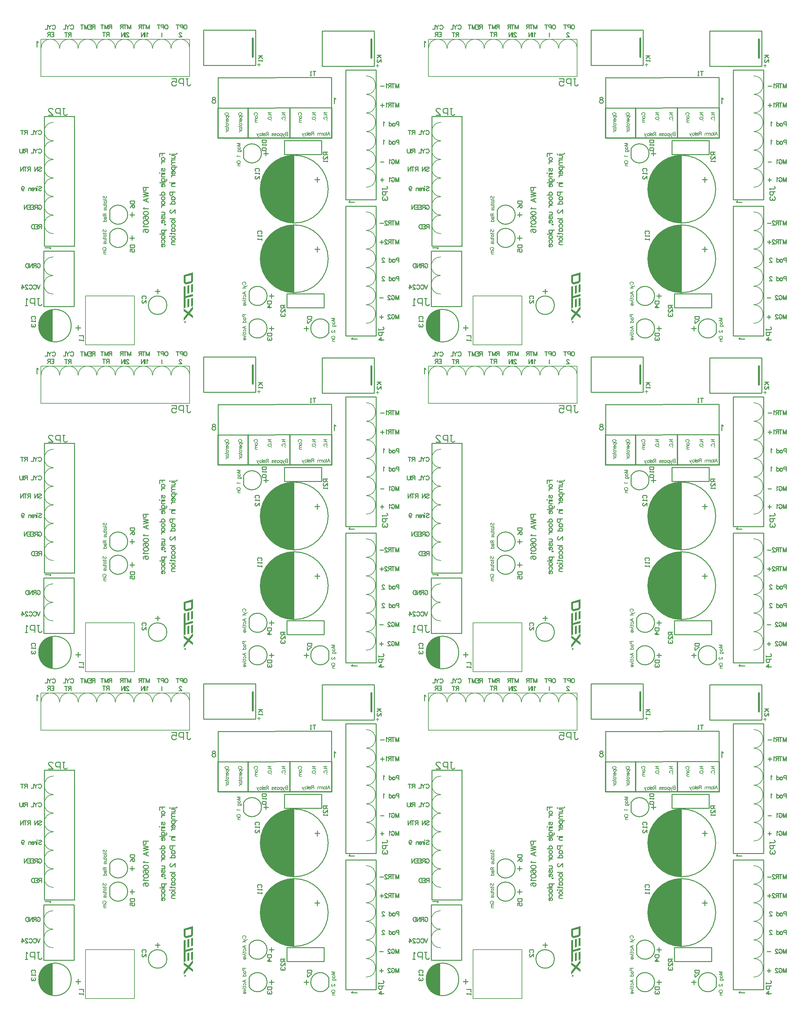
<source format=gbo>
G04*
G04 #@! TF.GenerationSoftware,Altium Limited,Altium Designer,18.1.9 (240)*
G04*
G04 Layer_Color=39580*
%FSLAX24Y24*%
%MOIN*%
G70*
G01*
G75*
%ADD28C,0.0100*%
%ADD29C,0.0080*%
%ADD30C,0.0120*%
%ADD33C,0.0200*%
%ADD37C,0.0070*%
%ADD54C,0.0050*%
G36*
X74175Y86275D02*
X73175Y86375D01*
X72125Y86875D01*
X71225Y87725D01*
X70875Y88375D01*
X70675Y88775D01*
X70575Y89125D01*
Y89375D01*
X70525Y89775D01*
Y90125D01*
X70725Y91175D01*
X71175Y92025D01*
X71575Y92475D01*
X71825Y92675D01*
X72025Y92925D01*
X72225Y93025D01*
X72675Y93225D01*
X73125Y93425D01*
X73525Y93525D01*
X73875Y93575D01*
X74175D01*
Y86275D01*
D02*
G37*
G36*
X32475D02*
X31475Y86375D01*
X30425Y86875D01*
X29525Y87725D01*
X29175Y88375D01*
X28975Y88775D01*
X28875Y89125D01*
Y89375D01*
X28825Y89775D01*
Y90125D01*
X29025Y91175D01*
X29475Y92025D01*
X29875Y92475D01*
X30125Y92675D01*
X30325Y92925D01*
X30525Y93025D01*
X30975Y93225D01*
X31425Y93425D01*
X31825Y93525D01*
X32175Y93575D01*
X32475D01*
Y86275D01*
D02*
G37*
G36*
X63285Y80725D02*
Y80125D01*
Y80075D01*
X63275Y80015D01*
X63255Y79970D01*
X63250Y79955D01*
X63245Y79945D01*
X63235Y79925D01*
X63195Y79885D01*
X63155Y79845D01*
X63125Y79825D01*
X63085Y79805D01*
X63055Y79795D01*
X62635Y79685D01*
X62575Y79675D01*
X62525Y79685D01*
X62485Y79695D01*
X62425Y79725D01*
X62400Y79740D01*
X62385Y79755D01*
X62345Y79785D01*
X62305Y79845D01*
X62285Y79885D01*
X62275Y79935D01*
X62265Y79995D01*
Y80455D01*
Y80675D01*
X63285Y80945D01*
Y80725D01*
D02*
G37*
G36*
X21585D02*
Y80125D01*
Y80075D01*
X21575Y80015D01*
X21555Y79970D01*
X21550Y79955D01*
X21545Y79945D01*
X21535Y79925D01*
X21495Y79885D01*
X21455Y79845D01*
X21425Y79825D01*
X21385Y79805D01*
X21355Y79795D01*
X20935Y79685D01*
X20875Y79675D01*
X20825Y79685D01*
X20785Y79695D01*
X20725Y79725D01*
X20700Y79740D01*
X20685Y79755D01*
X20645Y79785D01*
X20605Y79845D01*
X20585Y79885D01*
X20575Y79935D01*
X20565Y79995D01*
Y80455D01*
Y80675D01*
X21585Y80945D01*
Y80725D01*
D02*
G37*
G36*
X63285Y78845D02*
X63075Y78785D01*
Y79645D01*
X63285Y79705D01*
Y78845D01*
D02*
G37*
G36*
X21585D02*
X21375Y78785D01*
Y79645D01*
X21585Y79705D01*
Y78845D01*
D02*
G37*
G36*
X74175Y78775D02*
X73175Y78875D01*
X72125Y79375D01*
X71225Y80225D01*
X70875Y80875D01*
X70675Y81275D01*
X70575Y81625D01*
Y81875D01*
X70525Y82275D01*
Y82625D01*
X70725Y83675D01*
X71175Y84525D01*
X71575Y84975D01*
X71825Y85175D01*
X72025Y85425D01*
X72225Y85525D01*
X72675Y85725D01*
X73125Y85925D01*
X73525Y86025D01*
X73875Y86075D01*
X74175D01*
Y78775D01*
D02*
G37*
G36*
X32475D02*
X31475Y78875D01*
X30425Y79375D01*
X29525Y80225D01*
X29175Y80875D01*
X28975Y81275D01*
X28875Y81625D01*
Y81875D01*
X28825Y82275D01*
Y82625D01*
X29025Y83675D01*
X29475Y84525D01*
X29875Y84975D01*
X30125Y85175D01*
X30325Y85425D01*
X30525Y85525D01*
X30975Y85725D01*
X31425Y85925D01*
X31825Y86025D01*
X32175Y86075D01*
X32475D01*
Y78775D01*
D02*
G37*
G36*
X62885Y78735D02*
X62675Y78675D01*
Y79535D01*
X62885Y79595D01*
Y78735D01*
D02*
G37*
G36*
X21185D02*
X20975Y78675D01*
Y79535D01*
X21185Y79595D01*
Y78735D01*
D02*
G37*
G36*
X63285Y77365D02*
X63075Y77305D01*
Y78165D01*
X63285Y78225D01*
Y77365D01*
D02*
G37*
G36*
X21585D02*
X21375Y77305D01*
Y78165D01*
X21585Y78225D01*
Y77365D01*
D02*
G37*
G36*
X62885Y77255D02*
X62675Y77195D01*
Y77635D01*
Y78055D01*
X62885Y78115D01*
Y77255D01*
D02*
G37*
G36*
X21185D02*
X20975Y77195D01*
Y77635D01*
Y78055D01*
X21185Y78115D01*
Y77255D01*
D02*
G37*
G36*
X62485Y78398D02*
X63285Y78615D01*
Y78395D01*
X62485Y78188D01*
Y77145D01*
X62265Y77085D01*
Y79435D01*
X62485Y79495D01*
Y78398D01*
D02*
G37*
G36*
X20785D02*
X21585Y78615D01*
Y78395D01*
X20785Y78188D01*
Y77145D01*
X20565Y77085D01*
Y79435D01*
X20785Y79495D01*
Y78398D01*
D02*
G37*
G36*
X63285Y76995D02*
X62940Y76561D01*
X63285Y76305D01*
Y76035D01*
X62805Y76391D01*
X62275Y75725D01*
Y76065D01*
X62635Y76518D01*
X62275Y76785D01*
Y77055D01*
X62770Y76687D01*
X63285Y77335D01*
Y76995D01*
D02*
G37*
G36*
X21585D02*
X21240Y76561D01*
X21585Y76305D01*
Y76035D01*
X21105Y76391D01*
X20575Y75725D01*
Y76065D01*
X20935Y76518D01*
X20575Y76785D01*
Y77055D01*
X21070Y76687D01*
X21585Y77335D01*
Y76995D01*
D02*
G37*
G36*
X48175Y73475D02*
X47925Y73525D01*
X47625Y73625D01*
X47425Y73825D01*
X47175Y73975D01*
X46925Y74225D01*
X46825Y74425D01*
X46725Y74725D01*
X46675Y74975D01*
Y75225D01*
Y75475D01*
X46725Y75725D01*
X46825Y76025D01*
X47025Y76225D01*
X47175Y76475D01*
X47425Y76625D01*
X47625Y76825D01*
X47925Y76925D01*
X48175Y76975D01*
Y73475D01*
D02*
G37*
G36*
X6475D02*
X6225Y73525D01*
X5925Y73625D01*
X5725Y73825D01*
X5475Y73975D01*
X5225Y74225D01*
X5125Y74425D01*
X5025Y74725D01*
X4975Y74975D01*
Y75225D01*
Y75475D01*
X5025Y75725D01*
X5125Y76025D01*
X5325Y76225D01*
X5475Y76475D01*
X5725Y76625D01*
X5925Y76825D01*
X6225Y76925D01*
X6475Y76975D01*
Y73475D01*
D02*
G37*
G36*
X74175Y51075D02*
X73175Y51175D01*
X72125Y51675D01*
X71225Y52525D01*
X70875Y53175D01*
X70675Y53575D01*
X70575Y53925D01*
Y54175D01*
X70525Y54575D01*
Y54925D01*
X70725Y55975D01*
X71175Y56825D01*
X71575Y57275D01*
X71825Y57475D01*
X72025Y57725D01*
X72225Y57825D01*
X72675Y58025D01*
X73125Y58225D01*
X73525Y58325D01*
X73875Y58375D01*
X74175D01*
Y51075D01*
D02*
G37*
G36*
X32475D02*
X31475Y51175D01*
X30425Y51675D01*
X29525Y52525D01*
X29175Y53175D01*
X28975Y53575D01*
X28875Y53925D01*
Y54175D01*
X28825Y54575D01*
Y54925D01*
X29025Y55975D01*
X29475Y56825D01*
X29875Y57275D01*
X30125Y57475D01*
X30325Y57725D01*
X30525Y57825D01*
X30975Y58025D01*
X31425Y58225D01*
X31825Y58325D01*
X32175Y58375D01*
X32475D01*
Y51075D01*
D02*
G37*
G36*
X63285Y45525D02*
Y44925D01*
Y44875D01*
X63275Y44815D01*
X63255Y44770D01*
X63250Y44755D01*
X63245Y44745D01*
X63235Y44725D01*
X63195Y44685D01*
X63155Y44645D01*
X63125Y44625D01*
X63085Y44605D01*
X63055Y44595D01*
X62635Y44485D01*
X62575Y44475D01*
X62525Y44485D01*
X62485Y44495D01*
X62425Y44525D01*
X62400Y44540D01*
X62385Y44555D01*
X62345Y44585D01*
X62305Y44645D01*
X62285Y44685D01*
X62275Y44735D01*
X62265Y44795D01*
Y45255D01*
Y45475D01*
X63285Y45745D01*
Y45525D01*
D02*
G37*
G36*
X21585D02*
Y44925D01*
Y44875D01*
X21575Y44815D01*
X21555Y44770D01*
X21550Y44755D01*
X21545Y44745D01*
X21535Y44725D01*
X21495Y44685D01*
X21455Y44645D01*
X21425Y44625D01*
X21385Y44605D01*
X21355Y44595D01*
X20935Y44485D01*
X20875Y44475D01*
X20825Y44485D01*
X20785Y44495D01*
X20725Y44525D01*
X20700Y44540D01*
X20685Y44555D01*
X20645Y44585D01*
X20605Y44645D01*
X20585Y44685D01*
X20575Y44735D01*
X20565Y44795D01*
Y45255D01*
Y45475D01*
X21585Y45745D01*
Y45525D01*
D02*
G37*
G36*
X63285Y43645D02*
X63075Y43585D01*
Y44445D01*
X63285Y44505D01*
Y43645D01*
D02*
G37*
G36*
X21585D02*
X21375Y43585D01*
Y44445D01*
X21585Y44505D01*
Y43645D01*
D02*
G37*
G36*
X74175Y43575D02*
X73175Y43675D01*
X72125Y44175D01*
X71225Y45025D01*
X70875Y45675D01*
X70675Y46075D01*
X70575Y46425D01*
Y46675D01*
X70525Y47075D01*
Y47425D01*
X70725Y48475D01*
X71175Y49325D01*
X71575Y49775D01*
X71825Y49975D01*
X72025Y50225D01*
X72225Y50325D01*
X72675Y50525D01*
X73125Y50725D01*
X73525Y50825D01*
X73875Y50875D01*
X74175D01*
Y43575D01*
D02*
G37*
G36*
X32475D02*
X31475Y43675D01*
X30425Y44175D01*
X29525Y45025D01*
X29175Y45675D01*
X28975Y46075D01*
X28875Y46425D01*
Y46675D01*
X28825Y47075D01*
Y47425D01*
X29025Y48475D01*
X29475Y49325D01*
X29875Y49775D01*
X30125Y49975D01*
X30325Y50225D01*
X30525Y50325D01*
X30975Y50525D01*
X31425Y50725D01*
X31825Y50825D01*
X32175Y50875D01*
X32475D01*
Y43575D01*
D02*
G37*
G36*
X62885Y43535D02*
X62675Y43475D01*
Y44335D01*
X62885Y44395D01*
Y43535D01*
D02*
G37*
G36*
X21185D02*
X20975Y43475D01*
Y44335D01*
X21185Y44395D01*
Y43535D01*
D02*
G37*
G36*
X63285Y42165D02*
X63075Y42105D01*
Y42965D01*
X63285Y43025D01*
Y42165D01*
D02*
G37*
G36*
X21585D02*
X21375Y42105D01*
Y42965D01*
X21585Y43025D01*
Y42165D01*
D02*
G37*
G36*
X62885Y42055D02*
X62675Y41995D01*
Y42435D01*
Y42855D01*
X62885Y42915D01*
Y42055D01*
D02*
G37*
G36*
X21185D02*
X20975Y41995D01*
Y42435D01*
Y42855D01*
X21185Y42915D01*
Y42055D01*
D02*
G37*
G36*
X62485Y43198D02*
X63285Y43415D01*
Y43195D01*
X62485Y42988D01*
Y41945D01*
X62265Y41885D01*
Y44235D01*
X62485Y44295D01*
Y43198D01*
D02*
G37*
G36*
X20785D02*
X21585Y43415D01*
Y43195D01*
X20785Y42988D01*
Y41945D01*
X20565Y41885D01*
Y44235D01*
X20785Y44295D01*
Y43198D01*
D02*
G37*
G36*
X63285Y41795D02*
X62940Y41361D01*
X63285Y41105D01*
Y40835D01*
X62805Y41191D01*
X62275Y40525D01*
Y40865D01*
X62635Y41318D01*
X62275Y41585D01*
Y41855D01*
X62770Y41487D01*
X63285Y42135D01*
Y41795D01*
D02*
G37*
G36*
X21585D02*
X21240Y41361D01*
X21585Y41105D01*
Y40835D01*
X21105Y41191D01*
X20575Y40525D01*
Y40865D01*
X20935Y41318D01*
X20575Y41585D01*
Y41855D01*
X21070Y41487D01*
X21585Y42135D01*
Y41795D01*
D02*
G37*
G36*
X48175Y38275D02*
X47925Y38325D01*
X47625Y38425D01*
X47425Y38625D01*
X47175Y38775D01*
X46925Y39025D01*
X46825Y39225D01*
X46725Y39525D01*
X46675Y39775D01*
Y40025D01*
Y40275D01*
X46725Y40525D01*
X46825Y40825D01*
X47025Y41025D01*
X47175Y41275D01*
X47425Y41425D01*
X47625Y41625D01*
X47925Y41725D01*
X48175Y41775D01*
Y38275D01*
D02*
G37*
G36*
X6475D02*
X6225Y38325D01*
X5925Y38425D01*
X5725Y38625D01*
X5475Y38775D01*
X5225Y39025D01*
X5125Y39225D01*
X5025Y39525D01*
X4975Y39775D01*
Y40025D01*
Y40275D01*
X5025Y40525D01*
X5125Y40825D01*
X5325Y41025D01*
X5475Y41275D01*
X5725Y41425D01*
X5925Y41625D01*
X6225Y41725D01*
X6475Y41775D01*
Y38275D01*
D02*
G37*
G36*
X74175Y15875D02*
X73175Y15975D01*
X72125Y16475D01*
X71225Y17325D01*
X70875Y17975D01*
X70675Y18375D01*
X70575Y18725D01*
Y18975D01*
X70525Y19375D01*
Y19725D01*
X70725Y20775D01*
X71175Y21625D01*
X71575Y22075D01*
X71825Y22275D01*
X72025Y22525D01*
X72225Y22625D01*
X72675Y22825D01*
X73125Y23025D01*
X73525Y23125D01*
X73875Y23175D01*
X74175D01*
Y15875D01*
D02*
G37*
G36*
X32475D02*
X31475Y15975D01*
X30425Y16475D01*
X29525Y17325D01*
X29175Y17975D01*
X28975Y18375D01*
X28875Y18725D01*
Y18975D01*
X28825Y19375D01*
Y19725D01*
X29025Y20775D01*
X29475Y21625D01*
X29875Y22075D01*
X30125Y22275D01*
X30325Y22525D01*
X30525Y22625D01*
X30975Y22825D01*
X31425Y23025D01*
X31825Y23125D01*
X32175Y23175D01*
X32475D01*
Y15875D01*
D02*
G37*
G36*
X63285Y10325D02*
Y9725D01*
Y9675D01*
X63275Y9615D01*
X63255Y9570D01*
X63250Y9555D01*
X63245Y9545D01*
X63235Y9525D01*
X63195Y9485D01*
X63155Y9445D01*
X63125Y9425D01*
X63085Y9405D01*
X63055Y9395D01*
X62635Y9285D01*
X62575Y9275D01*
X62525Y9285D01*
X62485Y9295D01*
X62425Y9325D01*
X62400Y9340D01*
X62385Y9355D01*
X62345Y9385D01*
X62305Y9445D01*
X62285Y9485D01*
X62275Y9535D01*
X62265Y9595D01*
Y10055D01*
Y10275D01*
X63285Y10545D01*
Y10325D01*
D02*
G37*
G36*
X21585D02*
Y9725D01*
Y9675D01*
X21575Y9615D01*
X21555Y9570D01*
X21550Y9555D01*
X21545Y9545D01*
X21535Y9525D01*
X21495Y9485D01*
X21455Y9445D01*
X21425Y9425D01*
X21385Y9405D01*
X21355Y9395D01*
X20935Y9285D01*
X20875Y9275D01*
X20825Y9285D01*
X20785Y9295D01*
X20725Y9325D01*
X20700Y9340D01*
X20685Y9355D01*
X20645Y9385D01*
X20605Y9445D01*
X20585Y9485D01*
X20575Y9535D01*
X20565Y9595D01*
Y10055D01*
Y10275D01*
X21585Y10545D01*
Y10325D01*
D02*
G37*
G36*
X63285Y8445D02*
X63075Y8385D01*
Y9245D01*
X63285Y9305D01*
Y8445D01*
D02*
G37*
G36*
X21585D02*
X21375Y8385D01*
Y9245D01*
X21585Y9305D01*
Y8445D01*
D02*
G37*
G36*
X74175Y8375D02*
X73175Y8475D01*
X72125Y8975D01*
X71225Y9825D01*
X70875Y10475D01*
X70675Y10875D01*
X70575Y11225D01*
Y11475D01*
X70525Y11875D01*
Y12225D01*
X70725Y13275D01*
X71175Y14125D01*
X71575Y14575D01*
X71825Y14775D01*
X72025Y15025D01*
X72225Y15125D01*
X72675Y15325D01*
X73125Y15525D01*
X73525Y15625D01*
X73875Y15675D01*
X74175D01*
Y8375D01*
D02*
G37*
G36*
X32475D02*
X31475Y8475D01*
X30425Y8975D01*
X29525Y9825D01*
X29175Y10475D01*
X28975Y10875D01*
X28875Y11225D01*
Y11475D01*
X28825Y11875D01*
Y12225D01*
X29025Y13275D01*
X29475Y14125D01*
X29875Y14575D01*
X30125Y14775D01*
X30325Y15025D01*
X30525Y15125D01*
X30975Y15325D01*
X31425Y15525D01*
X31825Y15625D01*
X32175Y15675D01*
X32475D01*
Y8375D01*
D02*
G37*
G36*
X62885Y8335D02*
X62675Y8275D01*
Y9135D01*
X62885Y9195D01*
Y8335D01*
D02*
G37*
G36*
X21185D02*
X20975Y8275D01*
Y9135D01*
X21185Y9195D01*
Y8335D01*
D02*
G37*
G36*
X63285Y6965D02*
X63075Y6905D01*
Y7765D01*
X63285Y7825D01*
Y6965D01*
D02*
G37*
G36*
X21585D02*
X21375Y6905D01*
Y7765D01*
X21585Y7825D01*
Y6965D01*
D02*
G37*
G36*
X62885Y6855D02*
X62675Y6795D01*
Y7235D01*
Y7655D01*
X62885Y7715D01*
Y6855D01*
D02*
G37*
G36*
X21185D02*
X20975Y6795D01*
Y7235D01*
Y7655D01*
X21185Y7715D01*
Y6855D01*
D02*
G37*
G36*
X62485Y7998D02*
X63285Y8215D01*
Y7995D01*
X62485Y7788D01*
Y6745D01*
X62265Y6685D01*
Y9035D01*
X62485Y9095D01*
Y7998D01*
D02*
G37*
G36*
X20785D02*
X21585Y8215D01*
Y7995D01*
X20785Y7788D01*
Y6745D01*
X20565Y6685D01*
Y9035D01*
X20785Y9095D01*
Y7998D01*
D02*
G37*
G36*
X63285Y6595D02*
X62940Y6161D01*
X63285Y5905D01*
Y5635D01*
X62805Y5991D01*
X62275Y5325D01*
Y5665D01*
X62635Y6118D01*
X62275Y6385D01*
Y6655D01*
X62770Y6287D01*
X63285Y6935D01*
Y6595D01*
D02*
G37*
G36*
X21585D02*
X21240Y6161D01*
X21585Y5905D01*
Y5635D01*
X21105Y5991D01*
X20575Y5325D01*
Y5665D01*
X20935Y6118D01*
X20575Y6385D01*
Y6655D01*
X21070Y6287D01*
X21585Y6935D01*
Y6595D01*
D02*
G37*
G36*
X48175Y3075D02*
X47925Y3125D01*
X47625Y3225D01*
X47425Y3425D01*
X47175Y3575D01*
X46925Y3825D01*
X46825Y4025D01*
X46725Y4325D01*
X46675Y4575D01*
Y4825D01*
Y5075D01*
X46725Y5325D01*
X46825Y5625D01*
X47025Y5825D01*
X47175Y6075D01*
X47425Y6225D01*
X47625Y6425D01*
X47925Y6525D01*
X48175Y6575D01*
Y3075D01*
D02*
G37*
G36*
X6475D02*
X6225Y3125D01*
X5925Y3225D01*
X5725Y3425D01*
X5475Y3575D01*
X5225Y3825D01*
X5125Y4025D01*
X5025Y4325D01*
X4975Y4575D01*
Y4825D01*
Y5075D01*
X5025Y5325D01*
X5125Y5625D01*
X5325Y5825D01*
X5475Y6075D01*
X5725Y6225D01*
X5925Y6425D01*
X6225Y6525D01*
X6475Y6575D01*
Y3075D01*
D02*
G37*
%LPC*%
G36*
X63070Y80668D02*
X62485Y80513D01*
Y80005D01*
Y79965D01*
X62495Y79945D01*
X62505Y79930D01*
X62535Y79905D01*
X62545Y79900D01*
X62565Y79895D01*
X62825Y79955D01*
X62985Y79995D01*
X63015Y80005D01*
X63035Y80025D01*
X63055Y80045D01*
X63065Y80065D01*
X63070Y80095D01*
Y80668D01*
D02*
G37*
G36*
X21370D02*
X20785Y80513D01*
Y80005D01*
Y79965D01*
X20795Y79945D01*
X20805Y79930D01*
X20835Y79905D01*
X20845Y79900D01*
X20865Y79895D01*
X21125Y79955D01*
X21285Y79995D01*
X21315Y80005D01*
X21335Y80025D01*
X21355Y80045D01*
X21365Y80065D01*
X21370Y80095D01*
Y80668D01*
D02*
G37*
G36*
X63070Y45468D02*
X62485Y45313D01*
Y44805D01*
Y44765D01*
X62495Y44745D01*
X62505Y44730D01*
X62535Y44705D01*
X62545Y44700D01*
X62565Y44695D01*
X62825Y44755D01*
X62985Y44795D01*
X63015Y44805D01*
X63035Y44825D01*
X63055Y44845D01*
X63065Y44865D01*
X63070Y44895D01*
Y45468D01*
D02*
G37*
G36*
X21370D02*
X20785Y45313D01*
Y44805D01*
Y44765D01*
X20795Y44745D01*
X20805Y44730D01*
X20835Y44705D01*
X20845Y44700D01*
X20865Y44695D01*
X21125Y44755D01*
X21285Y44795D01*
X21315Y44805D01*
X21335Y44825D01*
X21355Y44845D01*
X21365Y44865D01*
X21370Y44895D01*
Y45468D01*
D02*
G37*
G36*
X63070Y10268D02*
X62485Y10113D01*
Y9605D01*
Y9565D01*
X62495Y9545D01*
X62505Y9530D01*
X62535Y9505D01*
X62545Y9500D01*
X62565Y9495D01*
X62825Y9555D01*
X62985Y9595D01*
X63015Y9605D01*
X63035Y9625D01*
X63055Y9645D01*
X63065Y9665D01*
X63070Y9695D01*
Y10268D01*
D02*
G37*
G36*
X21370D02*
X20785Y10113D01*
Y9605D01*
Y9565D01*
X20795Y9545D01*
X20805Y9530D01*
X20835Y9505D01*
X20845Y9500D01*
X20865Y9495D01*
X21125Y9555D01*
X21285Y9595D01*
X21315Y9605D01*
X21335Y9625D01*
X21355Y9645D01*
X21365Y9665D01*
X21370Y9695D01*
Y10268D01*
D02*
G37*
%LPD*%
D28*
X12625Y13774D02*
G03*
X12625Y14776I900J501D01*
G01*
Y16274D02*
G03*
X12625Y17276I900J501D01*
G01*
X36175Y5026D02*
G03*
X36175Y4024I-900J-501D01*
G01*
X27025Y22874D02*
G03*
X27025Y23876I900J501D01*
G01*
X18775Y7025D02*
G03*
X18775Y7025I-1000J0D01*
G01*
X27625Y4024D02*
G03*
X27625Y5026I900J501D01*
G01*
Y7524D02*
G03*
X27625Y8526I900J501D01*
G01*
X8475Y4825D02*
G03*
X8475Y4825I-1750J0D01*
G01*
X36125Y19525D02*
G03*
X36125Y19525I-3650J0D01*
G01*
Y12025D02*
G03*
X36125Y12025I-3650J0D01*
G01*
X14775Y14275D02*
X15275D01*
X15025Y14025D02*
Y14525D01*
X12625Y13775D02*
Y14775D01*
X14775Y16775D02*
X15275D01*
X15025Y16525D02*
Y17025D01*
X12625Y16275D02*
Y17275D01*
X33525Y4525D02*
X34025D01*
X33775Y4275D02*
Y4775D01*
X36175Y4025D02*
Y5025D01*
X35675Y6775D02*
Y8275D01*
X31675D02*
X35675D01*
X31675Y6775D02*
X35675D01*
X31675D02*
Y8275D01*
X22725Y32875D02*
X28325D01*
X22725Y36675D02*
X28325D01*
X22725Y32875D02*
Y36675D01*
X28325Y32875D02*
Y36675D01*
X29175Y23375D02*
X29675D01*
X29425Y23125D02*
Y23625D01*
X27025Y22875D02*
Y23875D01*
X17775Y8275D02*
Y8775D01*
X17525Y8525D02*
X18025D01*
X29775Y4525D02*
X30275D01*
X30025Y4275D02*
Y4775D01*
X27625Y4025D02*
Y5025D01*
X29775Y8025D02*
X30275D01*
X30025Y7775D02*
Y8275D01*
X27625Y7525D02*
Y8525D01*
X8775Y6885D02*
Y12845D01*
X5525Y6885D02*
Y12845D01*
X5545Y6885D02*
X8795D01*
X5545Y12845D02*
X8795D01*
X8825Y13385D02*
Y27345D01*
X5575Y13385D02*
Y27345D01*
X5595Y13385D02*
X8845D01*
X5595Y27345D02*
X8845D01*
X41275Y18385D02*
Y32345D01*
X38025Y18385D02*
Y32345D01*
X38045Y18385D02*
X41295D01*
X38045Y32345D02*
X41295D01*
X41275Y3735D02*
Y17695D01*
X38025Y3735D02*
Y17695D01*
X38045Y3735D02*
X41295D01*
X38045Y17695D02*
X41295D01*
X24275Y31525D02*
X36495Y31545D01*
X24275Y28275D02*
X36495Y28295D01*
Y31545D01*
X24275Y28295D02*
Y31545D01*
X31425Y23275D02*
Y24775D01*
Y23275D02*
X35425D01*
X31425Y24775D02*
X35425D01*
Y23275D02*
Y24775D01*
X35475Y32775D02*
X41075D01*
X35475Y36575D02*
X41075D01*
X35475Y32775D02*
Y36575D01*
X41075Y32775D02*
Y36575D01*
X9207Y4861D02*
Y4325D01*
X9475Y4593D02*
X8939D01*
X4930Y35326D02*
X4870Y35356D01*
X4781Y35445D01*
Y34820D01*
X6163Y13082D02*
X6193Y13142D01*
X6282Y13231D01*
X5658D01*
X38454Y18280D02*
X38424Y18220D01*
X38335Y18131D01*
X38960D01*
X38746Y3540D02*
X38717Y3480D01*
X38627Y3391D01*
X39252D01*
X36940Y29226D02*
X36880Y29256D01*
X36791Y29345D01*
Y28720D01*
X23871Y29425D02*
X23960Y29395D01*
X23990Y29336D01*
Y29276D01*
X23960Y29217D01*
X23901Y29187D01*
X23782Y29157D01*
X23693Y29127D01*
X23633Y29068D01*
X23603Y29008D01*
Y28919D01*
X23633Y28860D01*
X23663Y28830D01*
X23752Y28800D01*
X23871D01*
X23960Y28830D01*
X23990Y28860D01*
X24020Y28919D01*
Y29008D01*
X23990Y29068D01*
X23931Y29127D01*
X23841Y29157D01*
X23722Y29187D01*
X23663Y29217D01*
X23633Y29276D01*
Y29336D01*
X23663Y29395D01*
X23752Y29425D01*
X23871D01*
X34957Y20811D02*
Y20275D01*
X35225Y20543D02*
X34689D01*
X34957Y13311D02*
Y12775D01*
X35225Y13043D02*
X34689D01*
X6437Y37095D02*
X6458Y37138D01*
X6502Y37182D01*
X6545Y37204D01*
X6632D01*
X6676Y37182D01*
X6719Y37138D01*
X6741Y37095D01*
X6762Y37030D01*
Y36921D01*
X6741Y36856D01*
X6719Y36813D01*
X6676Y36769D01*
X6632Y36748D01*
X6545D01*
X6502Y36769D01*
X6458Y36813D01*
X6437Y36856D01*
X6309Y37204D02*
X6135Y36986D01*
Y36748D01*
X5961Y37204D02*
X6135Y36986D01*
X5902Y37204D02*
Y36748D01*
X5642D01*
X6298Y36416D02*
X6580D01*
Y35960D01*
X6298D01*
X6580Y36199D02*
X6406D01*
X6222Y36416D02*
Y35960D01*
Y36416D02*
X6026D01*
X5961Y36394D01*
X5939Y36373D01*
X5917Y36329D01*
Y36286D01*
X5939Y36242D01*
X5961Y36221D01*
X6026Y36199D01*
X6222D01*
X6070D02*
X5917Y35960D01*
X12825Y37239D02*
Y36783D01*
Y37239D02*
X12630D01*
X12564Y37218D01*
X12543Y37196D01*
X12521Y37152D01*
Y37109D01*
X12543Y37065D01*
X12564Y37044D01*
X12630Y37022D01*
X12825D01*
X12673D02*
X12521Y36783D01*
X12419Y37239D02*
Y36783D01*
Y37239D02*
X12245Y36783D01*
X12071Y37239D02*
X12245Y36783D01*
X12071Y37239D02*
Y36783D01*
X11789Y37239D02*
Y36783D01*
X11941Y37239D02*
X11637D01*
X12542Y36416D02*
Y35960D01*
Y36416D02*
X12346D01*
X12281Y36394D01*
X12259Y36373D01*
X12237Y36329D01*
Y36286D01*
X12259Y36242D01*
X12281Y36221D01*
X12346Y36199D01*
X12542D01*
X12390D02*
X12237Y35960D01*
X11983Y36416D02*
Y35960D01*
X12135Y36416D02*
X11831D01*
X18745Y37239D02*
X18788Y37218D01*
X18832Y37174D01*
X18853Y37131D01*
X18875Y37065D01*
Y36957D01*
X18853Y36892D01*
X18832Y36848D01*
X18788Y36805D01*
X18745Y36783D01*
X18658D01*
X18614Y36805D01*
X18571Y36848D01*
X18549Y36892D01*
X18527Y36957D01*
Y37065D01*
X18549Y37131D01*
X18571Y37174D01*
X18614Y37218D01*
X18658Y37239D01*
X18745D01*
X18421Y37000D02*
X18226D01*
X18160Y37022D01*
X18139Y37044D01*
X18117Y37087D01*
Y37152D01*
X18139Y37196D01*
X18160Y37218D01*
X18226Y37239D01*
X18421D01*
Y36783D01*
X17863Y37239D02*
Y36783D01*
X18015Y37239D02*
X17711D01*
X18203Y36376D02*
Y35920D01*
X4799Y11423D02*
X4821Y11466D01*
X4864Y11509D01*
X4908Y11531D01*
X4995D01*
X5038Y11509D01*
X5082Y11466D01*
X5103Y11423D01*
X5125Y11357D01*
Y11249D01*
X5103Y11184D01*
X5082Y11140D01*
X5038Y11097D01*
X4995Y11075D01*
X4908D01*
X4864Y11097D01*
X4821Y11140D01*
X4799Y11184D01*
Y11249D01*
X4908D02*
X4799D01*
X4695Y11531D02*
Y11075D01*
Y11531D02*
X4499D01*
X4434Y11509D01*
X4413Y11488D01*
X4391Y11444D01*
Y11401D01*
X4413Y11357D01*
X4434Y11336D01*
X4499Y11314D01*
X4695D01*
X4543D02*
X4391Y11075D01*
X4289Y11531D02*
Y11075D01*
Y11531D02*
X3985Y11075D01*
Y11531D02*
Y11075D01*
X3859Y11531D02*
Y11075D01*
Y11531D02*
X3707D01*
X3641Y11509D01*
X3598Y11466D01*
X3576Y11423D01*
X3555Y11357D01*
Y11249D01*
X3576Y11184D01*
X3598Y11140D01*
X3641Y11097D01*
X3707Y11075D01*
X3859D01*
X4937Y17715D02*
X4958Y17758D01*
X5002Y17801D01*
X5045Y17823D01*
X5132D01*
X5176Y17801D01*
X5219Y17758D01*
X5241Y17715D01*
X5263Y17649D01*
Y17541D01*
X5241Y17476D01*
X5219Y17432D01*
X5176Y17389D01*
X5132Y17367D01*
X5045D01*
X5002Y17389D01*
X4958Y17432D01*
X4937Y17476D01*
Y17541D01*
X5045D02*
X4937D01*
X4832Y17823D02*
Y17367D01*
Y17823D02*
X4637D01*
X4572Y17801D01*
X4550Y17780D01*
X4528Y17736D01*
Y17693D01*
X4550Y17649D01*
X4572Y17628D01*
X4637Y17606D01*
X4832D01*
X4680D02*
X4528Y17367D01*
X4144Y17823D02*
X4426D01*
Y17367D01*
X4144D01*
X4426Y17606D02*
X4253D01*
X3786Y17823D02*
X4068D01*
Y17367D01*
X3786D01*
X4068Y17606D02*
X3894D01*
X3709Y17823D02*
Y17367D01*
Y17823D02*
X3405Y17367D01*
Y17823D02*
Y17367D01*
X4958Y19758D02*
X5002Y19801D01*
X5067Y19823D01*
X5154D01*
X5219Y19801D01*
X5263Y19758D01*
Y19715D01*
X5241Y19671D01*
X5219Y19649D01*
X5176Y19628D01*
X5045Y19584D01*
X5002Y19562D01*
X4980Y19541D01*
X4958Y19497D01*
Y19432D01*
X5002Y19389D01*
X5067Y19367D01*
X5154D01*
X5219Y19389D01*
X5263Y19432D01*
X4813Y19823D02*
X4791Y19801D01*
X4769Y19823D01*
X4791Y19845D01*
X4813Y19823D01*
X4791Y19671D02*
Y19367D01*
X4689Y19671D02*
Y19367D01*
Y19541D02*
X4667Y19606D01*
X4624Y19649D01*
X4581Y19671D01*
X4515D01*
X4474Y19541D02*
X4213D01*
Y19584D01*
X4235Y19628D01*
X4257Y19649D01*
X4300Y19671D01*
X4365D01*
X4409Y19649D01*
X4452Y19606D01*
X4474Y19541D01*
Y19497D01*
X4452Y19432D01*
X4409Y19389D01*
X4365Y19367D01*
X4300D01*
X4257Y19389D01*
X4213Y19432D01*
X4116Y19671D02*
Y19367D01*
Y19584D02*
X4051Y19649D01*
X4007Y19671D01*
X3942D01*
X3898Y19649D01*
X3877Y19584D01*
Y19367D01*
X3116Y19671D02*
X3138Y19606D01*
X3182Y19562D01*
X3247Y19541D01*
X3269D01*
X3334Y19562D01*
X3377Y19606D01*
X3399Y19671D01*
Y19693D01*
X3377Y19758D01*
X3334Y19801D01*
X3269Y19823D01*
X3247D01*
X3182Y19801D01*
X3138Y19758D01*
X3116Y19671D01*
Y19562D01*
X3138Y19454D01*
X3182Y19389D01*
X3247Y19367D01*
X3290D01*
X3355Y19389D01*
X3377Y19432D01*
X4937Y23765D02*
X4958Y23808D01*
X5002Y23851D01*
X5045Y23873D01*
X5132D01*
X5176Y23851D01*
X5219Y23808D01*
X5241Y23765D01*
X5263Y23699D01*
Y23591D01*
X5241Y23526D01*
X5219Y23482D01*
X5176Y23439D01*
X5132Y23417D01*
X5045D01*
X5002Y23439D01*
X4958Y23482D01*
X4937Y23526D01*
X4809Y23873D02*
X4635Y23656D01*
Y23417D01*
X4461Y23873D02*
X4635Y23656D01*
X4402Y23873D02*
Y23417D01*
X4142D01*
X3733Y23873D02*
Y23417D01*
Y23873D02*
X3538D01*
X3473Y23851D01*
X3451Y23830D01*
X3429Y23786D01*
Y23743D01*
X3451Y23699D01*
X3473Y23678D01*
X3538Y23656D01*
X3733D01*
X3581D02*
X3429Y23417D01*
X3327Y23873D02*
Y23417D01*
X3232Y23873D02*
Y23547D01*
X3210Y23482D01*
X3166Y23439D01*
X3101Y23417D01*
X3058D01*
X2993Y23439D01*
X2949Y23482D01*
X2928Y23547D01*
Y23873D01*
X4937Y25765D02*
X4958Y25808D01*
X5002Y25851D01*
X5045Y25873D01*
X5132D01*
X5176Y25851D01*
X5219Y25808D01*
X5241Y25765D01*
X5263Y25699D01*
Y25591D01*
X5241Y25526D01*
X5219Y25482D01*
X5176Y25439D01*
X5132Y25417D01*
X5045D01*
X5002Y25439D01*
X4958Y25482D01*
X4937Y25526D01*
X4809Y25873D02*
X4635Y25656D01*
Y25417D01*
X4461Y25873D02*
X4635Y25656D01*
X4402Y25873D02*
Y25417D01*
X4142D01*
X3733Y25873D02*
Y25417D01*
Y25873D02*
X3538D01*
X3473Y25851D01*
X3451Y25830D01*
X3429Y25786D01*
Y25743D01*
X3451Y25699D01*
X3473Y25678D01*
X3538Y25656D01*
X3733D01*
X3581D02*
X3429Y25417D01*
X3175Y25873D02*
Y25417D01*
X3327Y25873D02*
X3023D01*
X11010Y37232D02*
Y36776D01*
Y37232D02*
X10815D01*
X10749Y37210D01*
X10728Y37189D01*
X10706Y37145D01*
Y37102D01*
X10728Y37058D01*
X10749Y37037D01*
X10815Y37015D01*
X11010D01*
X10858D02*
X10706Y36776D01*
X10321Y37232D02*
X10604D01*
Y36776D01*
X10321D01*
X10604Y37015D02*
X10430D01*
X10245Y37232D02*
Y36776D01*
Y37232D02*
X10072Y36776D01*
X9898Y37232D02*
X10072Y36776D01*
X9898Y37232D02*
Y36776D01*
X9615Y37232D02*
Y36776D01*
X9768Y37232D02*
X9463D01*
X5125Y9231D02*
X4951Y8775D01*
X4777Y9231D02*
X4951Y8775D01*
X4393Y9123D02*
X4415Y9166D01*
X4458Y9209D01*
X4502Y9231D01*
X4588D01*
X4632Y9209D01*
X4675Y9166D01*
X4697Y9123D01*
X4719Y9057D01*
Y8949D01*
X4697Y8884D01*
X4675Y8840D01*
X4632Y8797D01*
X4588Y8775D01*
X4502D01*
X4458Y8797D01*
X4415Y8840D01*
X4393Y8884D01*
X3939Y9123D02*
X3961Y9166D01*
X4004Y9209D01*
X4048Y9231D01*
X4135D01*
X4178Y9209D01*
X4221Y9166D01*
X4243Y9123D01*
X4265Y9057D01*
Y8949D01*
X4243Y8884D01*
X4221Y8840D01*
X4178Y8797D01*
X4135Y8775D01*
X4048D01*
X4004Y8797D01*
X3961Y8840D01*
X3939Y8884D01*
X3789Y9123D02*
Y9144D01*
X3767Y9188D01*
X3746Y9209D01*
X3702Y9231D01*
X3615D01*
X3572Y9209D01*
X3550Y9188D01*
X3528Y9144D01*
Y9101D01*
X3550Y9057D01*
X3594Y8992D01*
X3811Y8775D01*
X3507D01*
X3187Y9231D02*
X3405Y8927D01*
X3079D01*
X3187Y9231D02*
Y8775D01*
X5263Y15723D02*
Y15267D01*
Y15723D02*
X5067D01*
X5002Y15701D01*
X4980Y15680D01*
X4958Y15636D01*
Y15593D01*
X4980Y15549D01*
X5002Y15528D01*
X5067Y15506D01*
X5263D01*
X5111D02*
X4958Y15267D01*
X4574Y15723D02*
X4856D01*
Y15267D01*
X4574D01*
X4856Y15506D02*
X4683D01*
X4498Y15723D02*
Y15267D01*
Y15723D02*
X4346D01*
X4281Y15701D01*
X4237Y15658D01*
X4216Y15615D01*
X4194Y15549D01*
Y15441D01*
X4216Y15376D01*
X4237Y15332D01*
X4281Y15289D01*
X4346Y15267D01*
X4498D01*
X4958Y21858D02*
X5002Y21901D01*
X5067Y21923D01*
X5154D01*
X5219Y21901D01*
X5263Y21858D01*
Y21815D01*
X5241Y21771D01*
X5219Y21749D01*
X5176Y21728D01*
X5045Y21684D01*
X5002Y21662D01*
X4980Y21641D01*
X4958Y21597D01*
Y21532D01*
X5002Y21489D01*
X5067Y21467D01*
X5154D01*
X5219Y21489D01*
X5263Y21532D01*
X4856Y21923D02*
Y21467D01*
Y21923D02*
X4552Y21467D01*
Y21923D02*
Y21467D01*
X4068Y21923D02*
Y21467D01*
Y21923D02*
X3872D01*
X3807Y21901D01*
X3786Y21880D01*
X3764Y21836D01*
Y21793D01*
X3786Y21749D01*
X3807Y21728D01*
X3872Y21706D01*
X4068D01*
X3916D02*
X3764Y21467D01*
X3510Y21923D02*
Y21467D01*
X3662Y21923D02*
X3358D01*
X3303D02*
Y21467D01*
Y21923D02*
X2999Y21467D01*
Y21923D02*
Y21467D01*
X16504Y19725D02*
Y19481D01*
X16477Y19400D01*
X16450Y19373D01*
X16396Y19346D01*
X16315D01*
X16261Y19373D01*
X16233Y19400D01*
X16206Y19481D01*
Y19725D01*
X16775D01*
X16206Y19219D02*
X16775Y19083D01*
X16206Y18948D02*
X16775Y19083D01*
X16206Y18948D02*
X16775Y18812D01*
X16206Y18677D02*
X16775Y18812D01*
Y18130D02*
X16206Y18347D01*
X16775Y18563D01*
X16585Y18482D02*
Y18211D01*
X16315Y17551D02*
X16288Y17497D01*
X16206Y17415D01*
X16775D01*
X16206Y16971D02*
X16233Y17052D01*
X16315Y17107D01*
X16450Y17134D01*
X16531D01*
X16667Y17107D01*
X16748Y17052D01*
X16775Y16971D01*
Y16917D01*
X16748Y16836D01*
X16667Y16782D01*
X16531Y16755D01*
X16450D01*
X16315Y16782D01*
X16233Y16836D01*
X16206Y16917D01*
Y16971D01*
X16288Y16302D02*
X16233Y16329D01*
X16206Y16411D01*
Y16465D01*
X16233Y16546D01*
X16315Y16600D01*
X16450Y16627D01*
X16585D01*
X16694Y16600D01*
X16748Y16546D01*
X16775Y16465D01*
Y16438D01*
X16748Y16357D01*
X16694Y16302D01*
X16613Y16275D01*
X16585D01*
X16504Y16302D01*
X16450Y16357D01*
X16423Y16438D01*
Y16465D01*
X16450Y16546D01*
X16504Y16600D01*
X16585Y16627D01*
X16206Y15988D02*
X16233Y16070D01*
X16315Y16124D01*
X16450Y16151D01*
X16531D01*
X16667Y16124D01*
X16748Y16070D01*
X16775Y15988D01*
Y15934D01*
X16748Y15853D01*
X16667Y15799D01*
X16531Y15772D01*
X16450D01*
X16315Y15799D01*
X16233Y15853D01*
X16206Y15934D01*
Y15988D01*
X16315Y15644D02*
X16288Y15590D01*
X16206Y15509D01*
X16775D01*
X16288Y14902D02*
X16233Y14930D01*
X16206Y15011D01*
Y15065D01*
X16233Y15146D01*
X16315Y15200D01*
X16450Y15227D01*
X16585D01*
X16694Y15200D01*
X16748Y15146D01*
X16775Y15065D01*
Y15038D01*
X16748Y14957D01*
X16694Y14902D01*
X16613Y14875D01*
X16585D01*
X16504Y14902D01*
X16450Y14957D01*
X16423Y15038D01*
Y15065D01*
X16450Y15146D01*
X16504Y15200D01*
X16585Y15227D01*
X8394Y37108D02*
X8416Y37151D01*
X8459Y37194D01*
X8503Y37216D01*
X8590D01*
X8633Y37194D01*
X8677Y37151D01*
X8698Y37108D01*
X8720Y37042D01*
Y36934D01*
X8698Y36869D01*
X8677Y36825D01*
X8633Y36782D01*
X8590Y36760D01*
X8503D01*
X8459Y36782D01*
X8416Y36825D01*
X8394Y36869D01*
X8266Y37216D02*
X8092Y36999D01*
Y36760D01*
X7918Y37216D02*
X8092Y36999D01*
X7860Y37216D02*
Y36760D01*
X7599D01*
X8462Y36396D02*
Y35940D01*
Y36396D02*
X8266D01*
X8201Y36374D01*
X8179Y36353D01*
X8157Y36309D01*
Y36266D01*
X8179Y36222D01*
X8201Y36201D01*
X8266Y36179D01*
X8462D01*
X8310D02*
X8157Y35940D01*
X7903Y36396D02*
Y35940D01*
X8055Y36396D02*
X7751D01*
X16875Y37239D02*
Y36783D01*
Y37239D02*
X16701Y36783D01*
X16527Y37239D02*
X16701Y36783D01*
X16527Y37239D02*
Y36783D01*
X16245Y37239D02*
Y36783D01*
X16397Y37239D02*
X16093D01*
X16039D02*
Y36783D01*
Y37239D02*
X15843D01*
X15778Y37218D01*
X15756Y37196D01*
X15735Y37152D01*
Y37109D01*
X15756Y37065D01*
X15778Y37044D01*
X15843Y37022D01*
X16039D01*
X15887D02*
X15735Y36783D01*
X16735Y36304D02*
X16692Y36326D01*
X16626Y36391D01*
Y35935D01*
X16400Y36391D02*
Y35935D01*
X16305Y36391D02*
Y35935D01*
Y36391D02*
X16001Y35935D01*
Y36391D02*
Y35935D01*
X14875Y37239D02*
Y36783D01*
Y37239D02*
X14701Y36783D01*
X14527Y37239D02*
X14701Y36783D01*
X14527Y37239D02*
Y36783D01*
X14245Y37239D02*
Y36783D01*
X14397Y37239D02*
X14093D01*
X14039D02*
Y36783D01*
Y37239D02*
X13843D01*
X13778Y37218D01*
X13756Y37196D01*
X13735Y37152D01*
Y37109D01*
X13756Y37065D01*
X13778Y37044D01*
X13843Y37022D01*
X14039D01*
X13887D02*
X13735Y36783D01*
X14658Y36288D02*
Y36309D01*
X14637Y36353D01*
X14615Y36374D01*
X14571Y36396D01*
X14485D01*
X14441Y36374D01*
X14419Y36353D01*
X14398Y36309D01*
Y36266D01*
X14419Y36222D01*
X14463Y36157D01*
X14680Y35940D01*
X14376D01*
X14274Y36396D02*
Y35940D01*
X14178Y36396D02*
Y35940D01*
Y36396D02*
X13874Y35940D01*
Y36396D02*
Y35940D01*
X20795Y37239D02*
X20838Y37218D01*
X20882Y37174D01*
X20903Y37131D01*
X20925Y37065D01*
Y36957D01*
X20903Y36892D01*
X20882Y36848D01*
X20838Y36805D01*
X20795Y36783D01*
X20708D01*
X20664Y36805D01*
X20621Y36848D01*
X20599Y36892D01*
X20577Y36957D01*
Y37065D01*
X20599Y37131D01*
X20621Y37174D01*
X20664Y37218D01*
X20708Y37239D01*
X20795D01*
X20471Y37000D02*
X20276D01*
X20210Y37022D01*
X20189Y37044D01*
X20167Y37087D01*
Y37152D01*
X20189Y37196D01*
X20210Y37218D01*
X20276Y37239D01*
X20471D01*
Y36783D01*
X19913Y37239D02*
Y36783D01*
X20065Y37239D02*
X19761D01*
X20341Y36283D02*
Y36304D01*
X20320Y36348D01*
X20298Y36369D01*
X20255Y36391D01*
X20168D01*
X20124Y36369D01*
X20103Y36348D01*
X20081Y36304D01*
Y36261D01*
X20103Y36217D01*
X20146Y36152D01*
X20363Y35935D01*
X20059D01*
X43725Y6031D02*
Y5575D01*
Y6031D02*
X43551Y5575D01*
X43377Y6031D02*
X43551Y5575D01*
X43377Y6031D02*
Y5575D01*
X42921Y5923D02*
X42943Y5966D01*
X42986Y6009D01*
X43030Y6031D01*
X43117D01*
X43160Y6009D01*
X43204Y5966D01*
X43225Y5923D01*
X43247Y5857D01*
Y5749D01*
X43225Y5684D01*
X43204Y5640D01*
X43160Y5597D01*
X43117Y5575D01*
X43030D01*
X42986Y5597D01*
X42943Y5640D01*
X42921Y5684D01*
Y5749D01*
X43030D02*
X42921D01*
X42795Y5923D02*
Y5944D01*
X42774Y5988D01*
X42752Y6009D01*
X42708Y6031D01*
X42622D01*
X42578Y6009D01*
X42556Y5988D01*
X42535Y5944D01*
Y5901D01*
X42556Y5857D01*
X42600Y5792D01*
X42817Y5575D01*
X42513D01*
X41857Y5966D02*
Y5575D01*
X42052Y5770D02*
X41661D01*
X43725Y8081D02*
Y7625D01*
Y8081D02*
X43551Y7625D01*
X43377Y8081D02*
X43551Y7625D01*
X43377Y8081D02*
Y7625D01*
X42921Y7973D02*
X42943Y8016D01*
X42986Y8059D01*
X43030Y8081D01*
X43117D01*
X43160Y8059D01*
X43204Y8016D01*
X43225Y7973D01*
X43247Y7907D01*
Y7799D01*
X43225Y7734D01*
X43204Y7690D01*
X43160Y7647D01*
X43117Y7625D01*
X43030D01*
X42986Y7647D01*
X42943Y7690D01*
X42921Y7734D01*
Y7799D01*
X43030D02*
X42921D01*
X42795Y7973D02*
Y7994D01*
X42774Y8038D01*
X42752Y8059D01*
X42708Y8081D01*
X42622D01*
X42578Y8059D01*
X42556Y8038D01*
X42535Y7994D01*
Y7951D01*
X42556Y7907D01*
X42600Y7842D01*
X42817Y7625D01*
X42513D01*
X42052Y7820D02*
X41661D01*
X43725Y9892D02*
X43530D01*
X43464Y9914D01*
X43443Y9936D01*
X43421Y9979D01*
Y10044D01*
X43443Y10088D01*
X43464Y10109D01*
X43530Y10131D01*
X43725D01*
Y9675D01*
X43058Y9979D02*
Y9675D01*
Y9914D02*
X43102Y9957D01*
X43145Y9979D01*
X43210D01*
X43254Y9957D01*
X43297Y9914D01*
X43319Y9849D01*
Y9805D01*
X43297Y9740D01*
X43254Y9697D01*
X43210Y9675D01*
X43145D01*
X43102Y9697D01*
X43058Y9740D01*
X42676Y10131D02*
Y9675D01*
Y9914D02*
X42719Y9957D01*
X42763Y9979D01*
X42828D01*
X42871Y9957D01*
X42915Y9914D01*
X42937Y9849D01*
Y9805D01*
X42915Y9740D01*
X42871Y9697D01*
X42828Y9675D01*
X42763D01*
X42719Y9697D01*
X42676Y9740D01*
X42174Y10023D02*
Y10044D01*
X42152Y10088D01*
X42131Y10109D01*
X42087Y10131D01*
X42000D01*
X41957Y10109D01*
X41935Y10088D01*
X41913Y10044D01*
Y10001D01*
X41935Y9957D01*
X41979Y9892D01*
X42196Y9675D01*
X41892D01*
X43725Y14081D02*
Y13625D01*
Y14081D02*
X43551Y13625D01*
X43377Y14081D02*
X43551Y13625D01*
X43377Y14081D02*
Y13625D01*
X43095Y14081D02*
Y13625D01*
X43247Y14081D02*
X42943D01*
X42889D02*
Y13625D01*
Y14081D02*
X42693D01*
X42628Y14059D01*
X42606Y14038D01*
X42585Y13994D01*
Y13951D01*
X42606Y13907D01*
X42628Y13886D01*
X42693Y13864D01*
X42889D01*
X42737D02*
X42585Y13625D01*
X42461Y13973D02*
Y13994D01*
X42439Y14038D01*
X42417Y14059D01*
X42374Y14081D01*
X42287D01*
X42244Y14059D01*
X42222Y14038D01*
X42200Y13994D01*
Y13951D01*
X42222Y13907D01*
X42265Y13842D01*
X42483Y13625D01*
X42178D01*
X41881Y14016D02*
Y13625D01*
X42076Y13820D02*
X41685D01*
X43725Y16131D02*
Y15675D01*
Y16131D02*
X43551Y15675D01*
X43377Y16131D02*
X43551Y15675D01*
X43377Y16131D02*
Y15675D01*
X43095Y16131D02*
Y15675D01*
X43247Y16131D02*
X42943D01*
X42889D02*
Y15675D01*
Y16131D02*
X42693D01*
X42628Y16109D01*
X42606Y16088D01*
X42585Y16044D01*
Y16001D01*
X42606Y15957D01*
X42628Y15936D01*
X42693Y15914D01*
X42889D01*
X42737D02*
X42585Y15675D01*
X42461Y16023D02*
Y16044D01*
X42439Y16088D01*
X42417Y16109D01*
X42374Y16131D01*
X42287D01*
X42244Y16109D01*
X42222Y16088D01*
X42200Y16044D01*
Y16001D01*
X42222Y15957D01*
X42265Y15892D01*
X42483Y15675D01*
X42178D01*
X42076Y15870D02*
X41685D01*
X43725Y20781D02*
Y20325D01*
Y20781D02*
X43551Y20325D01*
X43377Y20781D02*
X43551Y20325D01*
X43377Y20781D02*
Y20325D01*
X42921Y20673D02*
X42943Y20716D01*
X42986Y20759D01*
X43030Y20781D01*
X43117D01*
X43160Y20759D01*
X43204Y20716D01*
X43225Y20673D01*
X43247Y20607D01*
Y20499D01*
X43225Y20434D01*
X43204Y20390D01*
X43160Y20347D01*
X43117Y20325D01*
X43030D01*
X42986Y20347D01*
X42943Y20390D01*
X42921Y20434D01*
Y20499D01*
X43030D02*
X42921D01*
X42817Y20694D02*
X42774Y20716D01*
X42708Y20781D01*
Y20325D01*
X41929Y20716D02*
Y20325D01*
X42124Y20520D02*
X41733D01*
X43725Y22731D02*
Y22275D01*
Y22731D02*
X43551Y22275D01*
X43377Y22731D02*
X43551Y22275D01*
X43377Y22731D02*
Y22275D01*
X42921Y22623D02*
X42943Y22666D01*
X42986Y22709D01*
X43030Y22731D01*
X43117D01*
X43160Y22709D01*
X43204Y22666D01*
X43225Y22623D01*
X43247Y22557D01*
Y22449D01*
X43225Y22384D01*
X43204Y22340D01*
X43160Y22297D01*
X43117Y22275D01*
X43030D01*
X42986Y22297D01*
X42943Y22340D01*
X42921Y22384D01*
Y22449D01*
X43030D02*
X42921D01*
X42817Y22644D02*
X42774Y22666D01*
X42708Y22731D01*
Y22275D01*
X42124Y22470D02*
X41733D01*
X43725Y26542D02*
X43530D01*
X43464Y26564D01*
X43443Y26586D01*
X43421Y26629D01*
Y26694D01*
X43443Y26738D01*
X43464Y26759D01*
X43530Y26781D01*
X43725D01*
Y26325D01*
X43058Y26629D02*
Y26325D01*
Y26564D02*
X43102Y26607D01*
X43145Y26629D01*
X43210D01*
X43254Y26607D01*
X43297Y26564D01*
X43319Y26499D01*
Y26455D01*
X43297Y26390D01*
X43254Y26347D01*
X43210Y26325D01*
X43145D01*
X43102Y26347D01*
X43058Y26390D01*
X42676Y26781D02*
Y26325D01*
Y26564D02*
X42719Y26607D01*
X42763Y26629D01*
X42828D01*
X42871Y26607D01*
X42915Y26564D01*
X42937Y26499D01*
Y26455D01*
X42915Y26390D01*
X42871Y26347D01*
X42828Y26325D01*
X42763D01*
X42719Y26347D01*
X42676Y26390D01*
X42196Y26694D02*
X42152Y26716D01*
X42087Y26781D01*
Y26325D01*
X43725Y28831D02*
Y28375D01*
Y28831D02*
X43551Y28375D01*
X43377Y28831D02*
X43551Y28375D01*
X43377Y28831D02*
Y28375D01*
X43095Y28831D02*
Y28375D01*
X43247Y28831D02*
X42943D01*
X42889D02*
Y28375D01*
Y28831D02*
X42693D01*
X42628Y28809D01*
X42606Y28788D01*
X42585Y28744D01*
Y28701D01*
X42606Y28657D01*
X42628Y28636D01*
X42693Y28614D01*
X42889D01*
X42737D02*
X42585Y28375D01*
X42483Y28744D02*
X42439Y28766D01*
X42374Y28831D01*
Y28375D01*
X41953Y28766D02*
Y28375D01*
X42148Y28570D02*
X41757D01*
X43725Y11892D02*
X43530D01*
X43464Y11914D01*
X43443Y11936D01*
X43421Y11979D01*
Y12044D01*
X43443Y12088D01*
X43464Y12109D01*
X43530Y12131D01*
X43725D01*
Y11675D01*
X43058Y11979D02*
Y11675D01*
Y11914D02*
X43102Y11957D01*
X43145Y11979D01*
X43210D01*
X43254Y11957D01*
X43297Y11914D01*
X43319Y11849D01*
Y11805D01*
X43297Y11740D01*
X43254Y11697D01*
X43210Y11675D01*
X43145D01*
X43102Y11697D01*
X43058Y11740D01*
X42676Y12131D02*
Y11675D01*
Y11914D02*
X42719Y11957D01*
X42763Y11979D01*
X42828D01*
X42871Y11957D01*
X42915Y11914D01*
X42937Y11849D01*
Y11805D01*
X42915Y11740D01*
X42871Y11697D01*
X42828Y11675D01*
X42763D01*
X42719Y11697D01*
X42676Y11740D01*
X42174Y12023D02*
Y12044D01*
X42152Y12088D01*
X42131Y12109D01*
X42087Y12131D01*
X42000D01*
X41957Y12109D01*
X41935Y12088D01*
X41913Y12044D01*
Y12001D01*
X41935Y11957D01*
X41979Y11892D01*
X42196Y11675D01*
X41892D01*
X43725Y30881D02*
Y30425D01*
Y30881D02*
X43551Y30425D01*
X43377Y30881D02*
X43551Y30425D01*
X43377Y30881D02*
Y30425D01*
X43095Y30881D02*
Y30425D01*
X43247Y30881D02*
X42943D01*
X42889D02*
Y30425D01*
Y30881D02*
X42693D01*
X42628Y30859D01*
X42606Y30838D01*
X42585Y30794D01*
Y30751D01*
X42606Y30707D01*
X42628Y30686D01*
X42693Y30664D01*
X42889D01*
X42737D02*
X42585Y30425D01*
X42483Y30794D02*
X42439Y30816D01*
X42374Y30881D01*
Y30425D01*
X42148Y30620D02*
X41757D01*
X43725Y24592D02*
X43530D01*
X43464Y24614D01*
X43443Y24636D01*
X43421Y24679D01*
Y24744D01*
X43443Y24788D01*
X43464Y24809D01*
X43530Y24831D01*
X43725D01*
Y24375D01*
X43058Y24679D02*
Y24375D01*
Y24614D02*
X43102Y24657D01*
X43145Y24679D01*
X43210D01*
X43254Y24657D01*
X43297Y24614D01*
X43319Y24549D01*
Y24505D01*
X43297Y24440D01*
X43254Y24397D01*
X43210Y24375D01*
X43145D01*
X43102Y24397D01*
X43058Y24440D01*
X42676Y24831D02*
Y24375D01*
Y24614D02*
X42719Y24657D01*
X42763Y24679D01*
X42828D01*
X42871Y24657D01*
X42915Y24614D01*
X42937Y24549D01*
Y24505D01*
X42915Y24440D01*
X42871Y24397D01*
X42828Y24375D01*
X42763D01*
X42719Y24397D01*
X42676Y24440D01*
X42196Y24744D02*
X42152Y24766D01*
X42087Y24831D01*
Y24375D01*
X17973Y23380D02*
X18542D01*
X17973D02*
Y23028D01*
X18244Y23380D02*
Y23163D01*
X18163Y22828D02*
X18190Y22882D01*
X18244Y22936D01*
X18325Y22963D01*
X18379D01*
X18461Y22936D01*
X18515Y22882D01*
X18542Y22828D01*
Y22746D01*
X18515Y22692D01*
X18461Y22638D01*
X18379Y22611D01*
X18325D01*
X18244Y22638D01*
X18190Y22692D01*
X18163Y22746D01*
Y22828D01*
Y22486D02*
X18542D01*
X18325D02*
X18244Y22459D01*
X18190Y22405D01*
X18163Y22351D01*
Y22270D01*
X18244Y21474D02*
X18190Y21501D01*
X18163Y21582D01*
Y21663D01*
X18190Y21745D01*
X18244Y21772D01*
X18298Y21745D01*
X18325Y21690D01*
X18352Y21555D01*
X18379Y21501D01*
X18433Y21474D01*
X18461D01*
X18515Y21501D01*
X18542Y21582D01*
Y21663D01*
X18515Y21745D01*
X18461Y21772D01*
X17973Y21300D02*
X18000Y21273D01*
X17973Y21246D01*
X17946Y21273D01*
X17973Y21300D01*
X18163Y21273D02*
X18542D01*
X18163Y21146D02*
X18542D01*
X18271D02*
X18190Y21065D01*
X18163Y21011D01*
Y20929D01*
X18190Y20875D01*
X18271Y20848D01*
X18542D01*
X18163Y20374D02*
X18596D01*
X18677Y20401D01*
X18704Y20429D01*
X18731Y20483D01*
Y20564D01*
X18704Y20618D01*
X18244Y20374D02*
X18190Y20429D01*
X18163Y20483D01*
Y20564D01*
X18190Y20618D01*
X18244Y20672D01*
X18325Y20699D01*
X18379D01*
X18461Y20672D01*
X18515Y20618D01*
X18542Y20564D01*
Y20483D01*
X18515Y20429D01*
X18461Y20374D01*
X17973Y20223D02*
X18542D01*
X18325Y20104D02*
Y19779D01*
X18271D01*
X18217Y19806D01*
X18190Y19833D01*
X18163Y19887D01*
Y19968D01*
X18190Y20022D01*
X18244Y20077D01*
X18325Y20104D01*
X18379D01*
X18461Y20077D01*
X18515Y20022D01*
X18542Y19968D01*
Y19887D01*
X18515Y19833D01*
X18461Y19779D01*
X17973Y18885D02*
X18542D01*
X18244D02*
X18190Y18939D01*
X18163Y18993D01*
Y19075D01*
X18190Y19129D01*
X18244Y19183D01*
X18325Y19210D01*
X18379D01*
X18461Y19183D01*
X18515Y19129D01*
X18542Y19075D01*
Y18993D01*
X18515Y18939D01*
X18461Y18885D01*
X18163Y18598D02*
X18190Y18652D01*
X18244Y18706D01*
X18325Y18734D01*
X18379D01*
X18461Y18706D01*
X18515Y18652D01*
X18542Y18598D01*
Y18517D01*
X18515Y18463D01*
X18461Y18409D01*
X18379Y18381D01*
X18325D01*
X18244Y18409D01*
X18190Y18463D01*
X18163Y18517D01*
Y18598D01*
Y18122D02*
X18190Y18176D01*
X18244Y18230D01*
X18325Y18257D01*
X18379D01*
X18461Y18230D01*
X18515Y18176D01*
X18542Y18122D01*
Y18040D01*
X18515Y17986D01*
X18461Y17932D01*
X18379Y17905D01*
X18325D01*
X18244Y17932D01*
X18190Y17986D01*
X18163Y18040D01*
Y18122D01*
Y17780D02*
X18542D01*
X18325D02*
X18244Y17753D01*
X18190Y17699D01*
X18163Y17645D01*
Y17564D01*
Y17066D02*
X18433D01*
X18515Y17038D01*
X18542Y16984D01*
Y16903D01*
X18515Y16849D01*
X18433Y16768D01*
X18163D02*
X18542D01*
X18244Y16321D02*
X18190Y16348D01*
X18163Y16429D01*
Y16510D01*
X18190Y16592D01*
X18244Y16619D01*
X18298Y16592D01*
X18325Y16538D01*
X18352Y16402D01*
X18379Y16348D01*
X18433Y16321D01*
X18461D01*
X18515Y16348D01*
X18542Y16429D01*
Y16510D01*
X18515Y16592D01*
X18461Y16619D01*
X18325Y16202D02*
Y15877D01*
X18271D01*
X18217Y15904D01*
X18190Y15931D01*
X18163Y15985D01*
Y16066D01*
X18190Y16121D01*
X18244Y16175D01*
X18325Y16202D01*
X18379D01*
X18461Y16175D01*
X18515Y16121D01*
X18542Y16066D01*
Y15985D01*
X18515Y15931D01*
X18461Y15877D01*
X18515Y15701D02*
X18542Y15728D01*
X18515Y15755D01*
X18488Y15728D01*
X18515Y15701D01*
X18569D01*
X18623Y15728D01*
X18650Y15755D01*
X18163Y15129D02*
X18731D01*
X18244D02*
X18190Y15075D01*
X18163Y15021D01*
Y14940D01*
X18190Y14886D01*
X18244Y14832D01*
X18325Y14805D01*
X18379D01*
X18461Y14832D01*
X18515Y14886D01*
X18542Y14940D01*
Y15021D01*
X18515Y15075D01*
X18461Y15129D01*
X17973Y14683D02*
X18542D01*
X18163Y14239D02*
X18542D01*
X18244D02*
X18190Y14293D01*
X18163Y14347D01*
Y14428D01*
X18190Y14482D01*
X18244Y14536D01*
X18325Y14564D01*
X18379D01*
X18461Y14536D01*
X18515Y14482D01*
X18542Y14428D01*
Y14347D01*
X18515Y14293D01*
X18461Y14239D01*
X18244Y13762D02*
X18190Y13816D01*
X18163Y13870D01*
Y13952D01*
X18190Y14006D01*
X18244Y14060D01*
X18325Y14087D01*
X18379D01*
X18461Y14060D01*
X18515Y14006D01*
X18542Y13952D01*
Y13870D01*
X18515Y13816D01*
X18461Y13762D01*
X18325Y13640D02*
Y13315D01*
X18271D01*
X18217Y13342D01*
X18190Y13369D01*
X18163Y13424D01*
Y13505D01*
X18190Y13559D01*
X18244Y13613D01*
X18325Y13640D01*
X18379D01*
X18461Y13613D01*
X18515Y13559D01*
X18542Y13505D01*
Y13424D01*
X18515Y13369D01*
X18461Y13315D01*
X19071Y23312D02*
X19098Y23285D01*
X19071Y23258D01*
X19044Y23285D01*
X19071Y23312D01*
X19261Y23285D02*
X19721D01*
X19802Y23312D01*
X19830Y23366D01*
Y23420D01*
X19261Y23152D02*
X19532D01*
X19613Y23125D01*
X19640Y23071D01*
Y22989D01*
X19613Y22935D01*
X19532Y22854D01*
X19261D02*
X19640D01*
X19261Y22705D02*
X19640D01*
X19369D02*
X19288Y22624D01*
X19261Y22570D01*
Y22489D01*
X19288Y22434D01*
X19369Y22407D01*
X19640D01*
X19369D02*
X19288Y22326D01*
X19261Y22272D01*
Y22191D01*
X19288Y22137D01*
X19369Y22109D01*
X19640D01*
X19261Y21931D02*
X19830D01*
X19342D02*
X19288Y21877D01*
X19261Y21822D01*
Y21741D01*
X19288Y21687D01*
X19342Y21633D01*
X19423Y21606D01*
X19478D01*
X19559Y21633D01*
X19613Y21687D01*
X19640Y21741D01*
Y21822D01*
X19613Y21877D01*
X19559Y21931D01*
X19423Y21484D02*
Y21159D01*
X19369D01*
X19315Y21186D01*
X19288Y21213D01*
X19261Y21267D01*
Y21349D01*
X19288Y21403D01*
X19342Y21457D01*
X19423Y21484D01*
X19478D01*
X19559Y21457D01*
X19613Y21403D01*
X19640Y21349D01*
Y21267D01*
X19613Y21213D01*
X19559Y21159D01*
X19261Y21037D02*
X19640D01*
X19423D02*
X19342Y21010D01*
X19288Y20956D01*
X19261Y20902D01*
Y20821D01*
X19071Y20268D02*
X19098Y20241D01*
X19071Y20214D01*
X19044Y20241D01*
X19071Y20268D01*
X19261Y20241D02*
X19640D01*
X19261Y20114D02*
X19640D01*
X19369D02*
X19288Y20033D01*
X19261Y19978D01*
Y19897D01*
X19288Y19843D01*
X19369Y19816D01*
X19640D01*
X19369Y19220D02*
Y18977D01*
X19342Y18895D01*
X19315Y18868D01*
X19261Y18841D01*
X19180D01*
X19126Y18868D01*
X19098Y18895D01*
X19071Y18977D01*
Y19220D01*
X19640D01*
X19261Y18389D02*
X19640D01*
X19342D02*
X19288Y18443D01*
X19261Y18497D01*
Y18579D01*
X19288Y18633D01*
X19342Y18687D01*
X19423Y18714D01*
X19478D01*
X19559Y18687D01*
X19613Y18633D01*
X19640Y18579D01*
Y18497D01*
X19613Y18443D01*
X19559Y18389D01*
X19071Y17912D02*
X19640D01*
X19342D02*
X19288Y17967D01*
X19261Y18021D01*
Y18102D01*
X19288Y18156D01*
X19342Y18210D01*
X19423Y18237D01*
X19478D01*
X19559Y18210D01*
X19613Y18156D01*
X19640Y18102D01*
Y18021D01*
X19613Y17967D01*
X19559Y17912D01*
X19207Y17287D02*
X19180D01*
X19126Y17260D01*
X19098Y17233D01*
X19071Y17179D01*
Y17070D01*
X19098Y17016D01*
X19126Y16989D01*
X19180Y16962D01*
X19234D01*
X19288Y16989D01*
X19369Y17043D01*
X19640Y17314D01*
Y16935D01*
X19071Y16361D02*
X19640D01*
X19261Y16106D02*
X19288Y16161D01*
X19342Y16215D01*
X19423Y16242D01*
X19478D01*
X19559Y16215D01*
X19613Y16161D01*
X19640Y16106D01*
Y16025D01*
X19613Y15971D01*
X19559Y15917D01*
X19478Y15890D01*
X19423D01*
X19342Y15917D01*
X19288Y15971D01*
X19261Y16025D01*
Y16106D01*
X19342Y15440D02*
X19288Y15494D01*
X19261Y15549D01*
Y15630D01*
X19288Y15684D01*
X19342Y15738D01*
X19423Y15765D01*
X19478D01*
X19559Y15738D01*
X19613Y15684D01*
X19640Y15630D01*
Y15549D01*
X19613Y15494D01*
X19559Y15440D01*
X19261Y14993D02*
X19640D01*
X19342D02*
X19288Y15048D01*
X19261Y15102D01*
Y15183D01*
X19288Y15237D01*
X19342Y15291D01*
X19423Y15318D01*
X19478D01*
X19559Y15291D01*
X19613Y15237D01*
X19640Y15183D01*
Y15102D01*
X19613Y15048D01*
X19559Y14993D01*
X19071Y14761D02*
X19532D01*
X19613Y14734D01*
X19640Y14679D01*
Y14625D01*
X19261Y14842D02*
Y14652D01*
X19071Y14490D02*
X19098Y14463D01*
X19071Y14436D01*
X19044Y14463D01*
X19071Y14490D01*
X19261Y14463D02*
X19640D01*
X19261Y14200D02*
X19288Y14254D01*
X19342Y14308D01*
X19423Y14335D01*
X19478D01*
X19559Y14308D01*
X19613Y14254D01*
X19640Y14200D01*
Y14119D01*
X19613Y14065D01*
X19559Y14011D01*
X19478Y13983D01*
X19423D01*
X19342Y14011D01*
X19288Y14065D01*
X19261Y14119D01*
Y14200D01*
Y13859D02*
X19640D01*
X19369D02*
X19288Y13778D01*
X19261Y13724D01*
Y13642D01*
X19288Y13588D01*
X19369Y13561D01*
X19640D01*
X14819Y13525D02*
X15275D01*
Y13297D01*
X15199Y13221D01*
X14895D01*
X14819Y13297D01*
Y13525D01*
Y12765D02*
Y13069D01*
X15047D01*
X14971Y12917D01*
Y12841D01*
X15047Y12765D01*
X15199D01*
X15275Y12841D01*
Y12993D01*
X15199Y13069D01*
X14819Y18275D02*
X15275D01*
Y18047D01*
X15199Y17971D01*
X14895D01*
X14819Y18047D01*
Y18275D01*
Y17515D02*
X14895Y17667D01*
X15047Y17819D01*
X15199D01*
X15275Y17743D01*
Y17591D01*
X15199Y17515D01*
X15123D01*
X15047Y17591D01*
Y17819D01*
X9319Y3775D02*
X9775D01*
Y3471D01*
Y3319D02*
Y3167D01*
Y3243D01*
X9319D01*
X9395Y3319D01*
X33884Y5840D02*
X34340D01*
Y5612D01*
X34264Y5536D01*
X33960D01*
X33884Y5612D01*
Y5840D01*
Y5384D02*
Y5080D01*
X33960D01*
X34264Y5384D01*
X34340D01*
X31475Y7040D02*
X31019D01*
Y6812D01*
X31095Y6736D01*
X31247D01*
X31323Y6812D01*
Y7040D01*
Y6888D02*
X31475Y6736D01*
Y6280D02*
Y6584D01*
X31171Y6280D01*
X31095D01*
X31019Y6356D01*
Y6508D01*
X31095Y6584D01*
Y6128D02*
X31019Y6052D01*
Y5900D01*
X31095Y5824D01*
X31171D01*
X31247Y5900D01*
Y5976D01*
Y5900D01*
X31323Y5824D01*
X31399D01*
X31475Y5900D01*
Y6052D01*
X31399Y6128D01*
X28604Y33898D02*
X29060D01*
X28908D01*
X28604Y33594D01*
X28832Y33822D01*
X29060Y33594D01*
Y33442D02*
Y33290D01*
Y33366D01*
X28604D01*
X28680Y33442D01*
X29004Y24820D02*
X29460D01*
Y24592D01*
X29384Y24516D01*
X29080D01*
X29004Y24592D01*
Y24820D01*
X29460Y24364D02*
Y24212D01*
Y24288D01*
X29004D01*
X29080Y24364D01*
Y23984D02*
X29004Y23908D01*
Y23756D01*
X29080Y23680D01*
X29384D01*
X29460Y23756D01*
Y23908D01*
X29384Y23984D01*
X29080D01*
X16145Y7721D02*
X16069Y7797D01*
Y7949D01*
X16145Y8025D01*
X16449D01*
X16525Y7949D01*
Y7797D01*
X16449Y7721D01*
X16525Y7265D02*
Y7569D01*
X16221Y7265D01*
X16145D01*
X16069Y7341D01*
Y7493D01*
X16145Y7569D01*
X29584Y4020D02*
X30040D01*
Y3792D01*
X29964Y3716D01*
X29660D01*
X29584Y3792D01*
Y4020D01*
X29660Y3564D02*
X29584Y3488D01*
Y3336D01*
X29660Y3260D01*
X29736D01*
X29812Y3336D01*
Y3412D01*
Y3336D01*
X29888Y3260D01*
X29964D01*
X30040Y3336D01*
Y3488D01*
X29964Y3564D01*
X29569Y7480D02*
X30025D01*
Y7252D01*
X29949Y7176D01*
X29645D01*
X29569Y7252D01*
Y7480D01*
X30025Y6796D02*
X29569D01*
X29797Y7024D01*
Y6720D01*
X4239Y5532D02*
X4163Y5608D01*
Y5760D01*
X4239Y5836D01*
X4543D01*
X4619Y5760D01*
Y5608D01*
X4543Y5532D01*
X4619Y5380D02*
Y5228D01*
Y5304D01*
X4163D01*
X4239Y5380D01*
Y5000D02*
X4163Y4924D01*
Y4772D01*
X4239Y4696D01*
X4315D01*
X4391Y4772D01*
Y4848D01*
Y4772D01*
X4467Y4696D01*
X4543D01*
X4619Y4772D01*
Y4924D01*
X4543Y5000D01*
X20807Y31419D02*
X21060D01*
X20933D01*
Y30786D01*
X21060Y30659D01*
X21186D01*
X21313Y30786D01*
X20553Y30659D02*
Y31419D01*
X20173D01*
X20047Y31292D01*
Y31039D01*
X20173Y30912D01*
X20553D01*
X19287Y31419D02*
X19793D01*
Y31039D01*
X19540Y31165D01*
X19414D01*
X19287Y31039D01*
Y30786D01*
X19414Y30659D01*
X19667D01*
X19793Y30786D01*
X4794Y7750D02*
X5047D01*
X4920D01*
Y7117D01*
X5047Y6990D01*
X5173D01*
X5300Y7117D01*
X4540Y6990D02*
Y7750D01*
X4160D01*
X4034Y7623D01*
Y7370D01*
X4160Y7243D01*
X4540D01*
X3780Y6990D02*
X3527D01*
X3654D01*
Y7750D01*
X3780Y7623D01*
X7531Y28237D02*
X7784D01*
X7658D01*
Y27604D01*
X7784Y27478D01*
X7911D01*
X8037Y27604D01*
X7278Y27478D02*
Y28237D01*
X6898D01*
X6771Y28111D01*
Y27857D01*
X6898Y27731D01*
X7278D01*
X6011Y27478D02*
X6518D01*
X6011Y27984D01*
Y28111D01*
X6138Y28237D01*
X6391D01*
X6518Y28111D01*
X41945Y19450D02*
Y19635D01*
Y19543D01*
X42408D01*
X42500Y19635D01*
Y19728D01*
X42408Y19820D01*
X42500Y19265D02*
X41945D01*
Y18988D01*
X42038Y18896D01*
X42223D01*
X42315Y18988D01*
Y19265D01*
X42038Y18711D02*
X41945Y18618D01*
Y18433D01*
X42038Y18341D01*
X42130D01*
X42223Y18433D01*
Y18526D01*
Y18433D01*
X42315Y18341D01*
X42408D01*
X42500Y18433D01*
Y18618D01*
X42408Y18711D01*
X41545Y4310D02*
Y4495D01*
Y4403D01*
X42008D01*
X42100Y4495D01*
Y4588D01*
X42008Y4680D01*
X42100Y4125D02*
X41545D01*
Y3848D01*
X41638Y3756D01*
X41823D01*
X41915Y3848D01*
Y4125D01*
X42100Y3293D02*
X41545D01*
X41823Y3571D01*
Y3201D01*
X34775Y32231D02*
X34471D01*
X34623D01*
Y31775D01*
X34319D02*
X34167D01*
X34243D01*
Y32231D01*
X34319Y32155D01*
X36040Y23520D02*
X35584D01*
Y23292D01*
X35660Y23216D01*
X35812D01*
X35888Y23292D01*
Y23520D01*
Y23368D02*
X36040Y23216D01*
Y22760D02*
Y23064D01*
X35736Y22760D01*
X35660D01*
X35584Y22836D01*
Y22988D01*
X35660Y23064D01*
X36040Y22608D02*
Y22456D01*
Y22532D01*
X35584D01*
X35660Y22608D01*
X41364Y33960D02*
X41820D01*
X41668D01*
X41364Y33656D01*
X41592Y33884D01*
X41820Y33656D01*
Y33200D02*
Y33504D01*
X41516Y33200D01*
X41440D01*
X41364Y33276D01*
Y33428D01*
X41440Y33504D01*
X28330Y21446D02*
X28254Y21522D01*
Y21674D01*
X28330Y21750D01*
X28634D01*
X28710Y21674D01*
Y21522D01*
X28634Y21446D01*
X28710Y21294D02*
Y21142D01*
Y21218D01*
X28254D01*
X28330Y21294D01*
X28710Y20610D02*
Y20914D01*
X28406Y20610D01*
X28330D01*
X28254Y20686D01*
Y20838D01*
X28330Y20914D01*
X28595Y14721D02*
X28519Y14797D01*
Y14949D01*
X28595Y15025D01*
X28899D01*
X28975Y14949D01*
Y14797D01*
X28899Y14721D01*
X28975Y14569D02*
Y14417D01*
Y14493D01*
X28519D01*
X28595Y14569D01*
X28975Y14189D02*
Y14037D01*
Y14113D01*
X28519D01*
X28595Y14189D01*
X54325Y13774D02*
G03*
X54325Y14776I900J501D01*
G01*
Y16274D02*
G03*
X54325Y17276I900J501D01*
G01*
X77875Y5026D02*
G03*
X77875Y4024I-900J-501D01*
G01*
X68725Y22874D02*
G03*
X68725Y23876I900J501D01*
G01*
X60475Y7025D02*
G03*
X60475Y7025I-1000J0D01*
G01*
X69325Y4024D02*
G03*
X69325Y5026I900J501D01*
G01*
Y7524D02*
G03*
X69325Y8526I900J501D01*
G01*
X50175Y4825D02*
G03*
X50175Y4825I-1750J0D01*
G01*
X77825Y19525D02*
G03*
X77825Y19525I-3650J0D01*
G01*
Y12025D02*
G03*
X77825Y12025I-3650J0D01*
G01*
X56475Y14275D02*
X56975D01*
X56725Y14025D02*
Y14525D01*
X54325Y13775D02*
Y14775D01*
X56475Y16775D02*
X56975D01*
X56725Y16525D02*
Y17025D01*
X54325Y16275D02*
Y17275D01*
X75225Y4525D02*
X75725D01*
X75475Y4275D02*
Y4775D01*
X77875Y4025D02*
Y5025D01*
X77375Y6775D02*
Y8275D01*
X73375D02*
X77375D01*
X73375Y6775D02*
X77375D01*
X73375D02*
Y8275D01*
X64425Y32875D02*
X70025D01*
X64425Y36675D02*
X70025D01*
X64425Y32875D02*
Y36675D01*
X70025Y32875D02*
Y36675D01*
X70875Y23375D02*
X71375D01*
X71125Y23125D02*
Y23625D01*
X68725Y22875D02*
Y23875D01*
X59475Y8275D02*
Y8775D01*
X59225Y8525D02*
X59725D01*
X71475Y4525D02*
X71975D01*
X71725Y4275D02*
Y4775D01*
X69325Y4025D02*
Y5025D01*
X71475Y8025D02*
X71975D01*
X71725Y7775D02*
Y8275D01*
X69325Y7525D02*
Y8525D01*
X50475Y6885D02*
Y12845D01*
X47225Y6885D02*
Y12845D01*
X47245Y6885D02*
X50495D01*
X47245Y12845D02*
X50495D01*
X50525Y13385D02*
Y27345D01*
X47275Y13385D02*
Y27345D01*
X47295Y13385D02*
X50545D01*
X47295Y27345D02*
X50545D01*
X82975Y18385D02*
Y32345D01*
X79725Y18385D02*
Y32345D01*
X79745Y18385D02*
X82995D01*
X79745Y32345D02*
X82995D01*
X82975Y3735D02*
Y17695D01*
X79725Y3735D02*
Y17695D01*
X79745Y3735D02*
X82995D01*
X79745Y17695D02*
X82995D01*
X65975Y31525D02*
X78195Y31545D01*
X65975Y28275D02*
X78195Y28295D01*
Y31545D01*
X65975Y28295D02*
Y31545D01*
X73125Y23275D02*
Y24775D01*
Y23275D02*
X77125D01*
X73125Y24775D02*
X77125D01*
Y23275D02*
Y24775D01*
X77175Y32775D02*
X82775D01*
X77175Y36575D02*
X82775D01*
X77175Y32775D02*
Y36575D01*
X82775Y32775D02*
Y36575D01*
X50907Y4861D02*
Y4325D01*
X51175Y4593D02*
X50639D01*
X46630Y35326D02*
X46570Y35356D01*
X46481Y35445D01*
Y34820D01*
X47863Y13082D02*
X47893Y13142D01*
X47982Y13231D01*
X47358D01*
X80154Y18280D02*
X80124Y18220D01*
X80035Y18131D01*
X80660D01*
X80446Y3540D02*
X80417Y3480D01*
X80327Y3391D01*
X80952D01*
X78640Y29226D02*
X78580Y29256D01*
X78491Y29345D01*
Y28720D01*
X65571Y29425D02*
X65660Y29395D01*
X65690Y29336D01*
Y29276D01*
X65660Y29217D01*
X65601Y29187D01*
X65482Y29157D01*
X65393Y29127D01*
X65333Y29068D01*
X65303Y29008D01*
Y28919D01*
X65333Y28860D01*
X65363Y28830D01*
X65452Y28800D01*
X65571D01*
X65660Y28830D01*
X65690Y28860D01*
X65720Y28919D01*
Y29008D01*
X65690Y29068D01*
X65631Y29127D01*
X65541Y29157D01*
X65422Y29187D01*
X65363Y29217D01*
X65333Y29276D01*
Y29336D01*
X65363Y29395D01*
X65452Y29425D01*
X65571D01*
X76657Y20811D02*
Y20275D01*
X76925Y20543D02*
X76389D01*
X76657Y13311D02*
Y12775D01*
X76925Y13043D02*
X76389D01*
X48137Y37095D02*
X48158Y37138D01*
X48202Y37182D01*
X48245Y37204D01*
X48332D01*
X48376Y37182D01*
X48419Y37138D01*
X48441Y37095D01*
X48463Y37030D01*
Y36921D01*
X48441Y36856D01*
X48419Y36813D01*
X48376Y36769D01*
X48332Y36748D01*
X48245D01*
X48202Y36769D01*
X48158Y36813D01*
X48137Y36856D01*
X48009Y37204D02*
X47835Y36986D01*
Y36748D01*
X47661Y37204D02*
X47835Y36986D01*
X47602Y37204D02*
Y36748D01*
X47342D01*
X47998Y36416D02*
X48280D01*
Y35960D01*
X47998D01*
X48280Y36199D02*
X48106D01*
X47922Y36416D02*
Y35960D01*
Y36416D02*
X47726D01*
X47661Y36394D01*
X47639Y36373D01*
X47617Y36329D01*
Y36286D01*
X47639Y36242D01*
X47661Y36221D01*
X47726Y36199D01*
X47922D01*
X47770D02*
X47617Y35960D01*
X54525Y37239D02*
Y36783D01*
Y37239D02*
X54330D01*
X54264Y37218D01*
X54243Y37196D01*
X54221Y37152D01*
Y37109D01*
X54243Y37065D01*
X54264Y37044D01*
X54330Y37022D01*
X54525D01*
X54373D02*
X54221Y36783D01*
X54119Y37239D02*
Y36783D01*
Y37239D02*
X53945Y36783D01*
X53771Y37239D02*
X53945Y36783D01*
X53771Y37239D02*
Y36783D01*
X53489Y37239D02*
Y36783D01*
X53641Y37239D02*
X53337D01*
X54242Y36416D02*
Y35960D01*
Y36416D02*
X54046D01*
X53981Y36394D01*
X53959Y36373D01*
X53937Y36329D01*
Y36286D01*
X53959Y36242D01*
X53981Y36221D01*
X54046Y36199D01*
X54242D01*
X54090D02*
X53937Y35960D01*
X53683Y36416D02*
Y35960D01*
X53835Y36416D02*
X53531D01*
X60445Y37239D02*
X60488Y37218D01*
X60532Y37174D01*
X60553Y37131D01*
X60575Y37065D01*
Y36957D01*
X60553Y36892D01*
X60532Y36848D01*
X60488Y36805D01*
X60445Y36783D01*
X60358D01*
X60314Y36805D01*
X60271Y36848D01*
X60249Y36892D01*
X60227Y36957D01*
Y37065D01*
X60249Y37131D01*
X60271Y37174D01*
X60314Y37218D01*
X60358Y37239D01*
X60445D01*
X60121Y37000D02*
X59926D01*
X59860Y37022D01*
X59839Y37044D01*
X59817Y37087D01*
Y37152D01*
X59839Y37196D01*
X59860Y37218D01*
X59926Y37239D01*
X60121D01*
Y36783D01*
X59563Y37239D02*
Y36783D01*
X59715Y37239D02*
X59411D01*
X59903Y36376D02*
Y35920D01*
X46499Y11423D02*
X46521Y11466D01*
X46564Y11509D01*
X46608Y11531D01*
X46695D01*
X46738Y11509D01*
X46782Y11466D01*
X46803Y11423D01*
X46825Y11357D01*
Y11249D01*
X46803Y11184D01*
X46782Y11140D01*
X46738Y11097D01*
X46695Y11075D01*
X46608D01*
X46564Y11097D01*
X46521Y11140D01*
X46499Y11184D01*
Y11249D01*
X46608D02*
X46499D01*
X46395Y11531D02*
Y11075D01*
Y11531D02*
X46199D01*
X46134Y11509D01*
X46113Y11488D01*
X46091Y11444D01*
Y11401D01*
X46113Y11357D01*
X46134Y11336D01*
X46199Y11314D01*
X46395D01*
X46243D02*
X46091Y11075D01*
X45989Y11531D02*
Y11075D01*
Y11531D02*
X45685Y11075D01*
Y11531D02*
Y11075D01*
X45559Y11531D02*
Y11075D01*
Y11531D02*
X45407D01*
X45341Y11509D01*
X45298Y11466D01*
X45276Y11423D01*
X45255Y11357D01*
Y11249D01*
X45276Y11184D01*
X45298Y11140D01*
X45341Y11097D01*
X45407Y11075D01*
X45559D01*
X46637Y17715D02*
X46658Y17758D01*
X46702Y17801D01*
X46745Y17823D01*
X46832D01*
X46876Y17801D01*
X46919Y17758D01*
X46941Y17715D01*
X46963Y17649D01*
Y17541D01*
X46941Y17476D01*
X46919Y17432D01*
X46876Y17389D01*
X46832Y17367D01*
X46745D01*
X46702Y17389D01*
X46658Y17432D01*
X46637Y17476D01*
Y17541D01*
X46745D02*
X46637D01*
X46532Y17823D02*
Y17367D01*
Y17823D02*
X46337D01*
X46272Y17801D01*
X46250Y17780D01*
X46228Y17736D01*
Y17693D01*
X46250Y17649D01*
X46272Y17628D01*
X46337Y17606D01*
X46532D01*
X46380D02*
X46228Y17367D01*
X45844Y17823D02*
X46126D01*
Y17367D01*
X45844D01*
X46126Y17606D02*
X45953D01*
X45486Y17823D02*
X45768D01*
Y17367D01*
X45486D01*
X45768Y17606D02*
X45594D01*
X45409Y17823D02*
Y17367D01*
Y17823D02*
X45105Y17367D01*
Y17823D02*
Y17367D01*
X46658Y19758D02*
X46702Y19801D01*
X46767Y19823D01*
X46854D01*
X46919Y19801D01*
X46963Y19758D01*
Y19715D01*
X46941Y19671D01*
X46919Y19649D01*
X46876Y19628D01*
X46745Y19584D01*
X46702Y19562D01*
X46680Y19541D01*
X46658Y19497D01*
Y19432D01*
X46702Y19389D01*
X46767Y19367D01*
X46854D01*
X46919Y19389D01*
X46963Y19432D01*
X46513Y19823D02*
X46491Y19801D01*
X46469Y19823D01*
X46491Y19845D01*
X46513Y19823D01*
X46491Y19671D02*
Y19367D01*
X46389Y19671D02*
Y19367D01*
Y19541D02*
X46367Y19606D01*
X46324Y19649D01*
X46281Y19671D01*
X46215D01*
X46174Y19541D02*
X45913D01*
Y19584D01*
X45935Y19628D01*
X45957Y19649D01*
X46000Y19671D01*
X46065D01*
X46109Y19649D01*
X46152Y19606D01*
X46174Y19541D01*
Y19497D01*
X46152Y19432D01*
X46109Y19389D01*
X46065Y19367D01*
X46000D01*
X45957Y19389D01*
X45913Y19432D01*
X45816Y19671D02*
Y19367D01*
Y19584D02*
X45751Y19649D01*
X45707Y19671D01*
X45642D01*
X45598Y19649D01*
X45577Y19584D01*
Y19367D01*
X44816Y19671D02*
X44838Y19606D01*
X44882Y19562D01*
X44947Y19541D01*
X44969D01*
X45034Y19562D01*
X45077Y19606D01*
X45099Y19671D01*
Y19693D01*
X45077Y19758D01*
X45034Y19801D01*
X44969Y19823D01*
X44947D01*
X44882Y19801D01*
X44838Y19758D01*
X44816Y19671D01*
Y19562D01*
X44838Y19454D01*
X44882Y19389D01*
X44947Y19367D01*
X44990D01*
X45055Y19389D01*
X45077Y19432D01*
X46637Y23765D02*
X46658Y23808D01*
X46702Y23851D01*
X46745Y23873D01*
X46832D01*
X46876Y23851D01*
X46919Y23808D01*
X46941Y23765D01*
X46963Y23699D01*
Y23591D01*
X46941Y23526D01*
X46919Y23482D01*
X46876Y23439D01*
X46832Y23417D01*
X46745D01*
X46702Y23439D01*
X46658Y23482D01*
X46637Y23526D01*
X46509Y23873D02*
X46335Y23656D01*
Y23417D01*
X46161Y23873D02*
X46335Y23656D01*
X46102Y23873D02*
Y23417D01*
X45842D01*
X45433Y23873D02*
Y23417D01*
Y23873D02*
X45238D01*
X45173Y23851D01*
X45151Y23830D01*
X45129Y23786D01*
Y23743D01*
X45151Y23699D01*
X45173Y23678D01*
X45238Y23656D01*
X45433D01*
X45281D02*
X45129Y23417D01*
X45027Y23873D02*
Y23417D01*
X44932Y23873D02*
Y23547D01*
X44910Y23482D01*
X44866Y23439D01*
X44801Y23417D01*
X44758D01*
X44693Y23439D01*
X44649Y23482D01*
X44628Y23547D01*
Y23873D01*
X46637Y25765D02*
X46658Y25808D01*
X46702Y25851D01*
X46745Y25873D01*
X46832D01*
X46876Y25851D01*
X46919Y25808D01*
X46941Y25765D01*
X46963Y25699D01*
Y25591D01*
X46941Y25526D01*
X46919Y25482D01*
X46876Y25439D01*
X46832Y25417D01*
X46745D01*
X46702Y25439D01*
X46658Y25482D01*
X46637Y25526D01*
X46509Y25873D02*
X46335Y25656D01*
Y25417D01*
X46161Y25873D02*
X46335Y25656D01*
X46102Y25873D02*
Y25417D01*
X45842D01*
X45433Y25873D02*
Y25417D01*
Y25873D02*
X45238D01*
X45173Y25851D01*
X45151Y25830D01*
X45129Y25786D01*
Y25743D01*
X45151Y25699D01*
X45173Y25678D01*
X45238Y25656D01*
X45433D01*
X45281D02*
X45129Y25417D01*
X44875Y25873D02*
Y25417D01*
X45027Y25873D02*
X44723D01*
X52710Y37232D02*
Y36776D01*
Y37232D02*
X52515D01*
X52449Y37210D01*
X52428Y37189D01*
X52406Y37145D01*
Y37102D01*
X52428Y37058D01*
X52449Y37037D01*
X52515Y37015D01*
X52710D01*
X52558D02*
X52406Y36776D01*
X52021Y37232D02*
X52304D01*
Y36776D01*
X52021D01*
X52304Y37015D02*
X52130D01*
X51945Y37232D02*
Y36776D01*
Y37232D02*
X51772Y36776D01*
X51598Y37232D02*
X51772Y36776D01*
X51598Y37232D02*
Y36776D01*
X51315Y37232D02*
Y36776D01*
X51468Y37232D02*
X51163D01*
X46825Y9231D02*
X46651Y8775D01*
X46477Y9231D02*
X46651Y8775D01*
X46093Y9123D02*
X46115Y9166D01*
X46158Y9209D01*
X46202Y9231D01*
X46288D01*
X46332Y9209D01*
X46375Y9166D01*
X46397Y9123D01*
X46419Y9057D01*
Y8949D01*
X46397Y8884D01*
X46375Y8840D01*
X46332Y8797D01*
X46288Y8775D01*
X46202D01*
X46158Y8797D01*
X46115Y8840D01*
X46093Y8884D01*
X45639Y9123D02*
X45661Y9166D01*
X45704Y9209D01*
X45748Y9231D01*
X45834D01*
X45878Y9209D01*
X45921Y9166D01*
X45943Y9123D01*
X45965Y9057D01*
Y8949D01*
X45943Y8884D01*
X45921Y8840D01*
X45878Y8797D01*
X45834Y8775D01*
X45748D01*
X45704Y8797D01*
X45661Y8840D01*
X45639Y8884D01*
X45489Y9123D02*
Y9144D01*
X45467Y9188D01*
X45446Y9209D01*
X45402Y9231D01*
X45315D01*
X45272Y9209D01*
X45250Y9188D01*
X45228Y9144D01*
Y9101D01*
X45250Y9057D01*
X45294Y8992D01*
X45511Y8775D01*
X45207D01*
X44887Y9231D02*
X45105Y8927D01*
X44779D01*
X44887Y9231D02*
Y8775D01*
X46963Y15723D02*
Y15267D01*
Y15723D02*
X46767D01*
X46702Y15701D01*
X46680Y15680D01*
X46658Y15636D01*
Y15593D01*
X46680Y15549D01*
X46702Y15528D01*
X46767Y15506D01*
X46963D01*
X46811D02*
X46658Y15267D01*
X46274Y15723D02*
X46556D01*
Y15267D01*
X46274D01*
X46556Y15506D02*
X46383D01*
X46198Y15723D02*
Y15267D01*
Y15723D02*
X46046D01*
X45981Y15701D01*
X45937Y15658D01*
X45916Y15615D01*
X45894Y15549D01*
Y15441D01*
X45916Y15376D01*
X45937Y15332D01*
X45981Y15289D01*
X46046Y15267D01*
X46198D01*
X46658Y21858D02*
X46702Y21901D01*
X46767Y21923D01*
X46854D01*
X46919Y21901D01*
X46963Y21858D01*
Y21815D01*
X46941Y21771D01*
X46919Y21749D01*
X46876Y21728D01*
X46745Y21684D01*
X46702Y21662D01*
X46680Y21641D01*
X46658Y21597D01*
Y21532D01*
X46702Y21489D01*
X46767Y21467D01*
X46854D01*
X46919Y21489D01*
X46963Y21532D01*
X46556Y21923D02*
Y21467D01*
Y21923D02*
X46252Y21467D01*
Y21923D02*
Y21467D01*
X45768Y21923D02*
Y21467D01*
Y21923D02*
X45572D01*
X45507Y21901D01*
X45486Y21880D01*
X45464Y21836D01*
Y21793D01*
X45486Y21749D01*
X45507Y21728D01*
X45572Y21706D01*
X45768D01*
X45616D02*
X45464Y21467D01*
X45210Y21923D02*
Y21467D01*
X45362Y21923D02*
X45058D01*
X45003D02*
Y21467D01*
Y21923D02*
X44699Y21467D01*
Y21923D02*
Y21467D01*
X58204Y19725D02*
Y19481D01*
X58177Y19400D01*
X58150Y19373D01*
X58096Y19346D01*
X58015D01*
X57961Y19373D01*
X57933Y19400D01*
X57906Y19481D01*
Y19725D01*
X58475D01*
X57906Y19219D02*
X58475Y19083D01*
X57906Y18948D02*
X58475Y19083D01*
X57906Y18948D02*
X58475Y18812D01*
X57906Y18677D02*
X58475Y18812D01*
Y18130D02*
X57906Y18347D01*
X58475Y18563D01*
X58285Y18482D02*
Y18211D01*
X58015Y17551D02*
X57988Y17497D01*
X57906Y17415D01*
X58475D01*
X57906Y16971D02*
X57933Y17052D01*
X58015Y17107D01*
X58150Y17134D01*
X58231D01*
X58367Y17107D01*
X58448Y17052D01*
X58475Y16971D01*
Y16917D01*
X58448Y16836D01*
X58367Y16782D01*
X58231Y16755D01*
X58150D01*
X58015Y16782D01*
X57933Y16836D01*
X57906Y16917D01*
Y16971D01*
X57988Y16302D02*
X57933Y16329D01*
X57906Y16411D01*
Y16465D01*
X57933Y16546D01*
X58015Y16600D01*
X58150Y16627D01*
X58285D01*
X58394Y16600D01*
X58448Y16546D01*
X58475Y16465D01*
Y16438D01*
X58448Y16357D01*
X58394Y16302D01*
X58313Y16275D01*
X58285D01*
X58204Y16302D01*
X58150Y16357D01*
X58123Y16438D01*
Y16465D01*
X58150Y16546D01*
X58204Y16600D01*
X58285Y16627D01*
X57906Y15988D02*
X57933Y16070D01*
X58015Y16124D01*
X58150Y16151D01*
X58231D01*
X58367Y16124D01*
X58448Y16070D01*
X58475Y15988D01*
Y15934D01*
X58448Y15853D01*
X58367Y15799D01*
X58231Y15772D01*
X58150D01*
X58015Y15799D01*
X57933Y15853D01*
X57906Y15934D01*
Y15988D01*
X58015Y15644D02*
X57988Y15590D01*
X57906Y15509D01*
X58475D01*
X57988Y14902D02*
X57933Y14930D01*
X57906Y15011D01*
Y15065D01*
X57933Y15146D01*
X58015Y15200D01*
X58150Y15227D01*
X58285D01*
X58394Y15200D01*
X58448Y15146D01*
X58475Y15065D01*
Y15038D01*
X58448Y14957D01*
X58394Y14902D01*
X58313Y14875D01*
X58285D01*
X58204Y14902D01*
X58150Y14957D01*
X58123Y15038D01*
Y15065D01*
X58150Y15146D01*
X58204Y15200D01*
X58285Y15227D01*
X50094Y37108D02*
X50116Y37151D01*
X50159Y37194D01*
X50203Y37216D01*
X50290D01*
X50333Y37194D01*
X50377Y37151D01*
X50398Y37108D01*
X50420Y37042D01*
Y36934D01*
X50398Y36869D01*
X50377Y36825D01*
X50333Y36782D01*
X50290Y36760D01*
X50203D01*
X50159Y36782D01*
X50116Y36825D01*
X50094Y36869D01*
X49966Y37216D02*
X49792Y36999D01*
Y36760D01*
X49618Y37216D02*
X49792Y36999D01*
X49560Y37216D02*
Y36760D01*
X49299D01*
X50162Y36396D02*
Y35940D01*
Y36396D02*
X49966D01*
X49901Y36374D01*
X49879Y36353D01*
X49857Y36309D01*
Y36266D01*
X49879Y36222D01*
X49901Y36201D01*
X49966Y36179D01*
X50162D01*
X50010D02*
X49857Y35940D01*
X49603Y36396D02*
Y35940D01*
X49755Y36396D02*
X49451D01*
X58575Y37239D02*
Y36783D01*
Y37239D02*
X58401Y36783D01*
X58227Y37239D02*
X58401Y36783D01*
X58227Y37239D02*
Y36783D01*
X57945Y37239D02*
Y36783D01*
X58097Y37239D02*
X57793D01*
X57739D02*
Y36783D01*
Y37239D02*
X57543D01*
X57478Y37218D01*
X57456Y37196D01*
X57435Y37152D01*
Y37109D01*
X57456Y37065D01*
X57478Y37044D01*
X57543Y37022D01*
X57739D01*
X57587D02*
X57435Y36783D01*
X58435Y36304D02*
X58392Y36326D01*
X58326Y36391D01*
Y35935D01*
X58100Y36391D02*
Y35935D01*
X58005Y36391D02*
Y35935D01*
Y36391D02*
X57701Y35935D01*
Y36391D02*
Y35935D01*
X56575Y37239D02*
Y36783D01*
Y37239D02*
X56401Y36783D01*
X56227Y37239D02*
X56401Y36783D01*
X56227Y37239D02*
Y36783D01*
X55945Y37239D02*
Y36783D01*
X56097Y37239D02*
X55793D01*
X55739D02*
Y36783D01*
Y37239D02*
X55543D01*
X55478Y37218D01*
X55456Y37196D01*
X55435Y37152D01*
Y37109D01*
X55456Y37065D01*
X55478Y37044D01*
X55543Y37022D01*
X55739D01*
X55587D02*
X55435Y36783D01*
X56358Y36288D02*
Y36309D01*
X56337Y36353D01*
X56315Y36374D01*
X56271Y36396D01*
X56185D01*
X56141Y36374D01*
X56119Y36353D01*
X56098Y36309D01*
Y36266D01*
X56119Y36222D01*
X56163Y36157D01*
X56380Y35940D01*
X56076D01*
X55974Y36396D02*
Y35940D01*
X55878Y36396D02*
Y35940D01*
Y36396D02*
X55574Y35940D01*
Y36396D02*
Y35940D01*
X62495Y37239D02*
X62538Y37218D01*
X62582Y37174D01*
X62603Y37131D01*
X62625Y37065D01*
Y36957D01*
X62603Y36892D01*
X62582Y36848D01*
X62538Y36805D01*
X62495Y36783D01*
X62408D01*
X62364Y36805D01*
X62321Y36848D01*
X62299Y36892D01*
X62277Y36957D01*
Y37065D01*
X62299Y37131D01*
X62321Y37174D01*
X62364Y37218D01*
X62408Y37239D01*
X62495D01*
X62171Y37000D02*
X61976D01*
X61910Y37022D01*
X61889Y37044D01*
X61867Y37087D01*
Y37152D01*
X61889Y37196D01*
X61910Y37218D01*
X61976Y37239D01*
X62171D01*
Y36783D01*
X61613Y37239D02*
Y36783D01*
X61765Y37239D02*
X61461D01*
X62041Y36283D02*
Y36304D01*
X62020Y36348D01*
X61998Y36369D01*
X61955Y36391D01*
X61868D01*
X61824Y36369D01*
X61803Y36348D01*
X61781Y36304D01*
Y36261D01*
X61803Y36217D01*
X61846Y36152D01*
X62063Y35935D01*
X61759D01*
X85425Y6031D02*
Y5575D01*
Y6031D02*
X85251Y5575D01*
X85077Y6031D02*
X85251Y5575D01*
X85077Y6031D02*
Y5575D01*
X84621Y5923D02*
X84643Y5966D01*
X84686Y6009D01*
X84730Y6031D01*
X84817D01*
X84860Y6009D01*
X84904Y5966D01*
X84925Y5923D01*
X84947Y5857D01*
Y5749D01*
X84925Y5684D01*
X84904Y5640D01*
X84860Y5597D01*
X84817Y5575D01*
X84730D01*
X84686Y5597D01*
X84643Y5640D01*
X84621Y5684D01*
Y5749D01*
X84730D02*
X84621D01*
X84495Y5923D02*
Y5944D01*
X84474Y5988D01*
X84452Y6009D01*
X84408Y6031D01*
X84322D01*
X84278Y6009D01*
X84256Y5988D01*
X84235Y5944D01*
Y5901D01*
X84256Y5857D01*
X84300Y5792D01*
X84517Y5575D01*
X84213D01*
X83557Y5966D02*
Y5575D01*
X83752Y5770D02*
X83361D01*
X85425Y8081D02*
Y7625D01*
Y8081D02*
X85251Y7625D01*
X85077Y8081D02*
X85251Y7625D01*
X85077Y8081D02*
Y7625D01*
X84621Y7973D02*
X84643Y8016D01*
X84686Y8059D01*
X84730Y8081D01*
X84817D01*
X84860Y8059D01*
X84904Y8016D01*
X84925Y7973D01*
X84947Y7907D01*
Y7799D01*
X84925Y7734D01*
X84904Y7690D01*
X84860Y7647D01*
X84817Y7625D01*
X84730D01*
X84686Y7647D01*
X84643Y7690D01*
X84621Y7734D01*
Y7799D01*
X84730D02*
X84621D01*
X84495Y7973D02*
Y7994D01*
X84474Y8038D01*
X84452Y8059D01*
X84408Y8081D01*
X84322D01*
X84278Y8059D01*
X84256Y8038D01*
X84235Y7994D01*
Y7951D01*
X84256Y7907D01*
X84300Y7842D01*
X84517Y7625D01*
X84213D01*
X83752Y7820D02*
X83361D01*
X85425Y9892D02*
X85230D01*
X85164Y9914D01*
X85143Y9936D01*
X85121Y9979D01*
Y10044D01*
X85143Y10088D01*
X85164Y10109D01*
X85230Y10131D01*
X85425D01*
Y9675D01*
X84758Y9979D02*
Y9675D01*
Y9914D02*
X84802Y9957D01*
X84845Y9979D01*
X84910D01*
X84954Y9957D01*
X84997Y9914D01*
X85019Y9849D01*
Y9805D01*
X84997Y9740D01*
X84954Y9697D01*
X84910Y9675D01*
X84845D01*
X84802Y9697D01*
X84758Y9740D01*
X84376Y10131D02*
Y9675D01*
Y9914D02*
X84419Y9957D01*
X84463Y9979D01*
X84528D01*
X84571Y9957D01*
X84615Y9914D01*
X84637Y9849D01*
Y9805D01*
X84615Y9740D01*
X84571Y9697D01*
X84528Y9675D01*
X84463D01*
X84419Y9697D01*
X84376Y9740D01*
X83874Y10023D02*
Y10044D01*
X83852Y10088D01*
X83831Y10109D01*
X83787Y10131D01*
X83700D01*
X83657Y10109D01*
X83635Y10088D01*
X83613Y10044D01*
Y10001D01*
X83635Y9957D01*
X83679Y9892D01*
X83896Y9675D01*
X83592D01*
X85425Y14081D02*
Y13625D01*
Y14081D02*
X85251Y13625D01*
X85077Y14081D02*
X85251Y13625D01*
X85077Y14081D02*
Y13625D01*
X84795Y14081D02*
Y13625D01*
X84947Y14081D02*
X84643D01*
X84589D02*
Y13625D01*
Y14081D02*
X84393D01*
X84328Y14059D01*
X84306Y14038D01*
X84285Y13994D01*
Y13951D01*
X84306Y13907D01*
X84328Y13886D01*
X84393Y13864D01*
X84589D01*
X84437D02*
X84285Y13625D01*
X84161Y13973D02*
Y13994D01*
X84139Y14038D01*
X84117Y14059D01*
X84074Y14081D01*
X83987D01*
X83944Y14059D01*
X83922Y14038D01*
X83900Y13994D01*
Y13951D01*
X83922Y13907D01*
X83965Y13842D01*
X84183Y13625D01*
X83878D01*
X83581Y14016D02*
Y13625D01*
X83776Y13820D02*
X83385D01*
X85425Y16131D02*
Y15675D01*
Y16131D02*
X85251Y15675D01*
X85077Y16131D02*
X85251Y15675D01*
X85077Y16131D02*
Y15675D01*
X84795Y16131D02*
Y15675D01*
X84947Y16131D02*
X84643D01*
X84589D02*
Y15675D01*
Y16131D02*
X84393D01*
X84328Y16109D01*
X84306Y16088D01*
X84285Y16044D01*
Y16001D01*
X84306Y15957D01*
X84328Y15936D01*
X84393Y15914D01*
X84589D01*
X84437D02*
X84285Y15675D01*
X84161Y16023D02*
Y16044D01*
X84139Y16088D01*
X84117Y16109D01*
X84074Y16131D01*
X83987D01*
X83944Y16109D01*
X83922Y16088D01*
X83900Y16044D01*
Y16001D01*
X83922Y15957D01*
X83965Y15892D01*
X84183Y15675D01*
X83878D01*
X83776Y15870D02*
X83385D01*
X85425Y20781D02*
Y20325D01*
Y20781D02*
X85251Y20325D01*
X85077Y20781D02*
X85251Y20325D01*
X85077Y20781D02*
Y20325D01*
X84621Y20673D02*
X84643Y20716D01*
X84686Y20759D01*
X84730Y20781D01*
X84817D01*
X84860Y20759D01*
X84904Y20716D01*
X84925Y20673D01*
X84947Y20607D01*
Y20499D01*
X84925Y20434D01*
X84904Y20390D01*
X84860Y20347D01*
X84817Y20325D01*
X84730D01*
X84686Y20347D01*
X84643Y20390D01*
X84621Y20434D01*
Y20499D01*
X84730D02*
X84621D01*
X84517Y20694D02*
X84474Y20716D01*
X84408Y20781D01*
Y20325D01*
X83629Y20716D02*
Y20325D01*
X83824Y20520D02*
X83433D01*
X85425Y22731D02*
Y22275D01*
Y22731D02*
X85251Y22275D01*
X85077Y22731D02*
X85251Y22275D01*
X85077Y22731D02*
Y22275D01*
X84621Y22623D02*
X84643Y22666D01*
X84686Y22709D01*
X84730Y22731D01*
X84817D01*
X84860Y22709D01*
X84904Y22666D01*
X84925Y22623D01*
X84947Y22557D01*
Y22449D01*
X84925Y22384D01*
X84904Y22340D01*
X84860Y22297D01*
X84817Y22275D01*
X84730D01*
X84686Y22297D01*
X84643Y22340D01*
X84621Y22384D01*
Y22449D01*
X84730D02*
X84621D01*
X84517Y22644D02*
X84474Y22666D01*
X84408Y22731D01*
Y22275D01*
X83824Y22470D02*
X83433D01*
X85425Y26542D02*
X85230D01*
X85164Y26564D01*
X85143Y26586D01*
X85121Y26629D01*
Y26694D01*
X85143Y26738D01*
X85164Y26759D01*
X85230Y26781D01*
X85425D01*
Y26325D01*
X84758Y26629D02*
Y26325D01*
Y26564D02*
X84802Y26607D01*
X84845Y26629D01*
X84910D01*
X84954Y26607D01*
X84997Y26564D01*
X85019Y26499D01*
Y26455D01*
X84997Y26390D01*
X84954Y26347D01*
X84910Y26325D01*
X84845D01*
X84802Y26347D01*
X84758Y26390D01*
X84376Y26781D02*
Y26325D01*
Y26564D02*
X84419Y26607D01*
X84463Y26629D01*
X84528D01*
X84571Y26607D01*
X84615Y26564D01*
X84637Y26499D01*
Y26455D01*
X84615Y26390D01*
X84571Y26347D01*
X84528Y26325D01*
X84463D01*
X84419Y26347D01*
X84376Y26390D01*
X83896Y26694D02*
X83852Y26716D01*
X83787Y26781D01*
Y26325D01*
X85425Y28831D02*
Y28375D01*
Y28831D02*
X85251Y28375D01*
X85077Y28831D02*
X85251Y28375D01*
X85077Y28831D02*
Y28375D01*
X84795Y28831D02*
Y28375D01*
X84947Y28831D02*
X84643D01*
X84589D02*
Y28375D01*
Y28831D02*
X84393D01*
X84328Y28809D01*
X84306Y28788D01*
X84285Y28744D01*
Y28701D01*
X84306Y28657D01*
X84328Y28636D01*
X84393Y28614D01*
X84589D01*
X84437D02*
X84285Y28375D01*
X84183Y28744D02*
X84139Y28766D01*
X84074Y28831D01*
Y28375D01*
X83653Y28766D02*
Y28375D01*
X83848Y28570D02*
X83457D01*
X85425Y11892D02*
X85230D01*
X85164Y11914D01*
X85143Y11936D01*
X85121Y11979D01*
Y12044D01*
X85143Y12088D01*
X85164Y12109D01*
X85230Y12131D01*
X85425D01*
Y11675D01*
X84758Y11979D02*
Y11675D01*
Y11914D02*
X84802Y11957D01*
X84845Y11979D01*
X84910D01*
X84954Y11957D01*
X84997Y11914D01*
X85019Y11849D01*
Y11805D01*
X84997Y11740D01*
X84954Y11697D01*
X84910Y11675D01*
X84845D01*
X84802Y11697D01*
X84758Y11740D01*
X84376Y12131D02*
Y11675D01*
Y11914D02*
X84419Y11957D01*
X84463Y11979D01*
X84528D01*
X84571Y11957D01*
X84615Y11914D01*
X84637Y11849D01*
Y11805D01*
X84615Y11740D01*
X84571Y11697D01*
X84528Y11675D01*
X84463D01*
X84419Y11697D01*
X84376Y11740D01*
X83874Y12023D02*
Y12044D01*
X83852Y12088D01*
X83831Y12109D01*
X83787Y12131D01*
X83700D01*
X83657Y12109D01*
X83635Y12088D01*
X83613Y12044D01*
Y12001D01*
X83635Y11957D01*
X83679Y11892D01*
X83896Y11675D01*
X83592D01*
X85425Y30881D02*
Y30425D01*
Y30881D02*
X85251Y30425D01*
X85077Y30881D02*
X85251Y30425D01*
X85077Y30881D02*
Y30425D01*
X84795Y30881D02*
Y30425D01*
X84947Y30881D02*
X84643D01*
X84589D02*
Y30425D01*
Y30881D02*
X84393D01*
X84328Y30859D01*
X84306Y30838D01*
X84285Y30794D01*
Y30751D01*
X84306Y30707D01*
X84328Y30686D01*
X84393Y30664D01*
X84589D01*
X84437D02*
X84285Y30425D01*
X84183Y30794D02*
X84139Y30816D01*
X84074Y30881D01*
Y30425D01*
X83848Y30620D02*
X83457D01*
X85425Y24592D02*
X85230D01*
X85164Y24614D01*
X85143Y24636D01*
X85121Y24679D01*
Y24744D01*
X85143Y24788D01*
X85164Y24809D01*
X85230Y24831D01*
X85425D01*
Y24375D01*
X84758Y24679D02*
Y24375D01*
Y24614D02*
X84802Y24657D01*
X84845Y24679D01*
X84910D01*
X84954Y24657D01*
X84997Y24614D01*
X85019Y24549D01*
Y24505D01*
X84997Y24440D01*
X84954Y24397D01*
X84910Y24375D01*
X84845D01*
X84802Y24397D01*
X84758Y24440D01*
X84376Y24831D02*
Y24375D01*
Y24614D02*
X84419Y24657D01*
X84463Y24679D01*
X84528D01*
X84571Y24657D01*
X84615Y24614D01*
X84637Y24549D01*
Y24505D01*
X84615Y24440D01*
X84571Y24397D01*
X84528Y24375D01*
X84463D01*
X84419Y24397D01*
X84376Y24440D01*
X83896Y24744D02*
X83852Y24766D01*
X83787Y24831D01*
Y24375D01*
X59673Y23380D02*
X60242D01*
X59673D02*
Y23028D01*
X59944Y23380D02*
Y23163D01*
X59863Y22828D02*
X59890Y22882D01*
X59944Y22936D01*
X60025Y22963D01*
X60079D01*
X60161Y22936D01*
X60215Y22882D01*
X60242Y22828D01*
Y22746D01*
X60215Y22692D01*
X60161Y22638D01*
X60079Y22611D01*
X60025D01*
X59944Y22638D01*
X59890Y22692D01*
X59863Y22746D01*
Y22828D01*
Y22486D02*
X60242D01*
X60025D02*
X59944Y22459D01*
X59890Y22405D01*
X59863Y22351D01*
Y22270D01*
X59944Y21474D02*
X59890Y21501D01*
X59863Y21582D01*
Y21663D01*
X59890Y21745D01*
X59944Y21772D01*
X59998Y21745D01*
X60025Y21690D01*
X60052Y21555D01*
X60079Y21501D01*
X60133Y21474D01*
X60161D01*
X60215Y21501D01*
X60242Y21582D01*
Y21663D01*
X60215Y21745D01*
X60161Y21772D01*
X59673Y21300D02*
X59700Y21273D01*
X59673Y21246D01*
X59646Y21273D01*
X59673Y21300D01*
X59863Y21273D02*
X60242D01*
X59863Y21146D02*
X60242D01*
X59971D02*
X59890Y21065D01*
X59863Y21011D01*
Y20929D01*
X59890Y20875D01*
X59971Y20848D01*
X60242D01*
X59863Y20374D02*
X60296D01*
X60377Y20401D01*
X60404Y20429D01*
X60431Y20483D01*
Y20564D01*
X60404Y20618D01*
X59944Y20374D02*
X59890Y20429D01*
X59863Y20483D01*
Y20564D01*
X59890Y20618D01*
X59944Y20672D01*
X60025Y20699D01*
X60079D01*
X60161Y20672D01*
X60215Y20618D01*
X60242Y20564D01*
Y20483D01*
X60215Y20429D01*
X60161Y20374D01*
X59673Y20223D02*
X60242D01*
X60025Y20104D02*
Y19779D01*
X59971D01*
X59917Y19806D01*
X59890Y19833D01*
X59863Y19887D01*
Y19968D01*
X59890Y20022D01*
X59944Y20077D01*
X60025Y20104D01*
X60079D01*
X60161Y20077D01*
X60215Y20022D01*
X60242Y19968D01*
Y19887D01*
X60215Y19833D01*
X60161Y19779D01*
X59673Y18885D02*
X60242D01*
X59944D02*
X59890Y18939D01*
X59863Y18993D01*
Y19075D01*
X59890Y19129D01*
X59944Y19183D01*
X60025Y19210D01*
X60079D01*
X60161Y19183D01*
X60215Y19129D01*
X60242Y19075D01*
Y18993D01*
X60215Y18939D01*
X60161Y18885D01*
X59863Y18598D02*
X59890Y18652D01*
X59944Y18706D01*
X60025Y18734D01*
X60079D01*
X60161Y18706D01*
X60215Y18652D01*
X60242Y18598D01*
Y18517D01*
X60215Y18463D01*
X60161Y18409D01*
X60079Y18381D01*
X60025D01*
X59944Y18409D01*
X59890Y18463D01*
X59863Y18517D01*
Y18598D01*
Y18122D02*
X59890Y18176D01*
X59944Y18230D01*
X60025Y18257D01*
X60079D01*
X60161Y18230D01*
X60215Y18176D01*
X60242Y18122D01*
Y18040D01*
X60215Y17986D01*
X60161Y17932D01*
X60079Y17905D01*
X60025D01*
X59944Y17932D01*
X59890Y17986D01*
X59863Y18040D01*
Y18122D01*
Y17780D02*
X60242D01*
X60025D02*
X59944Y17753D01*
X59890Y17699D01*
X59863Y17645D01*
Y17564D01*
Y17066D02*
X60133D01*
X60215Y17038D01*
X60242Y16984D01*
Y16903D01*
X60215Y16849D01*
X60133Y16768D01*
X59863D02*
X60242D01*
X59944Y16321D02*
X59890Y16348D01*
X59863Y16429D01*
Y16510D01*
X59890Y16592D01*
X59944Y16619D01*
X59998Y16592D01*
X60025Y16538D01*
X60052Y16402D01*
X60079Y16348D01*
X60133Y16321D01*
X60161D01*
X60215Y16348D01*
X60242Y16429D01*
Y16510D01*
X60215Y16592D01*
X60161Y16619D01*
X60025Y16202D02*
Y15877D01*
X59971D01*
X59917Y15904D01*
X59890Y15931D01*
X59863Y15985D01*
Y16066D01*
X59890Y16121D01*
X59944Y16175D01*
X60025Y16202D01*
X60079D01*
X60161Y16175D01*
X60215Y16121D01*
X60242Y16066D01*
Y15985D01*
X60215Y15931D01*
X60161Y15877D01*
X60215Y15701D02*
X60242Y15728D01*
X60215Y15755D01*
X60188Y15728D01*
X60215Y15701D01*
X60269D01*
X60323Y15728D01*
X60350Y15755D01*
X59863Y15129D02*
X60431D01*
X59944D02*
X59890Y15075D01*
X59863Y15021D01*
Y14940D01*
X59890Y14886D01*
X59944Y14832D01*
X60025Y14805D01*
X60079D01*
X60161Y14832D01*
X60215Y14886D01*
X60242Y14940D01*
Y15021D01*
X60215Y15075D01*
X60161Y15129D01*
X59673Y14683D02*
X60242D01*
X59863Y14239D02*
X60242D01*
X59944D02*
X59890Y14293D01*
X59863Y14347D01*
Y14428D01*
X59890Y14482D01*
X59944Y14536D01*
X60025Y14564D01*
X60079D01*
X60161Y14536D01*
X60215Y14482D01*
X60242Y14428D01*
Y14347D01*
X60215Y14293D01*
X60161Y14239D01*
X59944Y13762D02*
X59890Y13816D01*
X59863Y13870D01*
Y13952D01*
X59890Y14006D01*
X59944Y14060D01*
X60025Y14087D01*
X60079D01*
X60161Y14060D01*
X60215Y14006D01*
X60242Y13952D01*
Y13870D01*
X60215Y13816D01*
X60161Y13762D01*
X60025Y13640D02*
Y13315D01*
X59971D01*
X59917Y13342D01*
X59890Y13369D01*
X59863Y13424D01*
Y13505D01*
X59890Y13559D01*
X59944Y13613D01*
X60025Y13640D01*
X60079D01*
X60161Y13613D01*
X60215Y13559D01*
X60242Y13505D01*
Y13424D01*
X60215Y13369D01*
X60161Y13315D01*
X60771Y23312D02*
X60798Y23285D01*
X60771Y23258D01*
X60744Y23285D01*
X60771Y23312D01*
X60961Y23285D02*
X61421D01*
X61502Y23312D01*
X61530Y23366D01*
Y23420D01*
X60961Y23152D02*
X61232D01*
X61313Y23125D01*
X61340Y23071D01*
Y22989D01*
X61313Y22935D01*
X61232Y22854D01*
X60961D02*
X61340D01*
X60961Y22705D02*
X61340D01*
X61069D02*
X60988Y22624D01*
X60961Y22570D01*
Y22489D01*
X60988Y22434D01*
X61069Y22407D01*
X61340D01*
X61069D02*
X60988Y22326D01*
X60961Y22272D01*
Y22191D01*
X60988Y22137D01*
X61069Y22109D01*
X61340D01*
X60961Y21931D02*
X61530D01*
X61042D02*
X60988Y21877D01*
X60961Y21822D01*
Y21741D01*
X60988Y21687D01*
X61042Y21633D01*
X61123Y21606D01*
X61178D01*
X61259Y21633D01*
X61313Y21687D01*
X61340Y21741D01*
Y21822D01*
X61313Y21877D01*
X61259Y21931D01*
X61123Y21484D02*
Y21159D01*
X61069D01*
X61015Y21186D01*
X60988Y21213D01*
X60961Y21267D01*
Y21349D01*
X60988Y21403D01*
X61042Y21457D01*
X61123Y21484D01*
X61178D01*
X61259Y21457D01*
X61313Y21403D01*
X61340Y21349D01*
Y21267D01*
X61313Y21213D01*
X61259Y21159D01*
X60961Y21037D02*
X61340D01*
X61123D02*
X61042Y21010D01*
X60988Y20956D01*
X60961Y20902D01*
Y20821D01*
X60771Y20268D02*
X60798Y20241D01*
X60771Y20214D01*
X60744Y20241D01*
X60771Y20268D01*
X60961Y20241D02*
X61340D01*
X60961Y20114D02*
X61340D01*
X61069D02*
X60988Y20033D01*
X60961Y19978D01*
Y19897D01*
X60988Y19843D01*
X61069Y19816D01*
X61340D01*
X61069Y19220D02*
Y18977D01*
X61042Y18895D01*
X61015Y18868D01*
X60961Y18841D01*
X60880D01*
X60826Y18868D01*
X60798Y18895D01*
X60771Y18977D01*
Y19220D01*
X61340D01*
X60961Y18389D02*
X61340D01*
X61042D02*
X60988Y18443D01*
X60961Y18497D01*
Y18579D01*
X60988Y18633D01*
X61042Y18687D01*
X61123Y18714D01*
X61178D01*
X61259Y18687D01*
X61313Y18633D01*
X61340Y18579D01*
Y18497D01*
X61313Y18443D01*
X61259Y18389D01*
X60771Y17912D02*
X61340D01*
X61042D02*
X60988Y17967D01*
X60961Y18021D01*
Y18102D01*
X60988Y18156D01*
X61042Y18210D01*
X61123Y18237D01*
X61178D01*
X61259Y18210D01*
X61313Y18156D01*
X61340Y18102D01*
Y18021D01*
X61313Y17967D01*
X61259Y17912D01*
X60907Y17287D02*
X60880D01*
X60826Y17260D01*
X60798Y17233D01*
X60771Y17179D01*
Y17070D01*
X60798Y17016D01*
X60826Y16989D01*
X60880Y16962D01*
X60934D01*
X60988Y16989D01*
X61069Y17043D01*
X61340Y17314D01*
Y16935D01*
X60771Y16361D02*
X61340D01*
X60961Y16106D02*
X60988Y16161D01*
X61042Y16215D01*
X61123Y16242D01*
X61178D01*
X61259Y16215D01*
X61313Y16161D01*
X61340Y16106D01*
Y16025D01*
X61313Y15971D01*
X61259Y15917D01*
X61178Y15890D01*
X61123D01*
X61042Y15917D01*
X60988Y15971D01*
X60961Y16025D01*
Y16106D01*
X61042Y15440D02*
X60988Y15494D01*
X60961Y15549D01*
Y15630D01*
X60988Y15684D01*
X61042Y15738D01*
X61123Y15765D01*
X61178D01*
X61259Y15738D01*
X61313Y15684D01*
X61340Y15630D01*
Y15549D01*
X61313Y15494D01*
X61259Y15440D01*
X60961Y14993D02*
X61340D01*
X61042D02*
X60988Y15048D01*
X60961Y15102D01*
Y15183D01*
X60988Y15237D01*
X61042Y15291D01*
X61123Y15318D01*
X61178D01*
X61259Y15291D01*
X61313Y15237D01*
X61340Y15183D01*
Y15102D01*
X61313Y15048D01*
X61259Y14993D01*
X60771Y14761D02*
X61232D01*
X61313Y14734D01*
X61340Y14679D01*
Y14625D01*
X60961Y14842D02*
Y14652D01*
X60771Y14490D02*
X60798Y14463D01*
X60771Y14436D01*
X60744Y14463D01*
X60771Y14490D01*
X60961Y14463D02*
X61340D01*
X60961Y14200D02*
X60988Y14254D01*
X61042Y14308D01*
X61123Y14335D01*
X61178D01*
X61259Y14308D01*
X61313Y14254D01*
X61340Y14200D01*
Y14119D01*
X61313Y14065D01*
X61259Y14011D01*
X61178Y13983D01*
X61123D01*
X61042Y14011D01*
X60988Y14065D01*
X60961Y14119D01*
Y14200D01*
Y13859D02*
X61340D01*
X61069D02*
X60988Y13778D01*
X60961Y13724D01*
Y13642D01*
X60988Y13588D01*
X61069Y13561D01*
X61340D01*
X56519Y13525D02*
X56975D01*
Y13297D01*
X56899Y13221D01*
X56595D01*
X56519Y13297D01*
Y13525D01*
Y12765D02*
Y13069D01*
X56747D01*
X56671Y12917D01*
Y12841D01*
X56747Y12765D01*
X56899D01*
X56975Y12841D01*
Y12993D01*
X56899Y13069D01*
X56519Y18275D02*
X56975D01*
Y18047D01*
X56899Y17971D01*
X56595D01*
X56519Y18047D01*
Y18275D01*
Y17515D02*
X56595Y17667D01*
X56747Y17819D01*
X56899D01*
X56975Y17743D01*
Y17591D01*
X56899Y17515D01*
X56823D01*
X56747Y17591D01*
Y17819D01*
X51019Y3775D02*
X51475D01*
Y3471D01*
Y3319D02*
Y3167D01*
Y3243D01*
X51019D01*
X51095Y3319D01*
X75584Y5840D02*
X76040D01*
Y5612D01*
X75964Y5536D01*
X75660D01*
X75584Y5612D01*
Y5840D01*
Y5384D02*
Y5080D01*
X75660D01*
X75964Y5384D01*
X76040D01*
X73175Y7040D02*
X72719D01*
Y6812D01*
X72795Y6736D01*
X72947D01*
X73023Y6812D01*
Y7040D01*
Y6888D02*
X73175Y6736D01*
Y6280D02*
Y6584D01*
X72871Y6280D01*
X72795D01*
X72719Y6356D01*
Y6508D01*
X72795Y6584D01*
Y6128D02*
X72719Y6052D01*
Y5900D01*
X72795Y5824D01*
X72871D01*
X72947Y5900D01*
Y5976D01*
Y5900D01*
X73023Y5824D01*
X73099D01*
X73175Y5900D01*
Y6052D01*
X73099Y6128D01*
X70304Y33898D02*
X70760D01*
X70608D01*
X70304Y33594D01*
X70532Y33822D01*
X70760Y33594D01*
Y33442D02*
Y33290D01*
Y33366D01*
X70304D01*
X70380Y33442D01*
X70704Y24820D02*
X71160D01*
Y24592D01*
X71084Y24516D01*
X70780D01*
X70704Y24592D01*
Y24820D01*
X71160Y24364D02*
Y24212D01*
Y24288D01*
X70704D01*
X70780Y24364D01*
Y23984D02*
X70704Y23908D01*
Y23756D01*
X70780Y23680D01*
X71084D01*
X71160Y23756D01*
Y23908D01*
X71084Y23984D01*
X70780D01*
X57845Y7721D02*
X57769Y7797D01*
Y7949D01*
X57845Y8025D01*
X58149D01*
X58225Y7949D01*
Y7797D01*
X58149Y7721D01*
X58225Y7265D02*
Y7569D01*
X57921Y7265D01*
X57845D01*
X57769Y7341D01*
Y7493D01*
X57845Y7569D01*
X71284Y4020D02*
X71740D01*
Y3792D01*
X71664Y3716D01*
X71360D01*
X71284Y3792D01*
Y4020D01*
X71360Y3564D02*
X71284Y3488D01*
Y3336D01*
X71360Y3260D01*
X71436D01*
X71512Y3336D01*
Y3412D01*
Y3336D01*
X71588Y3260D01*
X71664D01*
X71740Y3336D01*
Y3488D01*
X71664Y3564D01*
X71269Y7480D02*
X71725D01*
Y7252D01*
X71649Y7176D01*
X71345D01*
X71269Y7252D01*
Y7480D01*
X71725Y6796D02*
X71269D01*
X71497Y7024D01*
Y6720D01*
X45939Y5532D02*
X45863Y5608D01*
Y5760D01*
X45939Y5836D01*
X46243D01*
X46319Y5760D01*
Y5608D01*
X46243Y5532D01*
X46319Y5380D02*
Y5228D01*
Y5304D01*
X45863D01*
X45939Y5380D01*
Y5000D02*
X45863Y4924D01*
Y4772D01*
X45939Y4696D01*
X46015D01*
X46091Y4772D01*
Y4848D01*
Y4772D01*
X46167Y4696D01*
X46243D01*
X46319Y4772D01*
Y4924D01*
X46243Y5000D01*
X62506Y31419D02*
X62760D01*
X62633D01*
Y30786D01*
X62760Y30659D01*
X62886D01*
X63013Y30786D01*
X62253Y30659D02*
Y31419D01*
X61873D01*
X61747Y31292D01*
Y31039D01*
X61873Y30912D01*
X62253D01*
X60987Y31419D02*
X61493D01*
Y31039D01*
X61240Y31165D01*
X61114D01*
X60987Y31039D01*
Y30786D01*
X61114Y30659D01*
X61367D01*
X61493Y30786D01*
X46494Y7750D02*
X46747D01*
X46620D01*
Y7117D01*
X46747Y6990D01*
X46873D01*
X47000Y7117D01*
X46240Y6990D02*
Y7750D01*
X45860D01*
X45734Y7623D01*
Y7370D01*
X45860Y7243D01*
X46240D01*
X45480Y6990D02*
X45227D01*
X45354D01*
Y7750D01*
X45480Y7623D01*
X49231Y28237D02*
X49484D01*
X49358D01*
Y27604D01*
X49484Y27478D01*
X49611D01*
X49738Y27604D01*
X48978Y27478D02*
Y28237D01*
X48598D01*
X48471Y28111D01*
Y27857D01*
X48598Y27731D01*
X48978D01*
X47711Y27478D02*
X48218D01*
X47711Y27984D01*
Y28111D01*
X47838Y28237D01*
X48091D01*
X48218Y28111D01*
X83645Y19450D02*
Y19635D01*
Y19543D01*
X84108D01*
X84200Y19635D01*
Y19728D01*
X84108Y19820D01*
X84200Y19265D02*
X83645D01*
Y18988D01*
X83738Y18896D01*
X83923D01*
X84015Y18988D01*
Y19265D01*
X83738Y18711D02*
X83645Y18618D01*
Y18433D01*
X83738Y18341D01*
X83830D01*
X83923Y18433D01*
Y18526D01*
Y18433D01*
X84015Y18341D01*
X84108D01*
X84200Y18433D01*
Y18618D01*
X84108Y18711D01*
X83245Y4310D02*
Y4495D01*
Y4403D01*
X83708D01*
X83800Y4495D01*
Y4588D01*
X83708Y4680D01*
X83800Y4125D02*
X83245D01*
Y3848D01*
X83338Y3756D01*
X83523D01*
X83615Y3848D01*
Y4125D01*
X83800Y3293D02*
X83245D01*
X83523Y3571D01*
Y3201D01*
X76475Y32231D02*
X76171D01*
X76323D01*
Y31775D01*
X76019D02*
X75867D01*
X75943D01*
Y32231D01*
X76019Y32155D01*
X77740Y23520D02*
X77284D01*
Y23292D01*
X77360Y23216D01*
X77512D01*
X77588Y23292D01*
Y23520D01*
Y23368D02*
X77740Y23216D01*
Y22760D02*
Y23064D01*
X77436Y22760D01*
X77360D01*
X77284Y22836D01*
Y22988D01*
X77360Y23064D01*
X77740Y22608D02*
Y22456D01*
Y22532D01*
X77284D01*
X77360Y22608D01*
X83064Y33960D02*
X83520D01*
X83368D01*
X83064Y33656D01*
X83292Y33884D01*
X83520Y33656D01*
Y33200D02*
Y33504D01*
X83216Y33200D01*
X83140D01*
X83064Y33276D01*
Y33428D01*
X83140Y33504D01*
X70030Y21446D02*
X69954Y21522D01*
Y21674D01*
X70030Y21750D01*
X70334D01*
X70410Y21674D01*
Y21522D01*
X70334Y21446D01*
X70410Y21294D02*
Y21142D01*
Y21218D01*
X69954D01*
X70030Y21294D01*
X70410Y20610D02*
Y20914D01*
X70106Y20610D01*
X70030D01*
X69954Y20686D01*
Y20838D01*
X70030Y20914D01*
X70295Y14721D02*
X70219Y14797D01*
Y14949D01*
X70295Y15025D01*
X70599D01*
X70675Y14949D01*
Y14797D01*
X70599Y14721D01*
X70675Y14569D02*
Y14417D01*
Y14493D01*
X70219D01*
X70295Y14569D01*
X70675Y14189D02*
Y14037D01*
Y14113D01*
X70219D01*
X70295Y14189D01*
X12625Y48974D02*
G03*
X12625Y49976I900J501D01*
G01*
Y51474D02*
G03*
X12625Y52476I900J501D01*
G01*
X36175Y40226D02*
G03*
X36175Y39224I-900J-501D01*
G01*
X27025Y58074D02*
G03*
X27025Y59076I900J501D01*
G01*
X18775Y42225D02*
G03*
X18775Y42225I-1000J0D01*
G01*
X27625Y39224D02*
G03*
X27625Y40226I900J501D01*
G01*
Y42724D02*
G03*
X27625Y43726I900J501D01*
G01*
X8475Y40025D02*
G03*
X8475Y40025I-1750J0D01*
G01*
X36125Y54725D02*
G03*
X36125Y54725I-3650J0D01*
G01*
Y47225D02*
G03*
X36125Y47225I-3650J0D01*
G01*
X14775Y49475D02*
X15275D01*
X15025Y49225D02*
Y49725D01*
X12625Y48975D02*
Y49975D01*
X14775Y51975D02*
X15275D01*
X15025Y51725D02*
Y52225D01*
X12625Y51475D02*
Y52475D01*
X33525Y39725D02*
X34025D01*
X33775Y39475D02*
Y39975D01*
X36175Y39225D02*
Y40225D01*
X35675Y41975D02*
Y43475D01*
X31675D02*
X35675D01*
X31675Y41975D02*
X35675D01*
X31675D02*
Y43475D01*
X22725Y68075D02*
X28325D01*
X22725Y71875D02*
X28325D01*
X22725Y68075D02*
Y71875D01*
X28325Y68075D02*
Y71875D01*
X29175Y58575D02*
X29675D01*
X29425Y58325D02*
Y58825D01*
X27025Y58075D02*
Y59075D01*
X17775Y43475D02*
Y43975D01*
X17525Y43725D02*
X18025D01*
X29775Y39725D02*
X30275D01*
X30025Y39475D02*
Y39975D01*
X27625Y39225D02*
Y40225D01*
X29775Y43225D02*
X30275D01*
X30025Y42975D02*
Y43475D01*
X27625Y42725D02*
Y43725D01*
X8775Y42085D02*
Y48045D01*
X5525Y42085D02*
Y48045D01*
X5545Y42085D02*
X8795D01*
X5545Y48045D02*
X8795D01*
X8825Y48585D02*
Y62545D01*
X5575Y48585D02*
Y62545D01*
X5595Y48585D02*
X8845D01*
X5595Y62545D02*
X8845D01*
X41275Y53585D02*
Y67545D01*
X38025Y53585D02*
Y67545D01*
X38045Y53585D02*
X41295D01*
X38045Y67545D02*
X41295D01*
X41275Y38935D02*
Y52895D01*
X38025Y38935D02*
Y52895D01*
X38045Y38935D02*
X41295D01*
X38045Y52895D02*
X41295D01*
X24275Y66725D02*
X36495Y66745D01*
X24275Y63475D02*
X36495Y63495D01*
Y66745D01*
X24275Y63495D02*
Y66745D01*
X31425Y58475D02*
Y59975D01*
Y58475D02*
X35425D01*
X31425Y59975D02*
X35425D01*
Y58475D02*
Y59975D01*
X35475Y67975D02*
X41075D01*
X35475Y71775D02*
X41075D01*
X35475Y67975D02*
Y71775D01*
X41075Y67975D02*
Y71775D01*
X9207Y40061D02*
Y39525D01*
X9475Y39793D02*
X8939D01*
X4930Y70526D02*
X4870Y70556D01*
X4781Y70645D01*
Y70020D01*
X6163Y48282D02*
X6193Y48342D01*
X6282Y48431D01*
X5658D01*
X38454Y53480D02*
X38424Y53420D01*
X38335Y53331D01*
X38960D01*
X38746Y38740D02*
X38717Y38680D01*
X38627Y38591D01*
X39252D01*
X36940Y64426D02*
X36880Y64456D01*
X36791Y64545D01*
Y63920D01*
X23871Y64625D02*
X23960Y64595D01*
X23990Y64536D01*
Y64476D01*
X23960Y64417D01*
X23901Y64387D01*
X23782Y64357D01*
X23693Y64327D01*
X23633Y64268D01*
X23603Y64208D01*
Y64119D01*
X23633Y64060D01*
X23663Y64030D01*
X23752Y64000D01*
X23871D01*
X23960Y64030D01*
X23990Y64060D01*
X24020Y64119D01*
Y64208D01*
X23990Y64268D01*
X23931Y64327D01*
X23841Y64357D01*
X23722Y64387D01*
X23663Y64417D01*
X23633Y64476D01*
Y64536D01*
X23663Y64595D01*
X23752Y64625D01*
X23871D01*
X34957Y56011D02*
Y55475D01*
X35225Y55743D02*
X34689D01*
X34957Y48511D02*
Y47975D01*
X35225Y48243D02*
X34689D01*
X6437Y72295D02*
X6458Y72338D01*
X6502Y72382D01*
X6545Y72404D01*
X6632D01*
X6676Y72382D01*
X6719Y72338D01*
X6741Y72295D01*
X6762Y72230D01*
Y72121D01*
X6741Y72056D01*
X6719Y72013D01*
X6676Y71969D01*
X6632Y71947D01*
X6545D01*
X6502Y71969D01*
X6458Y72013D01*
X6437Y72056D01*
X6309Y72404D02*
X6135Y72186D01*
Y71947D01*
X5961Y72404D02*
X6135Y72186D01*
X5902Y72404D02*
Y71947D01*
X5642D01*
X6298Y71616D02*
X6580D01*
Y71160D01*
X6298D01*
X6580Y71399D02*
X6406D01*
X6222Y71616D02*
Y71160D01*
Y71616D02*
X6026D01*
X5961Y71594D01*
X5939Y71573D01*
X5917Y71529D01*
Y71486D01*
X5939Y71442D01*
X5961Y71421D01*
X6026Y71399D01*
X6222D01*
X6070D02*
X5917Y71160D01*
X12825Y72439D02*
Y71983D01*
Y72439D02*
X12630D01*
X12564Y72418D01*
X12543Y72396D01*
X12521Y72352D01*
Y72309D01*
X12543Y72266D01*
X12564Y72244D01*
X12630Y72222D01*
X12825D01*
X12673D02*
X12521Y71983D01*
X12419Y72439D02*
Y71983D01*
Y72439D02*
X12245Y71983D01*
X12071Y72439D02*
X12245Y71983D01*
X12071Y72439D02*
Y71983D01*
X11789Y72439D02*
Y71983D01*
X11941Y72439D02*
X11637D01*
X12542Y71616D02*
Y71160D01*
Y71616D02*
X12346D01*
X12281Y71594D01*
X12259Y71573D01*
X12237Y71529D01*
Y71486D01*
X12259Y71442D01*
X12281Y71421D01*
X12346Y71399D01*
X12542D01*
X12390D02*
X12237Y71160D01*
X11983Y71616D02*
Y71160D01*
X12135Y71616D02*
X11831D01*
X18745Y72439D02*
X18788Y72418D01*
X18832Y72374D01*
X18853Y72331D01*
X18875Y72266D01*
Y72157D01*
X18853Y72092D01*
X18832Y72048D01*
X18788Y72005D01*
X18745Y71983D01*
X18658D01*
X18614Y72005D01*
X18571Y72048D01*
X18549Y72092D01*
X18527Y72157D01*
Y72266D01*
X18549Y72331D01*
X18571Y72374D01*
X18614Y72418D01*
X18658Y72439D01*
X18745D01*
X18421Y72200D02*
X18226D01*
X18160Y72222D01*
X18139Y72244D01*
X18117Y72287D01*
Y72352D01*
X18139Y72396D01*
X18160Y72418D01*
X18226Y72439D01*
X18421D01*
Y71983D01*
X17863Y72439D02*
Y71983D01*
X18015Y72439D02*
X17711D01*
X18203Y71576D02*
Y71120D01*
X4799Y46623D02*
X4821Y46666D01*
X4864Y46709D01*
X4908Y46731D01*
X4995D01*
X5038Y46709D01*
X5082Y46666D01*
X5103Y46623D01*
X5125Y46557D01*
Y46449D01*
X5103Y46384D01*
X5082Y46340D01*
X5038Y46297D01*
X4995Y46275D01*
X4908D01*
X4864Y46297D01*
X4821Y46340D01*
X4799Y46384D01*
Y46449D01*
X4908D02*
X4799D01*
X4695Y46731D02*
Y46275D01*
Y46731D02*
X4499D01*
X4434Y46709D01*
X4413Y46688D01*
X4391Y46644D01*
Y46601D01*
X4413Y46557D01*
X4434Y46536D01*
X4499Y46514D01*
X4695D01*
X4543D02*
X4391Y46275D01*
X4289Y46731D02*
Y46275D01*
Y46731D02*
X3985Y46275D01*
Y46731D02*
Y46275D01*
X3859Y46731D02*
Y46275D01*
Y46731D02*
X3707D01*
X3641Y46709D01*
X3598Y46666D01*
X3576Y46623D01*
X3555Y46557D01*
Y46449D01*
X3576Y46384D01*
X3598Y46340D01*
X3641Y46297D01*
X3707Y46275D01*
X3859D01*
X4937Y52915D02*
X4958Y52958D01*
X5002Y53001D01*
X5045Y53023D01*
X5132D01*
X5176Y53001D01*
X5219Y52958D01*
X5241Y52915D01*
X5263Y52849D01*
Y52741D01*
X5241Y52676D01*
X5219Y52632D01*
X5176Y52589D01*
X5132Y52567D01*
X5045D01*
X5002Y52589D01*
X4958Y52632D01*
X4937Y52676D01*
Y52741D01*
X5045D02*
X4937D01*
X4832Y53023D02*
Y52567D01*
Y53023D02*
X4637D01*
X4572Y53001D01*
X4550Y52980D01*
X4528Y52936D01*
Y52893D01*
X4550Y52849D01*
X4572Y52828D01*
X4637Y52806D01*
X4832D01*
X4680D02*
X4528Y52567D01*
X4144Y53023D02*
X4426D01*
Y52567D01*
X4144D01*
X4426Y52806D02*
X4253D01*
X3786Y53023D02*
X4068D01*
Y52567D01*
X3786D01*
X4068Y52806D02*
X3894D01*
X3709Y53023D02*
Y52567D01*
Y53023D02*
X3405Y52567D01*
Y53023D02*
Y52567D01*
X4958Y54958D02*
X5002Y55001D01*
X5067Y55023D01*
X5154D01*
X5219Y55001D01*
X5263Y54958D01*
Y54915D01*
X5241Y54871D01*
X5219Y54849D01*
X5176Y54828D01*
X5045Y54784D01*
X5002Y54762D01*
X4980Y54741D01*
X4958Y54697D01*
Y54632D01*
X5002Y54589D01*
X5067Y54567D01*
X5154D01*
X5219Y54589D01*
X5263Y54632D01*
X4813Y55023D02*
X4791Y55001D01*
X4769Y55023D01*
X4791Y55045D01*
X4813Y55023D01*
X4791Y54871D02*
Y54567D01*
X4689Y54871D02*
Y54567D01*
Y54741D02*
X4667Y54806D01*
X4624Y54849D01*
X4581Y54871D01*
X4515D01*
X4474Y54741D02*
X4213D01*
Y54784D01*
X4235Y54828D01*
X4257Y54849D01*
X4300Y54871D01*
X4365D01*
X4409Y54849D01*
X4452Y54806D01*
X4474Y54741D01*
Y54697D01*
X4452Y54632D01*
X4409Y54589D01*
X4365Y54567D01*
X4300D01*
X4257Y54589D01*
X4213Y54632D01*
X4116Y54871D02*
Y54567D01*
Y54784D02*
X4051Y54849D01*
X4007Y54871D01*
X3942D01*
X3898Y54849D01*
X3877Y54784D01*
Y54567D01*
X3116Y54871D02*
X3138Y54806D01*
X3182Y54762D01*
X3247Y54741D01*
X3269D01*
X3334Y54762D01*
X3377Y54806D01*
X3399Y54871D01*
Y54893D01*
X3377Y54958D01*
X3334Y55001D01*
X3269Y55023D01*
X3247D01*
X3182Y55001D01*
X3138Y54958D01*
X3116Y54871D01*
Y54762D01*
X3138Y54654D01*
X3182Y54589D01*
X3247Y54567D01*
X3290D01*
X3355Y54589D01*
X3377Y54632D01*
X4937Y58965D02*
X4958Y59008D01*
X5002Y59051D01*
X5045Y59073D01*
X5132D01*
X5176Y59051D01*
X5219Y59008D01*
X5241Y58965D01*
X5263Y58899D01*
Y58791D01*
X5241Y58726D01*
X5219Y58682D01*
X5176Y58639D01*
X5132Y58617D01*
X5045D01*
X5002Y58639D01*
X4958Y58682D01*
X4937Y58726D01*
X4809Y59073D02*
X4635Y58856D01*
Y58617D01*
X4461Y59073D02*
X4635Y58856D01*
X4402Y59073D02*
Y58617D01*
X4142D01*
X3733Y59073D02*
Y58617D01*
Y59073D02*
X3538D01*
X3473Y59051D01*
X3451Y59030D01*
X3429Y58986D01*
Y58943D01*
X3451Y58899D01*
X3473Y58878D01*
X3538Y58856D01*
X3733D01*
X3581D02*
X3429Y58617D01*
X3327Y59073D02*
Y58617D01*
X3232Y59073D02*
Y58747D01*
X3210Y58682D01*
X3166Y58639D01*
X3101Y58617D01*
X3058D01*
X2993Y58639D01*
X2949Y58682D01*
X2928Y58747D01*
Y59073D01*
X4937Y60965D02*
X4958Y61008D01*
X5002Y61051D01*
X5045Y61073D01*
X5132D01*
X5176Y61051D01*
X5219Y61008D01*
X5241Y60965D01*
X5263Y60899D01*
Y60791D01*
X5241Y60726D01*
X5219Y60682D01*
X5176Y60639D01*
X5132Y60617D01*
X5045D01*
X5002Y60639D01*
X4958Y60682D01*
X4937Y60726D01*
X4809Y61073D02*
X4635Y60856D01*
Y60617D01*
X4461Y61073D02*
X4635Y60856D01*
X4402Y61073D02*
Y60617D01*
X4142D01*
X3733Y61073D02*
Y60617D01*
Y61073D02*
X3538D01*
X3473Y61051D01*
X3451Y61030D01*
X3429Y60986D01*
Y60943D01*
X3451Y60899D01*
X3473Y60878D01*
X3538Y60856D01*
X3733D01*
X3581D02*
X3429Y60617D01*
X3175Y61073D02*
Y60617D01*
X3327Y61073D02*
X3023D01*
X11010Y72432D02*
Y71976D01*
Y72432D02*
X10815D01*
X10749Y72410D01*
X10728Y72389D01*
X10706Y72345D01*
Y72302D01*
X10728Y72258D01*
X10749Y72237D01*
X10815Y72215D01*
X11010D01*
X10858D02*
X10706Y71976D01*
X10321Y72432D02*
X10604D01*
Y71976D01*
X10321D01*
X10604Y72215D02*
X10430D01*
X10245Y72432D02*
Y71976D01*
Y72432D02*
X10072Y71976D01*
X9898Y72432D02*
X10072Y71976D01*
X9898Y72432D02*
Y71976D01*
X9615Y72432D02*
Y71976D01*
X9768Y72432D02*
X9463D01*
X5125Y44431D02*
X4951Y43975D01*
X4777Y44431D02*
X4951Y43975D01*
X4393Y44323D02*
X4415Y44366D01*
X4458Y44409D01*
X4502Y44431D01*
X4588D01*
X4632Y44409D01*
X4675Y44366D01*
X4697Y44323D01*
X4719Y44257D01*
Y44149D01*
X4697Y44084D01*
X4675Y44040D01*
X4632Y43997D01*
X4588Y43975D01*
X4502D01*
X4458Y43997D01*
X4415Y44040D01*
X4393Y44084D01*
X3939Y44323D02*
X3961Y44366D01*
X4004Y44409D01*
X4048Y44431D01*
X4135D01*
X4178Y44409D01*
X4221Y44366D01*
X4243Y44323D01*
X4265Y44257D01*
Y44149D01*
X4243Y44084D01*
X4221Y44040D01*
X4178Y43997D01*
X4135Y43975D01*
X4048D01*
X4004Y43997D01*
X3961Y44040D01*
X3939Y44084D01*
X3789Y44323D02*
Y44344D01*
X3767Y44388D01*
X3746Y44409D01*
X3702Y44431D01*
X3615D01*
X3572Y44409D01*
X3550Y44388D01*
X3528Y44344D01*
Y44301D01*
X3550Y44257D01*
X3594Y44192D01*
X3811Y43975D01*
X3507D01*
X3187Y44431D02*
X3405Y44127D01*
X3079D01*
X3187Y44431D02*
Y43975D01*
X5263Y50923D02*
Y50467D01*
Y50923D02*
X5067D01*
X5002Y50901D01*
X4980Y50880D01*
X4958Y50836D01*
Y50793D01*
X4980Y50749D01*
X5002Y50728D01*
X5067Y50706D01*
X5263D01*
X5111D02*
X4958Y50467D01*
X4574Y50923D02*
X4856D01*
Y50467D01*
X4574D01*
X4856Y50706D02*
X4683D01*
X4498Y50923D02*
Y50467D01*
Y50923D02*
X4346D01*
X4281Y50901D01*
X4237Y50858D01*
X4216Y50815D01*
X4194Y50749D01*
Y50641D01*
X4216Y50576D01*
X4237Y50532D01*
X4281Y50489D01*
X4346Y50467D01*
X4498D01*
X4958Y57058D02*
X5002Y57101D01*
X5067Y57123D01*
X5154D01*
X5219Y57101D01*
X5263Y57058D01*
Y57015D01*
X5241Y56971D01*
X5219Y56949D01*
X5176Y56928D01*
X5045Y56884D01*
X5002Y56862D01*
X4980Y56841D01*
X4958Y56797D01*
Y56732D01*
X5002Y56689D01*
X5067Y56667D01*
X5154D01*
X5219Y56689D01*
X5263Y56732D01*
X4856Y57123D02*
Y56667D01*
Y57123D02*
X4552Y56667D01*
Y57123D02*
Y56667D01*
X4068Y57123D02*
Y56667D01*
Y57123D02*
X3872D01*
X3807Y57101D01*
X3786Y57080D01*
X3764Y57036D01*
Y56993D01*
X3786Y56949D01*
X3807Y56928D01*
X3872Y56906D01*
X4068D01*
X3916D02*
X3764Y56667D01*
X3510Y57123D02*
Y56667D01*
X3662Y57123D02*
X3358D01*
X3303D02*
Y56667D01*
Y57123D02*
X2999Y56667D01*
Y57123D02*
Y56667D01*
X16504Y54925D02*
Y54681D01*
X16477Y54600D01*
X16450Y54573D01*
X16396Y54546D01*
X16315D01*
X16261Y54573D01*
X16233Y54600D01*
X16206Y54681D01*
Y54925D01*
X16775D01*
X16206Y54419D02*
X16775Y54283D01*
X16206Y54148D02*
X16775Y54283D01*
X16206Y54148D02*
X16775Y54012D01*
X16206Y53877D02*
X16775Y54012D01*
Y53330D02*
X16206Y53547D01*
X16775Y53763D01*
X16585Y53682D02*
Y53411D01*
X16315Y52751D02*
X16288Y52697D01*
X16206Y52615D01*
X16775D01*
X16206Y52171D02*
X16233Y52252D01*
X16315Y52307D01*
X16450Y52334D01*
X16531D01*
X16667Y52307D01*
X16748Y52252D01*
X16775Y52171D01*
Y52117D01*
X16748Y52036D01*
X16667Y51982D01*
X16531Y51955D01*
X16450D01*
X16315Y51982D01*
X16233Y52036D01*
X16206Y52117D01*
Y52171D01*
X16288Y51502D02*
X16233Y51529D01*
X16206Y51611D01*
Y51665D01*
X16233Y51746D01*
X16315Y51800D01*
X16450Y51827D01*
X16585D01*
X16694Y51800D01*
X16748Y51746D01*
X16775Y51665D01*
Y51638D01*
X16748Y51557D01*
X16694Y51502D01*
X16613Y51475D01*
X16585D01*
X16504Y51502D01*
X16450Y51557D01*
X16423Y51638D01*
Y51665D01*
X16450Y51746D01*
X16504Y51800D01*
X16585Y51827D01*
X16206Y51188D02*
X16233Y51270D01*
X16315Y51324D01*
X16450Y51351D01*
X16531D01*
X16667Y51324D01*
X16748Y51270D01*
X16775Y51188D01*
Y51134D01*
X16748Y51053D01*
X16667Y50999D01*
X16531Y50972D01*
X16450D01*
X16315Y50999D01*
X16233Y51053D01*
X16206Y51134D01*
Y51188D01*
X16315Y50844D02*
X16288Y50790D01*
X16206Y50709D01*
X16775D01*
X16288Y50102D02*
X16233Y50130D01*
X16206Y50211D01*
Y50265D01*
X16233Y50346D01*
X16315Y50400D01*
X16450Y50427D01*
X16585D01*
X16694Y50400D01*
X16748Y50346D01*
X16775Y50265D01*
Y50238D01*
X16748Y50157D01*
X16694Y50102D01*
X16613Y50075D01*
X16585D01*
X16504Y50102D01*
X16450Y50157D01*
X16423Y50238D01*
Y50265D01*
X16450Y50346D01*
X16504Y50400D01*
X16585Y50427D01*
X8394Y72308D02*
X8416Y72351D01*
X8459Y72394D01*
X8503Y72416D01*
X8590D01*
X8633Y72394D01*
X8677Y72351D01*
X8698Y72308D01*
X8720Y72242D01*
Y72134D01*
X8698Y72069D01*
X8677Y72025D01*
X8633Y71982D01*
X8590Y71960D01*
X8503D01*
X8459Y71982D01*
X8416Y72025D01*
X8394Y72069D01*
X8266Y72416D02*
X8092Y72199D01*
Y71960D01*
X7918Y72416D02*
X8092Y72199D01*
X7860Y72416D02*
Y71960D01*
X7599D01*
X8462Y71596D02*
Y71140D01*
Y71596D02*
X8266D01*
X8201Y71574D01*
X8179Y71553D01*
X8157Y71509D01*
Y71466D01*
X8179Y71422D01*
X8201Y71401D01*
X8266Y71379D01*
X8462D01*
X8310D02*
X8157Y71140D01*
X7903Y71596D02*
Y71140D01*
X8055Y71596D02*
X7751D01*
X16875Y72439D02*
Y71983D01*
Y72439D02*
X16701Y71983D01*
X16527Y72439D02*
X16701Y71983D01*
X16527Y72439D02*
Y71983D01*
X16245Y72439D02*
Y71983D01*
X16397Y72439D02*
X16093D01*
X16039D02*
Y71983D01*
Y72439D02*
X15843D01*
X15778Y72418D01*
X15756Y72396D01*
X15735Y72352D01*
Y72309D01*
X15756Y72266D01*
X15778Y72244D01*
X15843Y72222D01*
X16039D01*
X15887D02*
X15735Y71983D01*
X16735Y71504D02*
X16692Y71526D01*
X16626Y71591D01*
Y71135D01*
X16400Y71591D02*
Y71135D01*
X16305Y71591D02*
Y71135D01*
Y71591D02*
X16001Y71135D01*
Y71591D02*
Y71135D01*
X14875Y72439D02*
Y71983D01*
Y72439D02*
X14701Y71983D01*
X14527Y72439D02*
X14701Y71983D01*
X14527Y72439D02*
Y71983D01*
X14245Y72439D02*
Y71983D01*
X14397Y72439D02*
X14093D01*
X14039D02*
Y71983D01*
Y72439D02*
X13843D01*
X13778Y72418D01*
X13756Y72396D01*
X13735Y72352D01*
Y72309D01*
X13756Y72266D01*
X13778Y72244D01*
X13843Y72222D01*
X14039D01*
X13887D02*
X13735Y71983D01*
X14658Y71488D02*
Y71509D01*
X14637Y71553D01*
X14615Y71574D01*
X14571Y71596D01*
X14485D01*
X14441Y71574D01*
X14419Y71553D01*
X14398Y71509D01*
Y71466D01*
X14419Y71422D01*
X14463Y71357D01*
X14680Y71140D01*
X14376D01*
X14274Y71596D02*
Y71140D01*
X14178Y71596D02*
Y71140D01*
Y71596D02*
X13874Y71140D01*
Y71596D02*
Y71140D01*
X20795Y72439D02*
X20838Y72418D01*
X20882Y72374D01*
X20903Y72331D01*
X20925Y72266D01*
Y72157D01*
X20903Y72092D01*
X20882Y72048D01*
X20838Y72005D01*
X20795Y71983D01*
X20708D01*
X20664Y72005D01*
X20621Y72048D01*
X20599Y72092D01*
X20577Y72157D01*
Y72266D01*
X20599Y72331D01*
X20621Y72374D01*
X20664Y72418D01*
X20708Y72439D01*
X20795D01*
X20471Y72200D02*
X20276D01*
X20210Y72222D01*
X20189Y72244D01*
X20167Y72287D01*
Y72352D01*
X20189Y72396D01*
X20210Y72418D01*
X20276Y72439D01*
X20471D01*
Y71983D01*
X19913Y72439D02*
Y71983D01*
X20065Y72439D02*
X19761D01*
X20341Y71483D02*
Y71504D01*
X20320Y71548D01*
X20298Y71569D01*
X20255Y71591D01*
X20168D01*
X20124Y71569D01*
X20103Y71548D01*
X20081Y71504D01*
Y71461D01*
X20103Y71417D01*
X20146Y71352D01*
X20363Y71135D01*
X20059D01*
X43725Y41231D02*
Y40775D01*
Y41231D02*
X43551Y40775D01*
X43377Y41231D02*
X43551Y40775D01*
X43377Y41231D02*
Y40775D01*
X42921Y41123D02*
X42943Y41166D01*
X42986Y41209D01*
X43030Y41231D01*
X43117D01*
X43160Y41209D01*
X43204Y41166D01*
X43225Y41123D01*
X43247Y41057D01*
Y40949D01*
X43225Y40884D01*
X43204Y40840D01*
X43160Y40797D01*
X43117Y40775D01*
X43030D01*
X42986Y40797D01*
X42943Y40840D01*
X42921Y40884D01*
Y40949D01*
X43030D02*
X42921D01*
X42795Y41123D02*
Y41144D01*
X42774Y41188D01*
X42752Y41209D01*
X42708Y41231D01*
X42622D01*
X42578Y41209D01*
X42556Y41188D01*
X42535Y41144D01*
Y41101D01*
X42556Y41057D01*
X42600Y40992D01*
X42817Y40775D01*
X42513D01*
X41857Y41166D02*
Y40775D01*
X42052Y40970D02*
X41661D01*
X43725Y43281D02*
Y42825D01*
Y43281D02*
X43551Y42825D01*
X43377Y43281D02*
X43551Y42825D01*
X43377Y43281D02*
Y42825D01*
X42921Y43173D02*
X42943Y43216D01*
X42986Y43259D01*
X43030Y43281D01*
X43117D01*
X43160Y43259D01*
X43204Y43216D01*
X43225Y43173D01*
X43247Y43107D01*
Y42999D01*
X43225Y42934D01*
X43204Y42890D01*
X43160Y42847D01*
X43117Y42825D01*
X43030D01*
X42986Y42847D01*
X42943Y42890D01*
X42921Y42934D01*
Y42999D01*
X43030D02*
X42921D01*
X42795Y43173D02*
Y43194D01*
X42774Y43238D01*
X42752Y43259D01*
X42708Y43281D01*
X42622D01*
X42578Y43259D01*
X42556Y43238D01*
X42535Y43194D01*
Y43151D01*
X42556Y43107D01*
X42600Y43042D01*
X42817Y42825D01*
X42513D01*
X42052Y43020D02*
X41661D01*
X43725Y45092D02*
X43530D01*
X43464Y45114D01*
X43443Y45136D01*
X43421Y45179D01*
Y45244D01*
X43443Y45288D01*
X43464Y45309D01*
X43530Y45331D01*
X43725D01*
Y44875D01*
X43058Y45179D02*
Y44875D01*
Y45114D02*
X43102Y45157D01*
X43145Y45179D01*
X43210D01*
X43254Y45157D01*
X43297Y45114D01*
X43319Y45049D01*
Y45005D01*
X43297Y44940D01*
X43254Y44897D01*
X43210Y44875D01*
X43145D01*
X43102Y44897D01*
X43058Y44940D01*
X42676Y45331D02*
Y44875D01*
Y45114D02*
X42719Y45157D01*
X42763Y45179D01*
X42828D01*
X42871Y45157D01*
X42915Y45114D01*
X42937Y45049D01*
Y45005D01*
X42915Y44940D01*
X42871Y44897D01*
X42828Y44875D01*
X42763D01*
X42719Y44897D01*
X42676Y44940D01*
X42174Y45223D02*
Y45244D01*
X42152Y45288D01*
X42131Y45309D01*
X42087Y45331D01*
X42000D01*
X41957Y45309D01*
X41935Y45288D01*
X41913Y45244D01*
Y45201D01*
X41935Y45157D01*
X41979Y45092D01*
X42196Y44875D01*
X41892D01*
X43725Y49281D02*
Y48825D01*
Y49281D02*
X43551Y48825D01*
X43377Y49281D02*
X43551Y48825D01*
X43377Y49281D02*
Y48825D01*
X43095Y49281D02*
Y48825D01*
X43247Y49281D02*
X42943D01*
X42889D02*
Y48825D01*
Y49281D02*
X42693D01*
X42628Y49259D01*
X42606Y49238D01*
X42585Y49194D01*
Y49151D01*
X42606Y49107D01*
X42628Y49086D01*
X42693Y49064D01*
X42889D01*
X42737D02*
X42585Y48825D01*
X42461Y49173D02*
Y49194D01*
X42439Y49238D01*
X42417Y49259D01*
X42374Y49281D01*
X42287D01*
X42244Y49259D01*
X42222Y49238D01*
X42200Y49194D01*
Y49151D01*
X42222Y49107D01*
X42265Y49042D01*
X42483Y48825D01*
X42178D01*
X41881Y49216D02*
Y48825D01*
X42076Y49020D02*
X41685D01*
X43725Y51331D02*
Y50875D01*
Y51331D02*
X43551Y50875D01*
X43377Y51331D02*
X43551Y50875D01*
X43377Y51331D02*
Y50875D01*
X43095Y51331D02*
Y50875D01*
X43247Y51331D02*
X42943D01*
X42889D02*
Y50875D01*
Y51331D02*
X42693D01*
X42628Y51309D01*
X42606Y51288D01*
X42585Y51244D01*
Y51201D01*
X42606Y51157D01*
X42628Y51136D01*
X42693Y51114D01*
X42889D01*
X42737D02*
X42585Y50875D01*
X42461Y51223D02*
Y51244D01*
X42439Y51288D01*
X42417Y51309D01*
X42374Y51331D01*
X42287D01*
X42244Y51309D01*
X42222Y51288D01*
X42200Y51244D01*
Y51201D01*
X42222Y51157D01*
X42265Y51092D01*
X42483Y50875D01*
X42178D01*
X42076Y51070D02*
X41685D01*
X43725Y55981D02*
Y55525D01*
Y55981D02*
X43551Y55525D01*
X43377Y55981D02*
X43551Y55525D01*
X43377Y55981D02*
Y55525D01*
X42921Y55873D02*
X42943Y55916D01*
X42986Y55959D01*
X43030Y55981D01*
X43117D01*
X43160Y55959D01*
X43204Y55916D01*
X43225Y55873D01*
X43247Y55807D01*
Y55699D01*
X43225Y55634D01*
X43204Y55590D01*
X43160Y55547D01*
X43117Y55525D01*
X43030D01*
X42986Y55547D01*
X42943Y55590D01*
X42921Y55634D01*
Y55699D01*
X43030D02*
X42921D01*
X42817Y55894D02*
X42774Y55916D01*
X42708Y55981D01*
Y55525D01*
X41929Y55916D02*
Y55525D01*
X42124Y55720D02*
X41733D01*
X43725Y57931D02*
Y57475D01*
Y57931D02*
X43551Y57475D01*
X43377Y57931D02*
X43551Y57475D01*
X43377Y57931D02*
Y57475D01*
X42921Y57823D02*
X42943Y57866D01*
X42986Y57909D01*
X43030Y57931D01*
X43117D01*
X43160Y57909D01*
X43204Y57866D01*
X43225Y57823D01*
X43247Y57757D01*
Y57649D01*
X43225Y57584D01*
X43204Y57540D01*
X43160Y57497D01*
X43117Y57475D01*
X43030D01*
X42986Y57497D01*
X42943Y57540D01*
X42921Y57584D01*
Y57649D01*
X43030D02*
X42921D01*
X42817Y57844D02*
X42774Y57866D01*
X42708Y57931D01*
Y57475D01*
X42124Y57670D02*
X41733D01*
X43725Y61742D02*
X43530D01*
X43464Y61764D01*
X43443Y61786D01*
X43421Y61829D01*
Y61894D01*
X43443Y61938D01*
X43464Y61959D01*
X43530Y61981D01*
X43725D01*
Y61525D01*
X43058Y61829D02*
Y61525D01*
Y61764D02*
X43102Y61807D01*
X43145Y61829D01*
X43210D01*
X43254Y61807D01*
X43297Y61764D01*
X43319Y61699D01*
Y61655D01*
X43297Y61590D01*
X43254Y61547D01*
X43210Y61525D01*
X43145D01*
X43102Y61547D01*
X43058Y61590D01*
X42676Y61981D02*
Y61525D01*
Y61764D02*
X42719Y61807D01*
X42763Y61829D01*
X42828D01*
X42871Y61807D01*
X42915Y61764D01*
X42937Y61699D01*
Y61655D01*
X42915Y61590D01*
X42871Y61547D01*
X42828Y61525D01*
X42763D01*
X42719Y61547D01*
X42676Y61590D01*
X42196Y61894D02*
X42152Y61916D01*
X42087Y61981D01*
Y61525D01*
X43725Y64031D02*
Y63575D01*
Y64031D02*
X43551Y63575D01*
X43377Y64031D02*
X43551Y63575D01*
X43377Y64031D02*
Y63575D01*
X43095Y64031D02*
Y63575D01*
X43247Y64031D02*
X42943D01*
X42889D02*
Y63575D01*
Y64031D02*
X42693D01*
X42628Y64009D01*
X42606Y63988D01*
X42585Y63944D01*
Y63901D01*
X42606Y63857D01*
X42628Y63836D01*
X42693Y63814D01*
X42889D01*
X42737D02*
X42585Y63575D01*
X42483Y63944D02*
X42439Y63966D01*
X42374Y64031D01*
Y63575D01*
X41953Y63966D02*
Y63575D01*
X42148Y63770D02*
X41757D01*
X43725Y47092D02*
X43530D01*
X43464Y47114D01*
X43443Y47136D01*
X43421Y47179D01*
Y47244D01*
X43443Y47288D01*
X43464Y47309D01*
X43530Y47331D01*
X43725D01*
Y46875D01*
X43058Y47179D02*
Y46875D01*
Y47114D02*
X43102Y47157D01*
X43145Y47179D01*
X43210D01*
X43254Y47157D01*
X43297Y47114D01*
X43319Y47049D01*
Y47005D01*
X43297Y46940D01*
X43254Y46897D01*
X43210Y46875D01*
X43145D01*
X43102Y46897D01*
X43058Y46940D01*
X42676Y47331D02*
Y46875D01*
Y47114D02*
X42719Y47157D01*
X42763Y47179D01*
X42828D01*
X42871Y47157D01*
X42915Y47114D01*
X42937Y47049D01*
Y47005D01*
X42915Y46940D01*
X42871Y46897D01*
X42828Y46875D01*
X42763D01*
X42719Y46897D01*
X42676Y46940D01*
X42174Y47223D02*
Y47244D01*
X42152Y47288D01*
X42131Y47309D01*
X42087Y47331D01*
X42000D01*
X41957Y47309D01*
X41935Y47288D01*
X41913Y47244D01*
Y47201D01*
X41935Y47157D01*
X41979Y47092D01*
X42196Y46875D01*
X41892D01*
X43725Y66081D02*
Y65625D01*
Y66081D02*
X43551Y65625D01*
X43377Y66081D02*
X43551Y65625D01*
X43377Y66081D02*
Y65625D01*
X43095Y66081D02*
Y65625D01*
X43247Y66081D02*
X42943D01*
X42889D02*
Y65625D01*
Y66081D02*
X42693D01*
X42628Y66059D01*
X42606Y66038D01*
X42585Y65994D01*
Y65951D01*
X42606Y65907D01*
X42628Y65886D01*
X42693Y65864D01*
X42889D01*
X42737D02*
X42585Y65625D01*
X42483Y65994D02*
X42439Y66016D01*
X42374Y66081D01*
Y65625D01*
X42148Y65820D02*
X41757D01*
X43725Y59792D02*
X43530D01*
X43464Y59814D01*
X43443Y59836D01*
X43421Y59879D01*
Y59944D01*
X43443Y59988D01*
X43464Y60009D01*
X43530Y60031D01*
X43725D01*
Y59575D01*
X43058Y59879D02*
Y59575D01*
Y59814D02*
X43102Y59857D01*
X43145Y59879D01*
X43210D01*
X43254Y59857D01*
X43297Y59814D01*
X43319Y59749D01*
Y59705D01*
X43297Y59640D01*
X43254Y59597D01*
X43210Y59575D01*
X43145D01*
X43102Y59597D01*
X43058Y59640D01*
X42676Y60031D02*
Y59575D01*
Y59814D02*
X42719Y59857D01*
X42763Y59879D01*
X42828D01*
X42871Y59857D01*
X42915Y59814D01*
X42937Y59749D01*
Y59705D01*
X42915Y59640D01*
X42871Y59597D01*
X42828Y59575D01*
X42763D01*
X42719Y59597D01*
X42676Y59640D01*
X42196Y59944D02*
X42152Y59966D01*
X42087Y60031D01*
Y59575D01*
X17973Y58580D02*
X18542D01*
X17973D02*
Y58228D01*
X18244Y58580D02*
Y58363D01*
X18163Y58028D02*
X18190Y58082D01*
X18244Y58136D01*
X18325Y58163D01*
X18379D01*
X18461Y58136D01*
X18515Y58082D01*
X18542Y58028D01*
Y57946D01*
X18515Y57892D01*
X18461Y57838D01*
X18379Y57811D01*
X18325D01*
X18244Y57838D01*
X18190Y57892D01*
X18163Y57946D01*
Y58028D01*
Y57686D02*
X18542D01*
X18325D02*
X18244Y57659D01*
X18190Y57605D01*
X18163Y57551D01*
Y57470D01*
X18244Y56674D02*
X18190Y56701D01*
X18163Y56782D01*
Y56863D01*
X18190Y56945D01*
X18244Y56972D01*
X18298Y56945D01*
X18325Y56890D01*
X18352Y56755D01*
X18379Y56701D01*
X18433Y56674D01*
X18461D01*
X18515Y56701D01*
X18542Y56782D01*
Y56863D01*
X18515Y56945D01*
X18461Y56972D01*
X17973Y56500D02*
X18000Y56473D01*
X17973Y56446D01*
X17946Y56473D01*
X17973Y56500D01*
X18163Y56473D02*
X18542D01*
X18163Y56346D02*
X18542D01*
X18271D02*
X18190Y56265D01*
X18163Y56211D01*
Y56129D01*
X18190Y56075D01*
X18271Y56048D01*
X18542D01*
X18163Y55574D02*
X18596D01*
X18677Y55601D01*
X18704Y55629D01*
X18731Y55683D01*
Y55764D01*
X18704Y55818D01*
X18244Y55574D02*
X18190Y55629D01*
X18163Y55683D01*
Y55764D01*
X18190Y55818D01*
X18244Y55872D01*
X18325Y55899D01*
X18379D01*
X18461Y55872D01*
X18515Y55818D01*
X18542Y55764D01*
Y55683D01*
X18515Y55629D01*
X18461Y55574D01*
X17973Y55423D02*
X18542D01*
X18325Y55304D02*
Y54979D01*
X18271D01*
X18217Y55006D01*
X18190Y55033D01*
X18163Y55087D01*
Y55168D01*
X18190Y55222D01*
X18244Y55277D01*
X18325Y55304D01*
X18379D01*
X18461Y55277D01*
X18515Y55222D01*
X18542Y55168D01*
Y55087D01*
X18515Y55033D01*
X18461Y54979D01*
X17973Y54085D02*
X18542D01*
X18244D02*
X18190Y54139D01*
X18163Y54193D01*
Y54275D01*
X18190Y54329D01*
X18244Y54383D01*
X18325Y54410D01*
X18379D01*
X18461Y54383D01*
X18515Y54329D01*
X18542Y54275D01*
Y54193D01*
X18515Y54139D01*
X18461Y54085D01*
X18163Y53798D02*
X18190Y53852D01*
X18244Y53906D01*
X18325Y53934D01*
X18379D01*
X18461Y53906D01*
X18515Y53852D01*
X18542Y53798D01*
Y53717D01*
X18515Y53663D01*
X18461Y53609D01*
X18379Y53581D01*
X18325D01*
X18244Y53609D01*
X18190Y53663D01*
X18163Y53717D01*
Y53798D01*
Y53322D02*
X18190Y53376D01*
X18244Y53430D01*
X18325Y53457D01*
X18379D01*
X18461Y53430D01*
X18515Y53376D01*
X18542Y53322D01*
Y53240D01*
X18515Y53186D01*
X18461Y53132D01*
X18379Y53105D01*
X18325D01*
X18244Y53132D01*
X18190Y53186D01*
X18163Y53240D01*
Y53322D01*
Y52980D02*
X18542D01*
X18325D02*
X18244Y52953D01*
X18190Y52899D01*
X18163Y52845D01*
Y52764D01*
Y52266D02*
X18433D01*
X18515Y52238D01*
X18542Y52184D01*
Y52103D01*
X18515Y52049D01*
X18433Y51968D01*
X18163D02*
X18542D01*
X18244Y51521D02*
X18190Y51548D01*
X18163Y51629D01*
Y51710D01*
X18190Y51792D01*
X18244Y51819D01*
X18298Y51792D01*
X18325Y51738D01*
X18352Y51602D01*
X18379Y51548D01*
X18433Y51521D01*
X18461D01*
X18515Y51548D01*
X18542Y51629D01*
Y51710D01*
X18515Y51792D01*
X18461Y51819D01*
X18325Y51402D02*
Y51077D01*
X18271D01*
X18217Y51104D01*
X18190Y51131D01*
X18163Y51185D01*
Y51266D01*
X18190Y51321D01*
X18244Y51375D01*
X18325Y51402D01*
X18379D01*
X18461Y51375D01*
X18515Y51321D01*
X18542Y51266D01*
Y51185D01*
X18515Y51131D01*
X18461Y51077D01*
X18515Y50901D02*
X18542Y50928D01*
X18515Y50955D01*
X18488Y50928D01*
X18515Y50901D01*
X18569D01*
X18623Y50928D01*
X18650Y50955D01*
X18163Y50329D02*
X18731D01*
X18244D02*
X18190Y50275D01*
X18163Y50221D01*
Y50140D01*
X18190Y50086D01*
X18244Y50032D01*
X18325Y50005D01*
X18379D01*
X18461Y50032D01*
X18515Y50086D01*
X18542Y50140D01*
Y50221D01*
X18515Y50275D01*
X18461Y50329D01*
X17973Y49883D02*
X18542D01*
X18163Y49439D02*
X18542D01*
X18244D02*
X18190Y49493D01*
X18163Y49547D01*
Y49628D01*
X18190Y49682D01*
X18244Y49736D01*
X18325Y49764D01*
X18379D01*
X18461Y49736D01*
X18515Y49682D01*
X18542Y49628D01*
Y49547D01*
X18515Y49493D01*
X18461Y49439D01*
X18244Y48962D02*
X18190Y49016D01*
X18163Y49070D01*
Y49152D01*
X18190Y49206D01*
X18244Y49260D01*
X18325Y49287D01*
X18379D01*
X18461Y49260D01*
X18515Y49206D01*
X18542Y49152D01*
Y49070D01*
X18515Y49016D01*
X18461Y48962D01*
X18325Y48840D02*
Y48515D01*
X18271D01*
X18217Y48542D01*
X18190Y48569D01*
X18163Y48624D01*
Y48705D01*
X18190Y48759D01*
X18244Y48813D01*
X18325Y48840D01*
X18379D01*
X18461Y48813D01*
X18515Y48759D01*
X18542Y48705D01*
Y48624D01*
X18515Y48569D01*
X18461Y48515D01*
X19071Y58512D02*
X19098Y58485D01*
X19071Y58458D01*
X19044Y58485D01*
X19071Y58512D01*
X19261Y58485D02*
X19721D01*
X19802Y58512D01*
X19830Y58566D01*
Y58620D01*
X19261Y58352D02*
X19532D01*
X19613Y58325D01*
X19640Y58271D01*
Y58189D01*
X19613Y58135D01*
X19532Y58054D01*
X19261D02*
X19640D01*
X19261Y57905D02*
X19640D01*
X19369D02*
X19288Y57824D01*
X19261Y57770D01*
Y57689D01*
X19288Y57634D01*
X19369Y57607D01*
X19640D01*
X19369D02*
X19288Y57526D01*
X19261Y57472D01*
Y57391D01*
X19288Y57337D01*
X19369Y57309D01*
X19640D01*
X19261Y57131D02*
X19830D01*
X19342D02*
X19288Y57077D01*
X19261Y57022D01*
Y56941D01*
X19288Y56887D01*
X19342Y56833D01*
X19423Y56806D01*
X19478D01*
X19559Y56833D01*
X19613Y56887D01*
X19640Y56941D01*
Y57022D01*
X19613Y57077D01*
X19559Y57131D01*
X19423Y56684D02*
Y56359D01*
X19369D01*
X19315Y56386D01*
X19288Y56413D01*
X19261Y56467D01*
Y56549D01*
X19288Y56603D01*
X19342Y56657D01*
X19423Y56684D01*
X19478D01*
X19559Y56657D01*
X19613Y56603D01*
X19640Y56549D01*
Y56467D01*
X19613Y56413D01*
X19559Y56359D01*
X19261Y56237D02*
X19640D01*
X19423D02*
X19342Y56210D01*
X19288Y56156D01*
X19261Y56102D01*
Y56021D01*
X19071Y55468D02*
X19098Y55441D01*
X19071Y55414D01*
X19044Y55441D01*
X19071Y55468D01*
X19261Y55441D02*
X19640D01*
X19261Y55314D02*
X19640D01*
X19369D02*
X19288Y55233D01*
X19261Y55178D01*
Y55097D01*
X19288Y55043D01*
X19369Y55016D01*
X19640D01*
X19369Y54420D02*
Y54177D01*
X19342Y54095D01*
X19315Y54068D01*
X19261Y54041D01*
X19180D01*
X19126Y54068D01*
X19098Y54095D01*
X19071Y54177D01*
Y54420D01*
X19640D01*
X19261Y53589D02*
X19640D01*
X19342D02*
X19288Y53643D01*
X19261Y53697D01*
Y53779D01*
X19288Y53833D01*
X19342Y53887D01*
X19423Y53914D01*
X19478D01*
X19559Y53887D01*
X19613Y53833D01*
X19640Y53779D01*
Y53697D01*
X19613Y53643D01*
X19559Y53589D01*
X19071Y53112D02*
X19640D01*
X19342D02*
X19288Y53167D01*
X19261Y53221D01*
Y53302D01*
X19288Y53356D01*
X19342Y53410D01*
X19423Y53437D01*
X19478D01*
X19559Y53410D01*
X19613Y53356D01*
X19640Y53302D01*
Y53221D01*
X19613Y53167D01*
X19559Y53112D01*
X19207Y52487D02*
X19180D01*
X19126Y52460D01*
X19098Y52433D01*
X19071Y52379D01*
Y52270D01*
X19098Y52216D01*
X19126Y52189D01*
X19180Y52162D01*
X19234D01*
X19288Y52189D01*
X19369Y52243D01*
X19640Y52514D01*
Y52135D01*
X19071Y51561D02*
X19640D01*
X19261Y51306D02*
X19288Y51361D01*
X19342Y51415D01*
X19423Y51442D01*
X19478D01*
X19559Y51415D01*
X19613Y51361D01*
X19640Y51306D01*
Y51225D01*
X19613Y51171D01*
X19559Y51117D01*
X19478Y51090D01*
X19423D01*
X19342Y51117D01*
X19288Y51171D01*
X19261Y51225D01*
Y51306D01*
X19342Y50640D02*
X19288Y50694D01*
X19261Y50749D01*
Y50830D01*
X19288Y50884D01*
X19342Y50938D01*
X19423Y50965D01*
X19478D01*
X19559Y50938D01*
X19613Y50884D01*
X19640Y50830D01*
Y50749D01*
X19613Y50694D01*
X19559Y50640D01*
X19261Y50193D02*
X19640D01*
X19342D02*
X19288Y50248D01*
X19261Y50302D01*
Y50383D01*
X19288Y50437D01*
X19342Y50491D01*
X19423Y50518D01*
X19478D01*
X19559Y50491D01*
X19613Y50437D01*
X19640Y50383D01*
Y50302D01*
X19613Y50248D01*
X19559Y50193D01*
X19071Y49961D02*
X19532D01*
X19613Y49934D01*
X19640Y49879D01*
Y49825D01*
X19261Y50042D02*
Y49852D01*
X19071Y49690D02*
X19098Y49663D01*
X19071Y49636D01*
X19044Y49663D01*
X19071Y49690D01*
X19261Y49663D02*
X19640D01*
X19261Y49400D02*
X19288Y49454D01*
X19342Y49508D01*
X19423Y49535D01*
X19478D01*
X19559Y49508D01*
X19613Y49454D01*
X19640Y49400D01*
Y49319D01*
X19613Y49265D01*
X19559Y49211D01*
X19478Y49183D01*
X19423D01*
X19342Y49211D01*
X19288Y49265D01*
X19261Y49319D01*
Y49400D01*
Y49059D02*
X19640D01*
X19369D02*
X19288Y48978D01*
X19261Y48924D01*
Y48842D01*
X19288Y48788D01*
X19369Y48761D01*
X19640D01*
X14819Y48725D02*
X15275D01*
Y48497D01*
X15199Y48421D01*
X14895D01*
X14819Y48497D01*
Y48725D01*
Y47965D02*
Y48269D01*
X15047D01*
X14971Y48117D01*
Y48041D01*
X15047Y47965D01*
X15199D01*
X15275Y48041D01*
Y48193D01*
X15199Y48269D01*
X14819Y53475D02*
X15275D01*
Y53247D01*
X15199Y53171D01*
X14895D01*
X14819Y53247D01*
Y53475D01*
Y52715D02*
X14895Y52867D01*
X15047Y53019D01*
X15199D01*
X15275Y52943D01*
Y52791D01*
X15199Y52715D01*
X15123D01*
X15047Y52791D01*
Y53019D01*
X9319Y38975D02*
X9775D01*
Y38671D01*
Y38519D02*
Y38367D01*
Y38443D01*
X9319D01*
X9395Y38519D01*
X33884Y41040D02*
X34340D01*
Y40812D01*
X34264Y40736D01*
X33960D01*
X33884Y40812D01*
Y41040D01*
Y40584D02*
Y40280D01*
X33960D01*
X34264Y40584D01*
X34340D01*
X31475Y42240D02*
X31019D01*
Y42012D01*
X31095Y41936D01*
X31247D01*
X31323Y42012D01*
Y42240D01*
Y42088D02*
X31475Y41936D01*
Y41480D02*
Y41784D01*
X31171Y41480D01*
X31095D01*
X31019Y41556D01*
Y41708D01*
X31095Y41784D01*
Y41328D02*
X31019Y41252D01*
Y41100D01*
X31095Y41024D01*
X31171D01*
X31247Y41100D01*
Y41176D01*
Y41100D01*
X31323Y41024D01*
X31399D01*
X31475Y41100D01*
Y41252D01*
X31399Y41328D01*
X28604Y69098D02*
X29060D01*
X28908D01*
X28604Y68794D01*
X28832Y69022D01*
X29060Y68794D01*
Y68642D02*
Y68490D01*
Y68566D01*
X28604D01*
X28680Y68642D01*
X29004Y60020D02*
X29460D01*
Y59792D01*
X29384Y59716D01*
X29080D01*
X29004Y59792D01*
Y60020D01*
X29460Y59564D02*
Y59412D01*
Y59488D01*
X29004D01*
X29080Y59564D01*
Y59184D02*
X29004Y59108D01*
Y58956D01*
X29080Y58880D01*
X29384D01*
X29460Y58956D01*
Y59108D01*
X29384Y59184D01*
X29080D01*
X16145Y42921D02*
X16069Y42997D01*
Y43149D01*
X16145Y43225D01*
X16449D01*
X16525Y43149D01*
Y42997D01*
X16449Y42921D01*
X16525Y42465D02*
Y42769D01*
X16221Y42465D01*
X16145D01*
X16069Y42541D01*
Y42693D01*
X16145Y42769D01*
X29584Y39220D02*
X30040D01*
Y38992D01*
X29964Y38916D01*
X29660D01*
X29584Y38992D01*
Y39220D01*
X29660Y38764D02*
X29584Y38688D01*
Y38536D01*
X29660Y38460D01*
X29736D01*
X29812Y38536D01*
Y38612D01*
Y38536D01*
X29888Y38460D01*
X29964D01*
X30040Y38536D01*
Y38688D01*
X29964Y38764D01*
X29569Y42680D02*
X30025D01*
Y42452D01*
X29949Y42376D01*
X29645D01*
X29569Y42452D01*
Y42680D01*
X30025Y41996D02*
X29569D01*
X29797Y42224D01*
Y41920D01*
X4239Y40732D02*
X4163Y40808D01*
Y40960D01*
X4239Y41036D01*
X4543D01*
X4619Y40960D01*
Y40808D01*
X4543Y40732D01*
X4619Y40580D02*
Y40428D01*
Y40504D01*
X4163D01*
X4239Y40580D01*
Y40200D02*
X4163Y40124D01*
Y39972D01*
X4239Y39896D01*
X4315D01*
X4391Y39972D01*
Y40048D01*
Y39972D01*
X4467Y39896D01*
X4543D01*
X4619Y39972D01*
Y40124D01*
X4543Y40200D01*
X20807Y66619D02*
X21060D01*
X20933D01*
Y65986D01*
X21060Y65859D01*
X21186D01*
X21313Y65986D01*
X20553Y65859D02*
Y66619D01*
X20173D01*
X20047Y66492D01*
Y66239D01*
X20173Y66112D01*
X20553D01*
X19287Y66619D02*
X19793D01*
Y66239D01*
X19540Y66365D01*
X19414D01*
X19287Y66239D01*
Y65986D01*
X19414Y65859D01*
X19667D01*
X19793Y65986D01*
X4794Y42950D02*
X5047D01*
X4920D01*
Y42317D01*
X5047Y42190D01*
X5173D01*
X5300Y42317D01*
X4540Y42190D02*
Y42950D01*
X4160D01*
X4034Y42823D01*
Y42570D01*
X4160Y42443D01*
X4540D01*
X3780Y42190D02*
X3527D01*
X3654D01*
Y42950D01*
X3780Y42823D01*
X7531Y63437D02*
X7784D01*
X7658D01*
Y62804D01*
X7784Y62677D01*
X7911D01*
X8037Y62804D01*
X7278Y62677D02*
Y63437D01*
X6898D01*
X6771Y63311D01*
Y63057D01*
X6898Y62931D01*
X7278D01*
X6011Y62677D02*
X6518D01*
X6011Y63184D01*
Y63311D01*
X6138Y63437D01*
X6391D01*
X6518Y63311D01*
X41945Y54650D02*
Y54835D01*
Y54743D01*
X42408D01*
X42500Y54835D01*
Y54928D01*
X42408Y55020D01*
X42500Y54465D02*
X41945D01*
Y54188D01*
X42038Y54096D01*
X42223D01*
X42315Y54188D01*
Y54465D01*
X42038Y53911D02*
X41945Y53818D01*
Y53633D01*
X42038Y53541D01*
X42130D01*
X42223Y53633D01*
Y53726D01*
Y53633D01*
X42315Y53541D01*
X42408D01*
X42500Y53633D01*
Y53818D01*
X42408Y53911D01*
X41545Y39510D02*
Y39695D01*
Y39603D01*
X42008D01*
X42100Y39695D01*
Y39788D01*
X42008Y39880D01*
X42100Y39325D02*
X41545D01*
Y39048D01*
X41638Y38956D01*
X41823D01*
X41915Y39048D01*
Y39325D01*
X42100Y38493D02*
X41545D01*
X41823Y38771D01*
Y38401D01*
X34775Y67431D02*
X34471D01*
X34623D01*
Y66975D01*
X34319D02*
X34167D01*
X34243D01*
Y67431D01*
X34319Y67355D01*
X36040Y58720D02*
X35584D01*
Y58492D01*
X35660Y58416D01*
X35812D01*
X35888Y58492D01*
Y58720D01*
Y58568D02*
X36040Y58416D01*
Y57960D02*
Y58264D01*
X35736Y57960D01*
X35660D01*
X35584Y58036D01*
Y58188D01*
X35660Y58264D01*
X36040Y57808D02*
Y57656D01*
Y57732D01*
X35584D01*
X35660Y57808D01*
X41364Y69160D02*
X41820D01*
X41668D01*
X41364Y68856D01*
X41592Y69084D01*
X41820Y68856D01*
Y68400D02*
Y68704D01*
X41516Y68400D01*
X41440D01*
X41364Y68476D01*
Y68628D01*
X41440Y68704D01*
X28330Y56646D02*
X28254Y56722D01*
Y56874D01*
X28330Y56950D01*
X28634D01*
X28710Y56874D01*
Y56722D01*
X28634Y56646D01*
X28710Y56494D02*
Y56342D01*
Y56418D01*
X28254D01*
X28330Y56494D01*
X28710Y55810D02*
Y56114D01*
X28406Y55810D01*
X28330D01*
X28254Y55886D01*
Y56038D01*
X28330Y56114D01*
X28595Y49921D02*
X28519Y49997D01*
Y50149D01*
X28595Y50225D01*
X28899D01*
X28975Y50149D01*
Y49997D01*
X28899Y49921D01*
X28975Y49769D02*
Y49617D01*
Y49693D01*
X28519D01*
X28595Y49769D01*
X28975Y49389D02*
Y49237D01*
Y49313D01*
X28519D01*
X28595Y49389D01*
X54325Y48974D02*
G03*
X54325Y49976I900J501D01*
G01*
Y51474D02*
G03*
X54325Y52476I900J501D01*
G01*
X77875Y40226D02*
G03*
X77875Y39224I-900J-501D01*
G01*
X68725Y58074D02*
G03*
X68725Y59076I900J501D01*
G01*
X60475Y42225D02*
G03*
X60475Y42225I-1000J0D01*
G01*
X69325Y39224D02*
G03*
X69325Y40226I900J501D01*
G01*
Y42724D02*
G03*
X69325Y43726I900J501D01*
G01*
X50175Y40025D02*
G03*
X50175Y40025I-1750J0D01*
G01*
X77825Y54725D02*
G03*
X77825Y54725I-3650J0D01*
G01*
Y47225D02*
G03*
X77825Y47225I-3650J0D01*
G01*
X56475Y49475D02*
X56975D01*
X56725Y49225D02*
Y49725D01*
X54325Y48975D02*
Y49975D01*
X56475Y51975D02*
X56975D01*
X56725Y51725D02*
Y52225D01*
X54325Y51475D02*
Y52475D01*
X75225Y39725D02*
X75725D01*
X75475Y39475D02*
Y39975D01*
X77875Y39225D02*
Y40225D01*
X77375Y41975D02*
Y43475D01*
X73375D02*
X77375D01*
X73375Y41975D02*
X77375D01*
X73375D02*
Y43475D01*
X64425Y68075D02*
X70025D01*
X64425Y71875D02*
X70025D01*
X64425Y68075D02*
Y71875D01*
X70025Y68075D02*
Y71875D01*
X70875Y58575D02*
X71375D01*
X71125Y58325D02*
Y58825D01*
X68725Y58075D02*
Y59075D01*
X59475Y43475D02*
Y43975D01*
X59225Y43725D02*
X59725D01*
X71475Y39725D02*
X71975D01*
X71725Y39475D02*
Y39975D01*
X69325Y39225D02*
Y40225D01*
X71475Y43225D02*
X71975D01*
X71725Y42975D02*
Y43475D01*
X69325Y42725D02*
Y43725D01*
X50475Y42085D02*
Y48045D01*
X47225Y42085D02*
Y48045D01*
X47245Y42085D02*
X50495D01*
X47245Y48045D02*
X50495D01*
X50525Y48585D02*
Y62545D01*
X47275Y48585D02*
Y62545D01*
X47295Y48585D02*
X50545D01*
X47295Y62545D02*
X50545D01*
X82975Y53585D02*
Y67545D01*
X79725Y53585D02*
Y67545D01*
X79745Y53585D02*
X82995D01*
X79745Y67545D02*
X82995D01*
X82975Y38935D02*
Y52895D01*
X79725Y38935D02*
Y52895D01*
X79745Y38935D02*
X82995D01*
X79745Y52895D02*
X82995D01*
X65975Y66725D02*
X78195Y66745D01*
X65975Y63475D02*
X78195Y63495D01*
Y66745D01*
X65975Y63495D02*
Y66745D01*
X73125Y58475D02*
Y59975D01*
Y58475D02*
X77125D01*
X73125Y59975D02*
X77125D01*
Y58475D02*
Y59975D01*
X77175Y67975D02*
X82775D01*
X77175Y71775D02*
X82775D01*
X77175Y67975D02*
Y71775D01*
X82775Y67975D02*
Y71775D01*
X50907Y40061D02*
Y39525D01*
X51175Y39793D02*
X50639D01*
X46630Y70526D02*
X46570Y70556D01*
X46481Y70645D01*
Y70020D01*
X47863Y48282D02*
X47893Y48342D01*
X47982Y48431D01*
X47358D01*
X80154Y53480D02*
X80124Y53420D01*
X80035Y53331D01*
X80660D01*
X80446Y38740D02*
X80417Y38680D01*
X80327Y38591D01*
X80952D01*
X78640Y64426D02*
X78580Y64456D01*
X78491Y64545D01*
Y63920D01*
X65571Y64625D02*
X65660Y64595D01*
X65690Y64536D01*
Y64476D01*
X65660Y64417D01*
X65601Y64387D01*
X65482Y64357D01*
X65393Y64327D01*
X65333Y64268D01*
X65303Y64208D01*
Y64119D01*
X65333Y64060D01*
X65363Y64030D01*
X65452Y64000D01*
X65571D01*
X65660Y64030D01*
X65690Y64060D01*
X65720Y64119D01*
Y64208D01*
X65690Y64268D01*
X65631Y64327D01*
X65541Y64357D01*
X65422Y64387D01*
X65363Y64417D01*
X65333Y64476D01*
Y64536D01*
X65363Y64595D01*
X65452Y64625D01*
X65571D01*
X76657Y56011D02*
Y55475D01*
X76925Y55743D02*
X76389D01*
X76657Y48511D02*
Y47975D01*
X76925Y48243D02*
X76389D01*
X48137Y72295D02*
X48158Y72338D01*
X48202Y72382D01*
X48245Y72404D01*
X48332D01*
X48376Y72382D01*
X48419Y72338D01*
X48441Y72295D01*
X48463Y72230D01*
Y72121D01*
X48441Y72056D01*
X48419Y72013D01*
X48376Y71969D01*
X48332Y71947D01*
X48245D01*
X48202Y71969D01*
X48158Y72013D01*
X48137Y72056D01*
X48009Y72404D02*
X47835Y72186D01*
Y71947D01*
X47661Y72404D02*
X47835Y72186D01*
X47602Y72404D02*
Y71947D01*
X47342D01*
X47998Y71616D02*
X48280D01*
Y71160D01*
X47998D01*
X48280Y71399D02*
X48106D01*
X47922Y71616D02*
Y71160D01*
Y71616D02*
X47726D01*
X47661Y71594D01*
X47639Y71573D01*
X47617Y71529D01*
Y71486D01*
X47639Y71442D01*
X47661Y71421D01*
X47726Y71399D01*
X47922D01*
X47770D02*
X47617Y71160D01*
X54525Y72439D02*
Y71983D01*
Y72439D02*
X54330D01*
X54264Y72418D01*
X54243Y72396D01*
X54221Y72352D01*
Y72309D01*
X54243Y72266D01*
X54264Y72244D01*
X54330Y72222D01*
X54525D01*
X54373D02*
X54221Y71983D01*
X54119Y72439D02*
Y71983D01*
Y72439D02*
X53945Y71983D01*
X53771Y72439D02*
X53945Y71983D01*
X53771Y72439D02*
Y71983D01*
X53489Y72439D02*
Y71983D01*
X53641Y72439D02*
X53337D01*
X54242Y71616D02*
Y71160D01*
Y71616D02*
X54046D01*
X53981Y71594D01*
X53959Y71573D01*
X53937Y71529D01*
Y71486D01*
X53959Y71442D01*
X53981Y71421D01*
X54046Y71399D01*
X54242D01*
X54090D02*
X53937Y71160D01*
X53683Y71616D02*
Y71160D01*
X53835Y71616D02*
X53531D01*
X60445Y72439D02*
X60488Y72418D01*
X60532Y72374D01*
X60553Y72331D01*
X60575Y72266D01*
Y72157D01*
X60553Y72092D01*
X60532Y72048D01*
X60488Y72005D01*
X60445Y71983D01*
X60358D01*
X60314Y72005D01*
X60271Y72048D01*
X60249Y72092D01*
X60227Y72157D01*
Y72266D01*
X60249Y72331D01*
X60271Y72374D01*
X60314Y72418D01*
X60358Y72439D01*
X60445D01*
X60121Y72200D02*
X59926D01*
X59860Y72222D01*
X59839Y72244D01*
X59817Y72287D01*
Y72352D01*
X59839Y72396D01*
X59860Y72418D01*
X59926Y72439D01*
X60121D01*
Y71983D01*
X59563Y72439D02*
Y71983D01*
X59715Y72439D02*
X59411D01*
X59903Y71576D02*
Y71120D01*
X46499Y46623D02*
X46521Y46666D01*
X46564Y46709D01*
X46608Y46731D01*
X46695D01*
X46738Y46709D01*
X46782Y46666D01*
X46803Y46623D01*
X46825Y46557D01*
Y46449D01*
X46803Y46384D01*
X46782Y46340D01*
X46738Y46297D01*
X46695Y46275D01*
X46608D01*
X46564Y46297D01*
X46521Y46340D01*
X46499Y46384D01*
Y46449D01*
X46608D02*
X46499D01*
X46395Y46731D02*
Y46275D01*
Y46731D02*
X46199D01*
X46134Y46709D01*
X46113Y46688D01*
X46091Y46644D01*
Y46601D01*
X46113Y46557D01*
X46134Y46536D01*
X46199Y46514D01*
X46395D01*
X46243D02*
X46091Y46275D01*
X45989Y46731D02*
Y46275D01*
Y46731D02*
X45685Y46275D01*
Y46731D02*
Y46275D01*
X45559Y46731D02*
Y46275D01*
Y46731D02*
X45407D01*
X45341Y46709D01*
X45298Y46666D01*
X45276Y46623D01*
X45255Y46557D01*
Y46449D01*
X45276Y46384D01*
X45298Y46340D01*
X45341Y46297D01*
X45407Y46275D01*
X45559D01*
X46637Y52915D02*
X46658Y52958D01*
X46702Y53001D01*
X46745Y53023D01*
X46832D01*
X46876Y53001D01*
X46919Y52958D01*
X46941Y52915D01*
X46963Y52849D01*
Y52741D01*
X46941Y52676D01*
X46919Y52632D01*
X46876Y52589D01*
X46832Y52567D01*
X46745D01*
X46702Y52589D01*
X46658Y52632D01*
X46637Y52676D01*
Y52741D01*
X46745D02*
X46637D01*
X46532Y53023D02*
Y52567D01*
Y53023D02*
X46337D01*
X46272Y53001D01*
X46250Y52980D01*
X46228Y52936D01*
Y52893D01*
X46250Y52849D01*
X46272Y52828D01*
X46337Y52806D01*
X46532D01*
X46380D02*
X46228Y52567D01*
X45844Y53023D02*
X46126D01*
Y52567D01*
X45844D01*
X46126Y52806D02*
X45953D01*
X45486Y53023D02*
X45768D01*
Y52567D01*
X45486D01*
X45768Y52806D02*
X45594D01*
X45409Y53023D02*
Y52567D01*
Y53023D02*
X45105Y52567D01*
Y53023D02*
Y52567D01*
X46658Y54958D02*
X46702Y55001D01*
X46767Y55023D01*
X46854D01*
X46919Y55001D01*
X46963Y54958D01*
Y54915D01*
X46941Y54871D01*
X46919Y54849D01*
X46876Y54828D01*
X46745Y54784D01*
X46702Y54762D01*
X46680Y54741D01*
X46658Y54697D01*
Y54632D01*
X46702Y54589D01*
X46767Y54567D01*
X46854D01*
X46919Y54589D01*
X46963Y54632D01*
X46513Y55023D02*
X46491Y55001D01*
X46469Y55023D01*
X46491Y55045D01*
X46513Y55023D01*
X46491Y54871D02*
Y54567D01*
X46389Y54871D02*
Y54567D01*
Y54741D02*
X46367Y54806D01*
X46324Y54849D01*
X46281Y54871D01*
X46215D01*
X46174Y54741D02*
X45913D01*
Y54784D01*
X45935Y54828D01*
X45957Y54849D01*
X46000Y54871D01*
X46065D01*
X46109Y54849D01*
X46152Y54806D01*
X46174Y54741D01*
Y54697D01*
X46152Y54632D01*
X46109Y54589D01*
X46065Y54567D01*
X46000D01*
X45957Y54589D01*
X45913Y54632D01*
X45816Y54871D02*
Y54567D01*
Y54784D02*
X45751Y54849D01*
X45707Y54871D01*
X45642D01*
X45598Y54849D01*
X45577Y54784D01*
Y54567D01*
X44816Y54871D02*
X44838Y54806D01*
X44882Y54762D01*
X44947Y54741D01*
X44969D01*
X45034Y54762D01*
X45077Y54806D01*
X45099Y54871D01*
Y54893D01*
X45077Y54958D01*
X45034Y55001D01*
X44969Y55023D01*
X44947D01*
X44882Y55001D01*
X44838Y54958D01*
X44816Y54871D01*
Y54762D01*
X44838Y54654D01*
X44882Y54589D01*
X44947Y54567D01*
X44990D01*
X45055Y54589D01*
X45077Y54632D01*
X46637Y58965D02*
X46658Y59008D01*
X46702Y59051D01*
X46745Y59073D01*
X46832D01*
X46876Y59051D01*
X46919Y59008D01*
X46941Y58965D01*
X46963Y58899D01*
Y58791D01*
X46941Y58726D01*
X46919Y58682D01*
X46876Y58639D01*
X46832Y58617D01*
X46745D01*
X46702Y58639D01*
X46658Y58682D01*
X46637Y58726D01*
X46509Y59073D02*
X46335Y58856D01*
Y58617D01*
X46161Y59073D02*
X46335Y58856D01*
X46102Y59073D02*
Y58617D01*
X45842D01*
X45433Y59073D02*
Y58617D01*
Y59073D02*
X45238D01*
X45173Y59051D01*
X45151Y59030D01*
X45129Y58986D01*
Y58943D01*
X45151Y58899D01*
X45173Y58878D01*
X45238Y58856D01*
X45433D01*
X45281D02*
X45129Y58617D01*
X45027Y59073D02*
Y58617D01*
X44932Y59073D02*
Y58747D01*
X44910Y58682D01*
X44866Y58639D01*
X44801Y58617D01*
X44758D01*
X44693Y58639D01*
X44649Y58682D01*
X44628Y58747D01*
Y59073D01*
X46637Y60965D02*
X46658Y61008D01*
X46702Y61051D01*
X46745Y61073D01*
X46832D01*
X46876Y61051D01*
X46919Y61008D01*
X46941Y60965D01*
X46963Y60899D01*
Y60791D01*
X46941Y60726D01*
X46919Y60682D01*
X46876Y60639D01*
X46832Y60617D01*
X46745D01*
X46702Y60639D01*
X46658Y60682D01*
X46637Y60726D01*
X46509Y61073D02*
X46335Y60856D01*
Y60617D01*
X46161Y61073D02*
X46335Y60856D01*
X46102Y61073D02*
Y60617D01*
X45842D01*
X45433Y61073D02*
Y60617D01*
Y61073D02*
X45238D01*
X45173Y61051D01*
X45151Y61030D01*
X45129Y60986D01*
Y60943D01*
X45151Y60899D01*
X45173Y60878D01*
X45238Y60856D01*
X45433D01*
X45281D02*
X45129Y60617D01*
X44875Y61073D02*
Y60617D01*
X45027Y61073D02*
X44723D01*
X52710Y72432D02*
Y71976D01*
Y72432D02*
X52515D01*
X52449Y72410D01*
X52428Y72389D01*
X52406Y72345D01*
Y72302D01*
X52428Y72258D01*
X52449Y72237D01*
X52515Y72215D01*
X52710D01*
X52558D02*
X52406Y71976D01*
X52021Y72432D02*
X52304D01*
Y71976D01*
X52021D01*
X52304Y72215D02*
X52130D01*
X51945Y72432D02*
Y71976D01*
Y72432D02*
X51772Y71976D01*
X51598Y72432D02*
X51772Y71976D01*
X51598Y72432D02*
Y71976D01*
X51315Y72432D02*
Y71976D01*
X51468Y72432D02*
X51163D01*
X46825Y44431D02*
X46651Y43975D01*
X46477Y44431D02*
X46651Y43975D01*
X46093Y44323D02*
X46115Y44366D01*
X46158Y44409D01*
X46202Y44431D01*
X46288D01*
X46332Y44409D01*
X46375Y44366D01*
X46397Y44323D01*
X46419Y44257D01*
Y44149D01*
X46397Y44084D01*
X46375Y44040D01*
X46332Y43997D01*
X46288Y43975D01*
X46202D01*
X46158Y43997D01*
X46115Y44040D01*
X46093Y44084D01*
X45639Y44323D02*
X45661Y44366D01*
X45704Y44409D01*
X45748Y44431D01*
X45834D01*
X45878Y44409D01*
X45921Y44366D01*
X45943Y44323D01*
X45965Y44257D01*
Y44149D01*
X45943Y44084D01*
X45921Y44040D01*
X45878Y43997D01*
X45834Y43975D01*
X45748D01*
X45704Y43997D01*
X45661Y44040D01*
X45639Y44084D01*
X45489Y44323D02*
Y44344D01*
X45467Y44388D01*
X45446Y44409D01*
X45402Y44431D01*
X45315D01*
X45272Y44409D01*
X45250Y44388D01*
X45228Y44344D01*
Y44301D01*
X45250Y44257D01*
X45294Y44192D01*
X45511Y43975D01*
X45207D01*
X44887Y44431D02*
X45105Y44127D01*
X44779D01*
X44887Y44431D02*
Y43975D01*
X46963Y50923D02*
Y50467D01*
Y50923D02*
X46767D01*
X46702Y50901D01*
X46680Y50880D01*
X46658Y50836D01*
Y50793D01*
X46680Y50749D01*
X46702Y50728D01*
X46767Y50706D01*
X46963D01*
X46811D02*
X46658Y50467D01*
X46274Y50923D02*
X46556D01*
Y50467D01*
X46274D01*
X46556Y50706D02*
X46383D01*
X46198Y50923D02*
Y50467D01*
Y50923D02*
X46046D01*
X45981Y50901D01*
X45937Y50858D01*
X45916Y50815D01*
X45894Y50749D01*
Y50641D01*
X45916Y50576D01*
X45937Y50532D01*
X45981Y50489D01*
X46046Y50467D01*
X46198D01*
X46658Y57058D02*
X46702Y57101D01*
X46767Y57123D01*
X46854D01*
X46919Y57101D01*
X46963Y57058D01*
Y57015D01*
X46941Y56971D01*
X46919Y56949D01*
X46876Y56928D01*
X46745Y56884D01*
X46702Y56862D01*
X46680Y56841D01*
X46658Y56797D01*
Y56732D01*
X46702Y56689D01*
X46767Y56667D01*
X46854D01*
X46919Y56689D01*
X46963Y56732D01*
X46556Y57123D02*
Y56667D01*
Y57123D02*
X46252Y56667D01*
Y57123D02*
Y56667D01*
X45768Y57123D02*
Y56667D01*
Y57123D02*
X45572D01*
X45507Y57101D01*
X45486Y57080D01*
X45464Y57036D01*
Y56993D01*
X45486Y56949D01*
X45507Y56928D01*
X45572Y56906D01*
X45768D01*
X45616D02*
X45464Y56667D01*
X45210Y57123D02*
Y56667D01*
X45362Y57123D02*
X45058D01*
X45003D02*
Y56667D01*
Y57123D02*
X44699Y56667D01*
Y57123D02*
Y56667D01*
X58204Y54925D02*
Y54681D01*
X58177Y54600D01*
X58150Y54573D01*
X58096Y54546D01*
X58015D01*
X57961Y54573D01*
X57933Y54600D01*
X57906Y54681D01*
Y54925D01*
X58475D01*
X57906Y54419D02*
X58475Y54283D01*
X57906Y54148D02*
X58475Y54283D01*
X57906Y54148D02*
X58475Y54012D01*
X57906Y53877D02*
X58475Y54012D01*
Y53330D02*
X57906Y53547D01*
X58475Y53763D01*
X58285Y53682D02*
Y53411D01*
X58015Y52751D02*
X57988Y52697D01*
X57906Y52615D01*
X58475D01*
X57906Y52171D02*
X57933Y52252D01*
X58015Y52307D01*
X58150Y52334D01*
X58231D01*
X58367Y52307D01*
X58448Y52252D01*
X58475Y52171D01*
Y52117D01*
X58448Y52036D01*
X58367Y51982D01*
X58231Y51955D01*
X58150D01*
X58015Y51982D01*
X57933Y52036D01*
X57906Y52117D01*
Y52171D01*
X57988Y51502D02*
X57933Y51529D01*
X57906Y51611D01*
Y51665D01*
X57933Y51746D01*
X58015Y51800D01*
X58150Y51827D01*
X58285D01*
X58394Y51800D01*
X58448Y51746D01*
X58475Y51665D01*
Y51638D01*
X58448Y51557D01*
X58394Y51502D01*
X58313Y51475D01*
X58285D01*
X58204Y51502D01*
X58150Y51557D01*
X58123Y51638D01*
Y51665D01*
X58150Y51746D01*
X58204Y51800D01*
X58285Y51827D01*
X57906Y51188D02*
X57933Y51270D01*
X58015Y51324D01*
X58150Y51351D01*
X58231D01*
X58367Y51324D01*
X58448Y51270D01*
X58475Y51188D01*
Y51134D01*
X58448Y51053D01*
X58367Y50999D01*
X58231Y50972D01*
X58150D01*
X58015Y50999D01*
X57933Y51053D01*
X57906Y51134D01*
Y51188D01*
X58015Y50844D02*
X57988Y50790D01*
X57906Y50709D01*
X58475D01*
X57988Y50102D02*
X57933Y50130D01*
X57906Y50211D01*
Y50265D01*
X57933Y50346D01*
X58015Y50400D01*
X58150Y50427D01*
X58285D01*
X58394Y50400D01*
X58448Y50346D01*
X58475Y50265D01*
Y50238D01*
X58448Y50157D01*
X58394Y50102D01*
X58313Y50075D01*
X58285D01*
X58204Y50102D01*
X58150Y50157D01*
X58123Y50238D01*
Y50265D01*
X58150Y50346D01*
X58204Y50400D01*
X58285Y50427D01*
X50094Y72308D02*
X50116Y72351D01*
X50159Y72394D01*
X50203Y72416D01*
X50290D01*
X50333Y72394D01*
X50377Y72351D01*
X50398Y72308D01*
X50420Y72242D01*
Y72134D01*
X50398Y72069D01*
X50377Y72025D01*
X50333Y71982D01*
X50290Y71960D01*
X50203D01*
X50159Y71982D01*
X50116Y72025D01*
X50094Y72069D01*
X49966Y72416D02*
X49792Y72199D01*
Y71960D01*
X49618Y72416D02*
X49792Y72199D01*
X49560Y72416D02*
Y71960D01*
X49299D01*
X50162Y71596D02*
Y71140D01*
Y71596D02*
X49966D01*
X49901Y71574D01*
X49879Y71553D01*
X49857Y71509D01*
Y71466D01*
X49879Y71422D01*
X49901Y71401D01*
X49966Y71379D01*
X50162D01*
X50010D02*
X49857Y71140D01*
X49603Y71596D02*
Y71140D01*
X49755Y71596D02*
X49451D01*
X58575Y72439D02*
Y71983D01*
Y72439D02*
X58401Y71983D01*
X58227Y72439D02*
X58401Y71983D01*
X58227Y72439D02*
Y71983D01*
X57945Y72439D02*
Y71983D01*
X58097Y72439D02*
X57793D01*
X57739D02*
Y71983D01*
Y72439D02*
X57543D01*
X57478Y72418D01*
X57456Y72396D01*
X57435Y72352D01*
Y72309D01*
X57456Y72266D01*
X57478Y72244D01*
X57543Y72222D01*
X57739D01*
X57587D02*
X57435Y71983D01*
X58435Y71504D02*
X58392Y71526D01*
X58326Y71591D01*
Y71135D01*
X58100Y71591D02*
Y71135D01*
X58005Y71591D02*
Y71135D01*
Y71591D02*
X57701Y71135D01*
Y71591D02*
Y71135D01*
X56575Y72439D02*
Y71983D01*
Y72439D02*
X56401Y71983D01*
X56227Y72439D02*
X56401Y71983D01*
X56227Y72439D02*
Y71983D01*
X55945Y72439D02*
Y71983D01*
X56097Y72439D02*
X55793D01*
X55739D02*
Y71983D01*
Y72439D02*
X55543D01*
X55478Y72418D01*
X55456Y72396D01*
X55435Y72352D01*
Y72309D01*
X55456Y72266D01*
X55478Y72244D01*
X55543Y72222D01*
X55739D01*
X55587D02*
X55435Y71983D01*
X56358Y71488D02*
Y71509D01*
X56337Y71553D01*
X56315Y71574D01*
X56271Y71596D01*
X56185D01*
X56141Y71574D01*
X56119Y71553D01*
X56098Y71509D01*
Y71466D01*
X56119Y71422D01*
X56163Y71357D01*
X56380Y71140D01*
X56076D01*
X55974Y71596D02*
Y71140D01*
X55878Y71596D02*
Y71140D01*
Y71596D02*
X55574Y71140D01*
Y71596D02*
Y71140D01*
X62495Y72439D02*
X62538Y72418D01*
X62582Y72374D01*
X62603Y72331D01*
X62625Y72266D01*
Y72157D01*
X62603Y72092D01*
X62582Y72048D01*
X62538Y72005D01*
X62495Y71983D01*
X62408D01*
X62364Y72005D01*
X62321Y72048D01*
X62299Y72092D01*
X62277Y72157D01*
Y72266D01*
X62299Y72331D01*
X62321Y72374D01*
X62364Y72418D01*
X62408Y72439D01*
X62495D01*
X62171Y72200D02*
X61976D01*
X61910Y72222D01*
X61889Y72244D01*
X61867Y72287D01*
Y72352D01*
X61889Y72396D01*
X61910Y72418D01*
X61976Y72439D01*
X62171D01*
Y71983D01*
X61613Y72439D02*
Y71983D01*
X61765Y72439D02*
X61461D01*
X62041Y71483D02*
Y71504D01*
X62020Y71548D01*
X61998Y71569D01*
X61955Y71591D01*
X61868D01*
X61824Y71569D01*
X61803Y71548D01*
X61781Y71504D01*
Y71461D01*
X61803Y71417D01*
X61846Y71352D01*
X62063Y71135D01*
X61759D01*
X85425Y41231D02*
Y40775D01*
Y41231D02*
X85251Y40775D01*
X85077Y41231D02*
X85251Y40775D01*
X85077Y41231D02*
Y40775D01*
X84621Y41123D02*
X84643Y41166D01*
X84686Y41209D01*
X84730Y41231D01*
X84817D01*
X84860Y41209D01*
X84904Y41166D01*
X84925Y41123D01*
X84947Y41057D01*
Y40949D01*
X84925Y40884D01*
X84904Y40840D01*
X84860Y40797D01*
X84817Y40775D01*
X84730D01*
X84686Y40797D01*
X84643Y40840D01*
X84621Y40884D01*
Y40949D01*
X84730D02*
X84621D01*
X84495Y41123D02*
Y41144D01*
X84474Y41188D01*
X84452Y41209D01*
X84408Y41231D01*
X84322D01*
X84278Y41209D01*
X84256Y41188D01*
X84235Y41144D01*
Y41101D01*
X84256Y41057D01*
X84300Y40992D01*
X84517Y40775D01*
X84213D01*
X83557Y41166D02*
Y40775D01*
X83752Y40970D02*
X83361D01*
X85425Y43281D02*
Y42825D01*
Y43281D02*
X85251Y42825D01*
X85077Y43281D02*
X85251Y42825D01*
X85077Y43281D02*
Y42825D01*
X84621Y43173D02*
X84643Y43216D01*
X84686Y43259D01*
X84730Y43281D01*
X84817D01*
X84860Y43259D01*
X84904Y43216D01*
X84925Y43173D01*
X84947Y43107D01*
Y42999D01*
X84925Y42934D01*
X84904Y42890D01*
X84860Y42847D01*
X84817Y42825D01*
X84730D01*
X84686Y42847D01*
X84643Y42890D01*
X84621Y42934D01*
Y42999D01*
X84730D02*
X84621D01*
X84495Y43173D02*
Y43194D01*
X84474Y43238D01*
X84452Y43259D01*
X84408Y43281D01*
X84322D01*
X84278Y43259D01*
X84256Y43238D01*
X84235Y43194D01*
Y43151D01*
X84256Y43107D01*
X84300Y43042D01*
X84517Y42825D01*
X84213D01*
X83752Y43020D02*
X83361D01*
X85425Y45092D02*
X85230D01*
X85164Y45114D01*
X85143Y45136D01*
X85121Y45179D01*
Y45244D01*
X85143Y45288D01*
X85164Y45309D01*
X85230Y45331D01*
X85425D01*
Y44875D01*
X84758Y45179D02*
Y44875D01*
Y45114D02*
X84802Y45157D01*
X84845Y45179D01*
X84910D01*
X84954Y45157D01*
X84997Y45114D01*
X85019Y45049D01*
Y45005D01*
X84997Y44940D01*
X84954Y44897D01*
X84910Y44875D01*
X84845D01*
X84802Y44897D01*
X84758Y44940D01*
X84376Y45331D02*
Y44875D01*
Y45114D02*
X84419Y45157D01*
X84463Y45179D01*
X84528D01*
X84571Y45157D01*
X84615Y45114D01*
X84637Y45049D01*
Y45005D01*
X84615Y44940D01*
X84571Y44897D01*
X84528Y44875D01*
X84463D01*
X84419Y44897D01*
X84376Y44940D01*
X83874Y45223D02*
Y45244D01*
X83852Y45288D01*
X83831Y45309D01*
X83787Y45331D01*
X83700D01*
X83657Y45309D01*
X83635Y45288D01*
X83613Y45244D01*
Y45201D01*
X83635Y45157D01*
X83679Y45092D01*
X83896Y44875D01*
X83592D01*
X85425Y49281D02*
Y48825D01*
Y49281D02*
X85251Y48825D01*
X85077Y49281D02*
X85251Y48825D01*
X85077Y49281D02*
Y48825D01*
X84795Y49281D02*
Y48825D01*
X84947Y49281D02*
X84643D01*
X84589D02*
Y48825D01*
Y49281D02*
X84393D01*
X84328Y49259D01*
X84306Y49238D01*
X84285Y49194D01*
Y49151D01*
X84306Y49107D01*
X84328Y49086D01*
X84393Y49064D01*
X84589D01*
X84437D02*
X84285Y48825D01*
X84161Y49173D02*
Y49194D01*
X84139Y49238D01*
X84117Y49259D01*
X84074Y49281D01*
X83987D01*
X83944Y49259D01*
X83922Y49238D01*
X83900Y49194D01*
Y49151D01*
X83922Y49107D01*
X83965Y49042D01*
X84183Y48825D01*
X83878D01*
X83581Y49216D02*
Y48825D01*
X83776Y49020D02*
X83385D01*
X85425Y51331D02*
Y50875D01*
Y51331D02*
X85251Y50875D01*
X85077Y51331D02*
X85251Y50875D01*
X85077Y51331D02*
Y50875D01*
X84795Y51331D02*
Y50875D01*
X84947Y51331D02*
X84643D01*
X84589D02*
Y50875D01*
Y51331D02*
X84393D01*
X84328Y51309D01*
X84306Y51288D01*
X84285Y51244D01*
Y51201D01*
X84306Y51157D01*
X84328Y51136D01*
X84393Y51114D01*
X84589D01*
X84437D02*
X84285Y50875D01*
X84161Y51223D02*
Y51244D01*
X84139Y51288D01*
X84117Y51309D01*
X84074Y51331D01*
X83987D01*
X83944Y51309D01*
X83922Y51288D01*
X83900Y51244D01*
Y51201D01*
X83922Y51157D01*
X83965Y51092D01*
X84183Y50875D01*
X83878D01*
X83776Y51070D02*
X83385D01*
X85425Y55981D02*
Y55525D01*
Y55981D02*
X85251Y55525D01*
X85077Y55981D02*
X85251Y55525D01*
X85077Y55981D02*
Y55525D01*
X84621Y55873D02*
X84643Y55916D01*
X84686Y55959D01*
X84730Y55981D01*
X84817D01*
X84860Y55959D01*
X84904Y55916D01*
X84925Y55873D01*
X84947Y55807D01*
Y55699D01*
X84925Y55634D01*
X84904Y55590D01*
X84860Y55547D01*
X84817Y55525D01*
X84730D01*
X84686Y55547D01*
X84643Y55590D01*
X84621Y55634D01*
Y55699D01*
X84730D02*
X84621D01*
X84517Y55894D02*
X84474Y55916D01*
X84408Y55981D01*
Y55525D01*
X83629Y55916D02*
Y55525D01*
X83824Y55720D02*
X83433D01*
X85425Y57931D02*
Y57475D01*
Y57931D02*
X85251Y57475D01*
X85077Y57931D02*
X85251Y57475D01*
X85077Y57931D02*
Y57475D01*
X84621Y57823D02*
X84643Y57866D01*
X84686Y57909D01*
X84730Y57931D01*
X84817D01*
X84860Y57909D01*
X84904Y57866D01*
X84925Y57823D01*
X84947Y57757D01*
Y57649D01*
X84925Y57584D01*
X84904Y57540D01*
X84860Y57497D01*
X84817Y57475D01*
X84730D01*
X84686Y57497D01*
X84643Y57540D01*
X84621Y57584D01*
Y57649D01*
X84730D02*
X84621D01*
X84517Y57844D02*
X84474Y57866D01*
X84408Y57931D01*
Y57475D01*
X83824Y57670D02*
X83433D01*
X85425Y61742D02*
X85230D01*
X85164Y61764D01*
X85143Y61786D01*
X85121Y61829D01*
Y61894D01*
X85143Y61938D01*
X85164Y61959D01*
X85230Y61981D01*
X85425D01*
Y61525D01*
X84758Y61829D02*
Y61525D01*
Y61764D02*
X84802Y61807D01*
X84845Y61829D01*
X84910D01*
X84954Y61807D01*
X84997Y61764D01*
X85019Y61699D01*
Y61655D01*
X84997Y61590D01*
X84954Y61547D01*
X84910Y61525D01*
X84845D01*
X84802Y61547D01*
X84758Y61590D01*
X84376Y61981D02*
Y61525D01*
Y61764D02*
X84419Y61807D01*
X84463Y61829D01*
X84528D01*
X84571Y61807D01*
X84615Y61764D01*
X84637Y61699D01*
Y61655D01*
X84615Y61590D01*
X84571Y61547D01*
X84528Y61525D01*
X84463D01*
X84419Y61547D01*
X84376Y61590D01*
X83896Y61894D02*
X83852Y61916D01*
X83787Y61981D01*
Y61525D01*
X85425Y64031D02*
Y63575D01*
Y64031D02*
X85251Y63575D01*
X85077Y64031D02*
X85251Y63575D01*
X85077Y64031D02*
Y63575D01*
X84795Y64031D02*
Y63575D01*
X84947Y64031D02*
X84643D01*
X84589D02*
Y63575D01*
Y64031D02*
X84393D01*
X84328Y64009D01*
X84306Y63988D01*
X84285Y63944D01*
Y63901D01*
X84306Y63857D01*
X84328Y63836D01*
X84393Y63814D01*
X84589D01*
X84437D02*
X84285Y63575D01*
X84183Y63944D02*
X84139Y63966D01*
X84074Y64031D01*
Y63575D01*
X83653Y63966D02*
Y63575D01*
X83848Y63770D02*
X83457D01*
X85425Y47092D02*
X85230D01*
X85164Y47114D01*
X85143Y47136D01*
X85121Y47179D01*
Y47244D01*
X85143Y47288D01*
X85164Y47309D01*
X85230Y47331D01*
X85425D01*
Y46875D01*
X84758Y47179D02*
Y46875D01*
Y47114D02*
X84802Y47157D01*
X84845Y47179D01*
X84910D01*
X84954Y47157D01*
X84997Y47114D01*
X85019Y47049D01*
Y47005D01*
X84997Y46940D01*
X84954Y46897D01*
X84910Y46875D01*
X84845D01*
X84802Y46897D01*
X84758Y46940D01*
X84376Y47331D02*
Y46875D01*
Y47114D02*
X84419Y47157D01*
X84463Y47179D01*
X84528D01*
X84571Y47157D01*
X84615Y47114D01*
X84637Y47049D01*
Y47005D01*
X84615Y46940D01*
X84571Y46897D01*
X84528Y46875D01*
X84463D01*
X84419Y46897D01*
X84376Y46940D01*
X83874Y47223D02*
Y47244D01*
X83852Y47288D01*
X83831Y47309D01*
X83787Y47331D01*
X83700D01*
X83657Y47309D01*
X83635Y47288D01*
X83613Y47244D01*
Y47201D01*
X83635Y47157D01*
X83679Y47092D01*
X83896Y46875D01*
X83592D01*
X85425Y66081D02*
Y65625D01*
Y66081D02*
X85251Y65625D01*
X85077Y66081D02*
X85251Y65625D01*
X85077Y66081D02*
Y65625D01*
X84795Y66081D02*
Y65625D01*
X84947Y66081D02*
X84643D01*
X84589D02*
Y65625D01*
Y66081D02*
X84393D01*
X84328Y66059D01*
X84306Y66038D01*
X84285Y65994D01*
Y65951D01*
X84306Y65907D01*
X84328Y65886D01*
X84393Y65864D01*
X84589D01*
X84437D02*
X84285Y65625D01*
X84183Y65994D02*
X84139Y66016D01*
X84074Y66081D01*
Y65625D01*
X83848Y65820D02*
X83457D01*
X85425Y59792D02*
X85230D01*
X85164Y59814D01*
X85143Y59836D01*
X85121Y59879D01*
Y59944D01*
X85143Y59988D01*
X85164Y60009D01*
X85230Y60031D01*
X85425D01*
Y59575D01*
X84758Y59879D02*
Y59575D01*
Y59814D02*
X84802Y59857D01*
X84845Y59879D01*
X84910D01*
X84954Y59857D01*
X84997Y59814D01*
X85019Y59749D01*
Y59705D01*
X84997Y59640D01*
X84954Y59597D01*
X84910Y59575D01*
X84845D01*
X84802Y59597D01*
X84758Y59640D01*
X84376Y60031D02*
Y59575D01*
Y59814D02*
X84419Y59857D01*
X84463Y59879D01*
X84528D01*
X84571Y59857D01*
X84615Y59814D01*
X84637Y59749D01*
Y59705D01*
X84615Y59640D01*
X84571Y59597D01*
X84528Y59575D01*
X84463D01*
X84419Y59597D01*
X84376Y59640D01*
X83896Y59944D02*
X83852Y59966D01*
X83787Y60031D01*
Y59575D01*
X59673Y58580D02*
X60242D01*
X59673D02*
Y58228D01*
X59944Y58580D02*
Y58363D01*
X59863Y58028D02*
X59890Y58082D01*
X59944Y58136D01*
X60025Y58163D01*
X60079D01*
X60161Y58136D01*
X60215Y58082D01*
X60242Y58028D01*
Y57946D01*
X60215Y57892D01*
X60161Y57838D01*
X60079Y57811D01*
X60025D01*
X59944Y57838D01*
X59890Y57892D01*
X59863Y57946D01*
Y58028D01*
Y57686D02*
X60242D01*
X60025D02*
X59944Y57659D01*
X59890Y57605D01*
X59863Y57551D01*
Y57470D01*
X59944Y56674D02*
X59890Y56701D01*
X59863Y56782D01*
Y56863D01*
X59890Y56945D01*
X59944Y56972D01*
X59998Y56945D01*
X60025Y56890D01*
X60052Y56755D01*
X60079Y56701D01*
X60133Y56674D01*
X60161D01*
X60215Y56701D01*
X60242Y56782D01*
Y56863D01*
X60215Y56945D01*
X60161Y56972D01*
X59673Y56500D02*
X59700Y56473D01*
X59673Y56446D01*
X59646Y56473D01*
X59673Y56500D01*
X59863Y56473D02*
X60242D01*
X59863Y56346D02*
X60242D01*
X59971D02*
X59890Y56265D01*
X59863Y56211D01*
Y56129D01*
X59890Y56075D01*
X59971Y56048D01*
X60242D01*
X59863Y55574D02*
X60296D01*
X60377Y55601D01*
X60404Y55629D01*
X60431Y55683D01*
Y55764D01*
X60404Y55818D01*
X59944Y55574D02*
X59890Y55629D01*
X59863Y55683D01*
Y55764D01*
X59890Y55818D01*
X59944Y55872D01*
X60025Y55899D01*
X60079D01*
X60161Y55872D01*
X60215Y55818D01*
X60242Y55764D01*
Y55683D01*
X60215Y55629D01*
X60161Y55574D01*
X59673Y55423D02*
X60242D01*
X60025Y55304D02*
Y54979D01*
X59971D01*
X59917Y55006D01*
X59890Y55033D01*
X59863Y55087D01*
Y55168D01*
X59890Y55222D01*
X59944Y55277D01*
X60025Y55304D01*
X60079D01*
X60161Y55277D01*
X60215Y55222D01*
X60242Y55168D01*
Y55087D01*
X60215Y55033D01*
X60161Y54979D01*
X59673Y54085D02*
X60242D01*
X59944D02*
X59890Y54139D01*
X59863Y54193D01*
Y54275D01*
X59890Y54329D01*
X59944Y54383D01*
X60025Y54410D01*
X60079D01*
X60161Y54383D01*
X60215Y54329D01*
X60242Y54275D01*
Y54193D01*
X60215Y54139D01*
X60161Y54085D01*
X59863Y53798D02*
X59890Y53852D01*
X59944Y53906D01*
X60025Y53934D01*
X60079D01*
X60161Y53906D01*
X60215Y53852D01*
X60242Y53798D01*
Y53717D01*
X60215Y53663D01*
X60161Y53609D01*
X60079Y53581D01*
X60025D01*
X59944Y53609D01*
X59890Y53663D01*
X59863Y53717D01*
Y53798D01*
Y53322D02*
X59890Y53376D01*
X59944Y53430D01*
X60025Y53457D01*
X60079D01*
X60161Y53430D01*
X60215Y53376D01*
X60242Y53322D01*
Y53240D01*
X60215Y53186D01*
X60161Y53132D01*
X60079Y53105D01*
X60025D01*
X59944Y53132D01*
X59890Y53186D01*
X59863Y53240D01*
Y53322D01*
Y52980D02*
X60242D01*
X60025D02*
X59944Y52953D01*
X59890Y52899D01*
X59863Y52845D01*
Y52764D01*
Y52266D02*
X60133D01*
X60215Y52238D01*
X60242Y52184D01*
Y52103D01*
X60215Y52049D01*
X60133Y51968D01*
X59863D02*
X60242D01*
X59944Y51521D02*
X59890Y51548D01*
X59863Y51629D01*
Y51710D01*
X59890Y51792D01*
X59944Y51819D01*
X59998Y51792D01*
X60025Y51738D01*
X60052Y51602D01*
X60079Y51548D01*
X60133Y51521D01*
X60161D01*
X60215Y51548D01*
X60242Y51629D01*
Y51710D01*
X60215Y51792D01*
X60161Y51819D01*
X60025Y51402D02*
Y51077D01*
X59971D01*
X59917Y51104D01*
X59890Y51131D01*
X59863Y51185D01*
Y51266D01*
X59890Y51321D01*
X59944Y51375D01*
X60025Y51402D01*
X60079D01*
X60161Y51375D01*
X60215Y51321D01*
X60242Y51266D01*
Y51185D01*
X60215Y51131D01*
X60161Y51077D01*
X60215Y50901D02*
X60242Y50928D01*
X60215Y50955D01*
X60188Y50928D01*
X60215Y50901D01*
X60269D01*
X60323Y50928D01*
X60350Y50955D01*
X59863Y50329D02*
X60431D01*
X59944D02*
X59890Y50275D01*
X59863Y50221D01*
Y50140D01*
X59890Y50086D01*
X59944Y50032D01*
X60025Y50005D01*
X60079D01*
X60161Y50032D01*
X60215Y50086D01*
X60242Y50140D01*
Y50221D01*
X60215Y50275D01*
X60161Y50329D01*
X59673Y49883D02*
X60242D01*
X59863Y49439D02*
X60242D01*
X59944D02*
X59890Y49493D01*
X59863Y49547D01*
Y49628D01*
X59890Y49682D01*
X59944Y49736D01*
X60025Y49764D01*
X60079D01*
X60161Y49736D01*
X60215Y49682D01*
X60242Y49628D01*
Y49547D01*
X60215Y49493D01*
X60161Y49439D01*
X59944Y48962D02*
X59890Y49016D01*
X59863Y49070D01*
Y49152D01*
X59890Y49206D01*
X59944Y49260D01*
X60025Y49287D01*
X60079D01*
X60161Y49260D01*
X60215Y49206D01*
X60242Y49152D01*
Y49070D01*
X60215Y49016D01*
X60161Y48962D01*
X60025Y48840D02*
Y48515D01*
X59971D01*
X59917Y48542D01*
X59890Y48569D01*
X59863Y48624D01*
Y48705D01*
X59890Y48759D01*
X59944Y48813D01*
X60025Y48840D01*
X60079D01*
X60161Y48813D01*
X60215Y48759D01*
X60242Y48705D01*
Y48624D01*
X60215Y48569D01*
X60161Y48515D01*
X60771Y58512D02*
X60798Y58485D01*
X60771Y58458D01*
X60744Y58485D01*
X60771Y58512D01*
X60961Y58485D02*
X61421D01*
X61502Y58512D01*
X61530Y58566D01*
Y58620D01*
X60961Y58352D02*
X61232D01*
X61313Y58325D01*
X61340Y58271D01*
Y58189D01*
X61313Y58135D01*
X61232Y58054D01*
X60961D02*
X61340D01*
X60961Y57905D02*
X61340D01*
X61069D02*
X60988Y57824D01*
X60961Y57770D01*
Y57689D01*
X60988Y57634D01*
X61069Y57607D01*
X61340D01*
X61069D02*
X60988Y57526D01*
X60961Y57472D01*
Y57391D01*
X60988Y57337D01*
X61069Y57309D01*
X61340D01*
X60961Y57131D02*
X61530D01*
X61042D02*
X60988Y57077D01*
X60961Y57022D01*
Y56941D01*
X60988Y56887D01*
X61042Y56833D01*
X61123Y56806D01*
X61178D01*
X61259Y56833D01*
X61313Y56887D01*
X61340Y56941D01*
Y57022D01*
X61313Y57077D01*
X61259Y57131D01*
X61123Y56684D02*
Y56359D01*
X61069D01*
X61015Y56386D01*
X60988Y56413D01*
X60961Y56467D01*
Y56549D01*
X60988Y56603D01*
X61042Y56657D01*
X61123Y56684D01*
X61178D01*
X61259Y56657D01*
X61313Y56603D01*
X61340Y56549D01*
Y56467D01*
X61313Y56413D01*
X61259Y56359D01*
X60961Y56237D02*
X61340D01*
X61123D02*
X61042Y56210D01*
X60988Y56156D01*
X60961Y56102D01*
Y56021D01*
X60771Y55468D02*
X60798Y55441D01*
X60771Y55414D01*
X60744Y55441D01*
X60771Y55468D01*
X60961Y55441D02*
X61340D01*
X60961Y55314D02*
X61340D01*
X61069D02*
X60988Y55233D01*
X60961Y55178D01*
Y55097D01*
X60988Y55043D01*
X61069Y55016D01*
X61340D01*
X61069Y54420D02*
Y54177D01*
X61042Y54095D01*
X61015Y54068D01*
X60961Y54041D01*
X60880D01*
X60826Y54068D01*
X60798Y54095D01*
X60771Y54177D01*
Y54420D01*
X61340D01*
X60961Y53589D02*
X61340D01*
X61042D02*
X60988Y53643D01*
X60961Y53697D01*
Y53779D01*
X60988Y53833D01*
X61042Y53887D01*
X61123Y53914D01*
X61178D01*
X61259Y53887D01*
X61313Y53833D01*
X61340Y53779D01*
Y53697D01*
X61313Y53643D01*
X61259Y53589D01*
X60771Y53112D02*
X61340D01*
X61042D02*
X60988Y53167D01*
X60961Y53221D01*
Y53302D01*
X60988Y53356D01*
X61042Y53410D01*
X61123Y53437D01*
X61178D01*
X61259Y53410D01*
X61313Y53356D01*
X61340Y53302D01*
Y53221D01*
X61313Y53167D01*
X61259Y53112D01*
X60907Y52487D02*
X60880D01*
X60826Y52460D01*
X60798Y52433D01*
X60771Y52379D01*
Y52270D01*
X60798Y52216D01*
X60826Y52189D01*
X60880Y52162D01*
X60934D01*
X60988Y52189D01*
X61069Y52243D01*
X61340Y52514D01*
Y52135D01*
X60771Y51561D02*
X61340D01*
X60961Y51306D02*
X60988Y51361D01*
X61042Y51415D01*
X61123Y51442D01*
X61178D01*
X61259Y51415D01*
X61313Y51361D01*
X61340Y51306D01*
Y51225D01*
X61313Y51171D01*
X61259Y51117D01*
X61178Y51090D01*
X61123D01*
X61042Y51117D01*
X60988Y51171D01*
X60961Y51225D01*
Y51306D01*
X61042Y50640D02*
X60988Y50694D01*
X60961Y50749D01*
Y50830D01*
X60988Y50884D01*
X61042Y50938D01*
X61123Y50965D01*
X61178D01*
X61259Y50938D01*
X61313Y50884D01*
X61340Y50830D01*
Y50749D01*
X61313Y50694D01*
X61259Y50640D01*
X60961Y50193D02*
X61340D01*
X61042D02*
X60988Y50248D01*
X60961Y50302D01*
Y50383D01*
X60988Y50437D01*
X61042Y50491D01*
X61123Y50518D01*
X61178D01*
X61259Y50491D01*
X61313Y50437D01*
X61340Y50383D01*
Y50302D01*
X61313Y50248D01*
X61259Y50193D01*
X60771Y49961D02*
X61232D01*
X61313Y49934D01*
X61340Y49879D01*
Y49825D01*
X60961Y50042D02*
Y49852D01*
X60771Y49690D02*
X60798Y49663D01*
X60771Y49636D01*
X60744Y49663D01*
X60771Y49690D01*
X60961Y49663D02*
X61340D01*
X60961Y49400D02*
X60988Y49454D01*
X61042Y49508D01*
X61123Y49535D01*
X61178D01*
X61259Y49508D01*
X61313Y49454D01*
X61340Y49400D01*
Y49319D01*
X61313Y49265D01*
X61259Y49211D01*
X61178Y49183D01*
X61123D01*
X61042Y49211D01*
X60988Y49265D01*
X60961Y49319D01*
Y49400D01*
Y49059D02*
X61340D01*
X61069D02*
X60988Y48978D01*
X60961Y48924D01*
Y48842D01*
X60988Y48788D01*
X61069Y48761D01*
X61340D01*
X56519Y48725D02*
X56975D01*
Y48497D01*
X56899Y48421D01*
X56595D01*
X56519Y48497D01*
Y48725D01*
Y47965D02*
Y48269D01*
X56747D01*
X56671Y48117D01*
Y48041D01*
X56747Y47965D01*
X56899D01*
X56975Y48041D01*
Y48193D01*
X56899Y48269D01*
X56519Y53475D02*
X56975D01*
Y53247D01*
X56899Y53171D01*
X56595D01*
X56519Y53247D01*
Y53475D01*
Y52715D02*
X56595Y52867D01*
X56747Y53019D01*
X56899D01*
X56975Y52943D01*
Y52791D01*
X56899Y52715D01*
X56823D01*
X56747Y52791D01*
Y53019D01*
X51019Y38975D02*
X51475D01*
Y38671D01*
Y38519D02*
Y38367D01*
Y38443D01*
X51019D01*
X51095Y38519D01*
X75584Y41040D02*
X76040D01*
Y40812D01*
X75964Y40736D01*
X75660D01*
X75584Y40812D01*
Y41040D01*
Y40584D02*
Y40280D01*
X75660D01*
X75964Y40584D01*
X76040D01*
X73175Y42240D02*
X72719D01*
Y42012D01*
X72795Y41936D01*
X72947D01*
X73023Y42012D01*
Y42240D01*
Y42088D02*
X73175Y41936D01*
Y41480D02*
Y41784D01*
X72871Y41480D01*
X72795D01*
X72719Y41556D01*
Y41708D01*
X72795Y41784D01*
Y41328D02*
X72719Y41252D01*
Y41100D01*
X72795Y41024D01*
X72871D01*
X72947Y41100D01*
Y41176D01*
Y41100D01*
X73023Y41024D01*
X73099D01*
X73175Y41100D01*
Y41252D01*
X73099Y41328D01*
X70304Y69098D02*
X70760D01*
X70608D01*
X70304Y68794D01*
X70532Y69022D01*
X70760Y68794D01*
Y68642D02*
Y68490D01*
Y68566D01*
X70304D01*
X70380Y68642D01*
X70704Y60020D02*
X71160D01*
Y59792D01*
X71084Y59716D01*
X70780D01*
X70704Y59792D01*
Y60020D01*
X71160Y59564D02*
Y59412D01*
Y59488D01*
X70704D01*
X70780Y59564D01*
Y59184D02*
X70704Y59108D01*
Y58956D01*
X70780Y58880D01*
X71084D01*
X71160Y58956D01*
Y59108D01*
X71084Y59184D01*
X70780D01*
X57845Y42921D02*
X57769Y42997D01*
Y43149D01*
X57845Y43225D01*
X58149D01*
X58225Y43149D01*
Y42997D01*
X58149Y42921D01*
X58225Y42465D02*
Y42769D01*
X57921Y42465D01*
X57845D01*
X57769Y42541D01*
Y42693D01*
X57845Y42769D01*
X71284Y39220D02*
X71740D01*
Y38992D01*
X71664Y38916D01*
X71360D01*
X71284Y38992D01*
Y39220D01*
X71360Y38764D02*
X71284Y38688D01*
Y38536D01*
X71360Y38460D01*
X71436D01*
X71512Y38536D01*
Y38612D01*
Y38536D01*
X71588Y38460D01*
X71664D01*
X71740Y38536D01*
Y38688D01*
X71664Y38764D01*
X71269Y42680D02*
X71725D01*
Y42452D01*
X71649Y42376D01*
X71345D01*
X71269Y42452D01*
Y42680D01*
X71725Y41996D02*
X71269D01*
X71497Y42224D01*
Y41920D01*
X45939Y40732D02*
X45863Y40808D01*
Y40960D01*
X45939Y41036D01*
X46243D01*
X46319Y40960D01*
Y40808D01*
X46243Y40732D01*
X46319Y40580D02*
Y40428D01*
Y40504D01*
X45863D01*
X45939Y40580D01*
Y40200D02*
X45863Y40124D01*
Y39972D01*
X45939Y39896D01*
X46015D01*
X46091Y39972D01*
Y40048D01*
Y39972D01*
X46167Y39896D01*
X46243D01*
X46319Y39972D01*
Y40124D01*
X46243Y40200D01*
X62506Y66619D02*
X62760D01*
X62633D01*
Y65986D01*
X62760Y65859D01*
X62886D01*
X63013Y65986D01*
X62253Y65859D02*
Y66619D01*
X61873D01*
X61747Y66492D01*
Y66239D01*
X61873Y66112D01*
X62253D01*
X60987Y66619D02*
X61493D01*
Y66239D01*
X61240Y66365D01*
X61114D01*
X60987Y66239D01*
Y65986D01*
X61114Y65859D01*
X61367D01*
X61493Y65986D01*
X46494Y42950D02*
X46747D01*
X46620D01*
Y42317D01*
X46747Y42190D01*
X46873D01*
X47000Y42317D01*
X46240Y42190D02*
Y42950D01*
X45860D01*
X45734Y42823D01*
Y42570D01*
X45860Y42443D01*
X46240D01*
X45480Y42190D02*
X45227D01*
X45354D01*
Y42950D01*
X45480Y42823D01*
X49231Y63437D02*
X49484D01*
X49358D01*
Y62804D01*
X49484Y62677D01*
X49611D01*
X49738Y62804D01*
X48978Y62677D02*
Y63437D01*
X48598D01*
X48471Y63311D01*
Y63057D01*
X48598Y62931D01*
X48978D01*
X47711Y62677D02*
X48218D01*
X47711Y63184D01*
Y63311D01*
X47838Y63437D01*
X48091D01*
X48218Y63311D01*
X83645Y54650D02*
Y54835D01*
Y54743D01*
X84108D01*
X84200Y54835D01*
Y54928D01*
X84108Y55020D01*
X84200Y54465D02*
X83645D01*
Y54188D01*
X83738Y54096D01*
X83923D01*
X84015Y54188D01*
Y54465D01*
X83738Y53911D02*
X83645Y53818D01*
Y53633D01*
X83738Y53541D01*
X83830D01*
X83923Y53633D01*
Y53726D01*
Y53633D01*
X84015Y53541D01*
X84108D01*
X84200Y53633D01*
Y53818D01*
X84108Y53911D01*
X83245Y39510D02*
Y39695D01*
Y39603D01*
X83708D01*
X83800Y39695D01*
Y39788D01*
X83708Y39880D01*
X83800Y39325D02*
X83245D01*
Y39048D01*
X83338Y38956D01*
X83523D01*
X83615Y39048D01*
Y39325D01*
X83800Y38493D02*
X83245D01*
X83523Y38771D01*
Y38401D01*
X76475Y67431D02*
X76171D01*
X76323D01*
Y66975D01*
X76019D02*
X75867D01*
X75943D01*
Y67431D01*
X76019Y67355D01*
X77740Y58720D02*
X77284D01*
Y58492D01*
X77360Y58416D01*
X77512D01*
X77588Y58492D01*
Y58720D01*
Y58568D02*
X77740Y58416D01*
Y57960D02*
Y58264D01*
X77436Y57960D01*
X77360D01*
X77284Y58036D01*
Y58188D01*
X77360Y58264D01*
X77740Y57808D02*
Y57656D01*
Y57732D01*
X77284D01*
X77360Y57808D01*
X83064Y69160D02*
X83520D01*
X83368D01*
X83064Y68856D01*
X83292Y69084D01*
X83520Y68856D01*
Y68400D02*
Y68704D01*
X83216Y68400D01*
X83140D01*
X83064Y68476D01*
Y68628D01*
X83140Y68704D01*
X70030Y56646D02*
X69954Y56722D01*
Y56874D01*
X70030Y56950D01*
X70334D01*
X70410Y56874D01*
Y56722D01*
X70334Y56646D01*
X70410Y56494D02*
Y56342D01*
Y56418D01*
X69954D01*
X70030Y56494D01*
X70410Y55810D02*
Y56114D01*
X70106Y55810D01*
X70030D01*
X69954Y55886D01*
Y56038D01*
X70030Y56114D01*
X70295Y49921D02*
X70219Y49997D01*
Y50149D01*
X70295Y50225D01*
X70599D01*
X70675Y50149D01*
Y49997D01*
X70599Y49921D01*
X70675Y49769D02*
Y49617D01*
Y49693D01*
X70219D01*
X70295Y49769D01*
X70675Y49389D02*
Y49237D01*
Y49313D01*
X70219D01*
X70295Y49389D01*
X12625Y84174D02*
G03*
X12625Y85176I900J501D01*
G01*
Y86674D02*
G03*
X12625Y87676I900J501D01*
G01*
X36175Y75426D02*
G03*
X36175Y74424I-900J-501D01*
G01*
X27025Y93274D02*
G03*
X27025Y94276I900J501D01*
G01*
X18775Y77425D02*
G03*
X18775Y77425I-1000J0D01*
G01*
X27625Y74424D02*
G03*
X27625Y75426I900J501D01*
G01*
Y77924D02*
G03*
X27625Y78926I900J501D01*
G01*
X8475Y75225D02*
G03*
X8475Y75225I-1750J0D01*
G01*
X36125Y89925D02*
G03*
X36125Y89925I-3650J0D01*
G01*
Y82425D02*
G03*
X36125Y82425I-3650J0D01*
G01*
X14775Y84675D02*
X15275D01*
X15025Y84425D02*
Y84925D01*
X12625Y84175D02*
Y85175D01*
X14775Y87175D02*
X15275D01*
X15025Y86925D02*
Y87425D01*
X12625Y86675D02*
Y87675D01*
X33525Y74925D02*
X34025D01*
X33775Y74675D02*
Y75175D01*
X36175Y74425D02*
Y75425D01*
X35675Y77175D02*
Y78675D01*
X31675D02*
X35675D01*
X31675Y77175D02*
X35675D01*
X31675D02*
Y78675D01*
X22725Y103275D02*
X28325D01*
X22725Y107075D02*
X28325D01*
X22725Y103275D02*
Y107075D01*
X28325Y103275D02*
Y107075D01*
X29175Y93775D02*
X29675D01*
X29425Y93525D02*
Y94025D01*
X27025Y93275D02*
Y94275D01*
X17775Y78675D02*
Y79175D01*
X17525Y78925D02*
X18025D01*
X29775Y74925D02*
X30275D01*
X30025Y74675D02*
Y75175D01*
X27625Y74425D02*
Y75425D01*
X29775Y78425D02*
X30275D01*
X30025Y78175D02*
Y78675D01*
X27625Y77925D02*
Y78925D01*
X8775Y77285D02*
Y83245D01*
X5525Y77285D02*
Y83245D01*
X5545Y77285D02*
X8795D01*
X5545Y83245D02*
X8795D01*
X8825Y83785D02*
Y97745D01*
X5575Y83785D02*
Y97745D01*
X5595Y83785D02*
X8845D01*
X5595Y97745D02*
X8845D01*
X41275Y88785D02*
Y102745D01*
X38025Y88785D02*
Y102745D01*
X38045Y88785D02*
X41295D01*
X38045Y102745D02*
X41295D01*
X41275Y74135D02*
Y88095D01*
X38025Y74135D02*
Y88095D01*
X38045Y74135D02*
X41295D01*
X38045Y88095D02*
X41295D01*
X24275Y101925D02*
X36495Y101945D01*
X24275Y98675D02*
X36495Y98695D01*
Y101945D01*
X24275Y98695D02*
Y101945D01*
X31425Y93675D02*
Y95175D01*
Y93675D02*
X35425D01*
X31425Y95175D02*
X35425D01*
Y93675D02*
Y95175D01*
X35475Y103175D02*
X41075D01*
X35475Y106975D02*
X41075D01*
X35475Y103175D02*
Y106975D01*
X41075Y103175D02*
Y106975D01*
X9207Y75261D02*
Y74725D01*
X9475Y74993D02*
X8939D01*
X4930Y105726D02*
X4870Y105756D01*
X4781Y105845D01*
Y105220D01*
X6163Y83483D02*
X6193Y83542D01*
X6282Y83631D01*
X5658D01*
X38454Y88680D02*
X38424Y88620D01*
X38335Y88531D01*
X38960D01*
X38746Y73940D02*
X38717Y73880D01*
X38627Y73791D01*
X39252D01*
X36940Y99626D02*
X36880Y99656D01*
X36791Y99745D01*
Y99120D01*
X23871Y99825D02*
X23960Y99795D01*
X23990Y99736D01*
Y99676D01*
X23960Y99617D01*
X23901Y99587D01*
X23782Y99557D01*
X23693Y99527D01*
X23633Y99468D01*
X23603Y99408D01*
Y99319D01*
X23633Y99260D01*
X23663Y99230D01*
X23752Y99200D01*
X23871D01*
X23960Y99230D01*
X23990Y99260D01*
X24020Y99319D01*
Y99408D01*
X23990Y99468D01*
X23931Y99527D01*
X23841Y99557D01*
X23722Y99587D01*
X23663Y99617D01*
X23633Y99676D01*
Y99736D01*
X23663Y99795D01*
X23752Y99825D01*
X23871D01*
X34957Y91211D02*
Y90675D01*
X35225Y90943D02*
X34689D01*
X34957Y83711D02*
Y83175D01*
X35225Y83443D02*
X34689D01*
X6437Y107495D02*
X6458Y107538D01*
X6502Y107582D01*
X6545Y107604D01*
X6632D01*
X6676Y107582D01*
X6719Y107538D01*
X6741Y107495D01*
X6762Y107430D01*
Y107321D01*
X6741Y107256D01*
X6719Y107213D01*
X6676Y107169D01*
X6632Y107148D01*
X6545D01*
X6502Y107169D01*
X6458Y107213D01*
X6437Y107256D01*
X6309Y107604D02*
X6135Y107386D01*
Y107148D01*
X5961Y107604D02*
X6135Y107386D01*
X5902Y107604D02*
Y107148D01*
X5642D01*
X6298Y106816D02*
X6580D01*
Y106360D01*
X6298D01*
X6580Y106599D02*
X6406D01*
X6222Y106816D02*
Y106360D01*
Y106816D02*
X6026D01*
X5961Y106794D01*
X5939Y106773D01*
X5917Y106729D01*
Y106686D01*
X5939Y106642D01*
X5961Y106621D01*
X6026Y106599D01*
X6222D01*
X6070D02*
X5917Y106360D01*
X12825Y107639D02*
Y107183D01*
Y107639D02*
X12630D01*
X12564Y107618D01*
X12543Y107596D01*
X12521Y107552D01*
Y107509D01*
X12543Y107465D01*
X12564Y107444D01*
X12630Y107422D01*
X12825D01*
X12673D02*
X12521Y107183D01*
X12419Y107639D02*
Y107183D01*
Y107639D02*
X12245Y107183D01*
X12071Y107639D02*
X12245Y107183D01*
X12071Y107639D02*
Y107183D01*
X11789Y107639D02*
Y107183D01*
X11941Y107639D02*
X11637D01*
X12542Y106816D02*
Y106360D01*
Y106816D02*
X12346D01*
X12281Y106794D01*
X12259Y106773D01*
X12237Y106729D01*
Y106686D01*
X12259Y106642D01*
X12281Y106621D01*
X12346Y106599D01*
X12542D01*
X12390D02*
X12237Y106360D01*
X11983Y106816D02*
Y106360D01*
X12135Y106816D02*
X11831D01*
X18745Y107639D02*
X18788Y107618D01*
X18832Y107574D01*
X18853Y107531D01*
X18875Y107465D01*
Y107357D01*
X18853Y107292D01*
X18832Y107248D01*
X18788Y107205D01*
X18745Y107183D01*
X18658D01*
X18614Y107205D01*
X18571Y107248D01*
X18549Y107292D01*
X18527Y107357D01*
Y107465D01*
X18549Y107531D01*
X18571Y107574D01*
X18614Y107618D01*
X18658Y107639D01*
X18745D01*
X18421Y107400D02*
X18226D01*
X18160Y107422D01*
X18139Y107444D01*
X18117Y107487D01*
Y107552D01*
X18139Y107596D01*
X18160Y107618D01*
X18226Y107639D01*
X18421D01*
Y107183D01*
X17863Y107639D02*
Y107183D01*
X18015Y107639D02*
X17711D01*
X18203Y106776D02*
Y106320D01*
X4799Y81823D02*
X4821Y81866D01*
X4864Y81909D01*
X4908Y81931D01*
X4995D01*
X5038Y81909D01*
X5082Y81866D01*
X5103Y81823D01*
X5125Y81757D01*
Y81649D01*
X5103Y81584D01*
X5082Y81540D01*
X5038Y81497D01*
X4995Y81475D01*
X4908D01*
X4864Y81497D01*
X4821Y81540D01*
X4799Y81584D01*
Y81649D01*
X4908D02*
X4799D01*
X4695Y81931D02*
Y81475D01*
Y81931D02*
X4499D01*
X4434Y81909D01*
X4413Y81888D01*
X4391Y81844D01*
Y81801D01*
X4413Y81757D01*
X4434Y81736D01*
X4499Y81714D01*
X4695D01*
X4543D02*
X4391Y81475D01*
X4289Y81931D02*
Y81475D01*
Y81931D02*
X3985Y81475D01*
Y81931D02*
Y81475D01*
X3859Y81931D02*
Y81475D01*
Y81931D02*
X3707D01*
X3641Y81909D01*
X3598Y81866D01*
X3576Y81823D01*
X3555Y81757D01*
Y81649D01*
X3576Y81584D01*
X3598Y81540D01*
X3641Y81497D01*
X3707Y81475D01*
X3859D01*
X4937Y88115D02*
X4958Y88158D01*
X5002Y88201D01*
X5045Y88223D01*
X5132D01*
X5176Y88201D01*
X5219Y88158D01*
X5241Y88115D01*
X5263Y88049D01*
Y87941D01*
X5241Y87876D01*
X5219Y87832D01*
X5176Y87789D01*
X5132Y87767D01*
X5045D01*
X5002Y87789D01*
X4958Y87832D01*
X4937Y87876D01*
Y87941D01*
X5045D02*
X4937D01*
X4832Y88223D02*
Y87767D01*
Y88223D02*
X4637D01*
X4572Y88201D01*
X4550Y88180D01*
X4528Y88136D01*
Y88093D01*
X4550Y88049D01*
X4572Y88028D01*
X4637Y88006D01*
X4832D01*
X4680D02*
X4528Y87767D01*
X4144Y88223D02*
X4426D01*
Y87767D01*
X4144D01*
X4426Y88006D02*
X4253D01*
X3786Y88223D02*
X4068D01*
Y87767D01*
X3786D01*
X4068Y88006D02*
X3894D01*
X3709Y88223D02*
Y87767D01*
Y88223D02*
X3405Y87767D01*
Y88223D02*
Y87767D01*
X4958Y90158D02*
X5002Y90201D01*
X5067Y90223D01*
X5154D01*
X5219Y90201D01*
X5263Y90158D01*
Y90115D01*
X5241Y90071D01*
X5219Y90049D01*
X5176Y90028D01*
X5045Y89984D01*
X5002Y89962D01*
X4980Y89941D01*
X4958Y89897D01*
Y89832D01*
X5002Y89789D01*
X5067Y89767D01*
X5154D01*
X5219Y89789D01*
X5263Y89832D01*
X4813Y90223D02*
X4791Y90201D01*
X4769Y90223D01*
X4791Y90245D01*
X4813Y90223D01*
X4791Y90071D02*
Y89767D01*
X4689Y90071D02*
Y89767D01*
Y89941D02*
X4667Y90006D01*
X4624Y90049D01*
X4581Y90071D01*
X4515D01*
X4474Y89941D02*
X4213D01*
Y89984D01*
X4235Y90028D01*
X4257Y90049D01*
X4300Y90071D01*
X4365D01*
X4409Y90049D01*
X4452Y90006D01*
X4474Y89941D01*
Y89897D01*
X4452Y89832D01*
X4409Y89789D01*
X4365Y89767D01*
X4300D01*
X4257Y89789D01*
X4213Y89832D01*
X4116Y90071D02*
Y89767D01*
Y89984D02*
X4051Y90049D01*
X4007Y90071D01*
X3942D01*
X3898Y90049D01*
X3877Y89984D01*
Y89767D01*
X3116Y90071D02*
X3138Y90006D01*
X3182Y89962D01*
X3247Y89941D01*
X3269D01*
X3334Y89962D01*
X3377Y90006D01*
X3399Y90071D01*
Y90093D01*
X3377Y90158D01*
X3334Y90201D01*
X3269Y90223D01*
X3247D01*
X3182Y90201D01*
X3138Y90158D01*
X3116Y90071D01*
Y89962D01*
X3138Y89854D01*
X3182Y89789D01*
X3247Y89767D01*
X3290D01*
X3355Y89789D01*
X3377Y89832D01*
X4937Y94165D02*
X4958Y94208D01*
X5002Y94251D01*
X5045Y94273D01*
X5132D01*
X5176Y94251D01*
X5219Y94208D01*
X5241Y94165D01*
X5263Y94099D01*
Y93991D01*
X5241Y93926D01*
X5219Y93882D01*
X5176Y93839D01*
X5132Y93817D01*
X5045D01*
X5002Y93839D01*
X4958Y93882D01*
X4937Y93926D01*
X4809Y94273D02*
X4635Y94056D01*
Y93817D01*
X4461Y94273D02*
X4635Y94056D01*
X4402Y94273D02*
Y93817D01*
X4142D01*
X3733Y94273D02*
Y93817D01*
Y94273D02*
X3538D01*
X3473Y94251D01*
X3451Y94230D01*
X3429Y94186D01*
Y94143D01*
X3451Y94099D01*
X3473Y94078D01*
X3538Y94056D01*
X3733D01*
X3581D02*
X3429Y93817D01*
X3327Y94273D02*
Y93817D01*
X3232Y94273D02*
Y93947D01*
X3210Y93882D01*
X3166Y93839D01*
X3101Y93817D01*
X3058D01*
X2993Y93839D01*
X2949Y93882D01*
X2928Y93947D01*
Y94273D01*
X4937Y96165D02*
X4958Y96208D01*
X5002Y96251D01*
X5045Y96273D01*
X5132D01*
X5176Y96251D01*
X5219Y96208D01*
X5241Y96165D01*
X5263Y96099D01*
Y95991D01*
X5241Y95926D01*
X5219Y95882D01*
X5176Y95839D01*
X5132Y95817D01*
X5045D01*
X5002Y95839D01*
X4958Y95882D01*
X4937Y95926D01*
X4809Y96273D02*
X4635Y96056D01*
Y95817D01*
X4461Y96273D02*
X4635Y96056D01*
X4402Y96273D02*
Y95817D01*
X4142D01*
X3733Y96273D02*
Y95817D01*
Y96273D02*
X3538D01*
X3473Y96251D01*
X3451Y96230D01*
X3429Y96186D01*
Y96143D01*
X3451Y96099D01*
X3473Y96078D01*
X3538Y96056D01*
X3733D01*
X3581D02*
X3429Y95817D01*
X3175Y96273D02*
Y95817D01*
X3327Y96273D02*
X3023D01*
X11010Y107632D02*
Y107176D01*
Y107632D02*
X10815D01*
X10749Y107610D01*
X10728Y107589D01*
X10706Y107545D01*
Y107502D01*
X10728Y107458D01*
X10749Y107437D01*
X10815Y107415D01*
X11010D01*
X10858D02*
X10706Y107176D01*
X10321Y107632D02*
X10604D01*
Y107176D01*
X10321D01*
X10604Y107415D02*
X10430D01*
X10245Y107632D02*
Y107176D01*
Y107632D02*
X10072Y107176D01*
X9898Y107632D02*
X10072Y107176D01*
X9898Y107632D02*
Y107176D01*
X9615Y107632D02*
Y107176D01*
X9768Y107632D02*
X9463D01*
X5125Y79631D02*
X4951Y79175D01*
X4777Y79631D02*
X4951Y79175D01*
X4393Y79523D02*
X4415Y79566D01*
X4458Y79609D01*
X4502Y79631D01*
X4588D01*
X4632Y79609D01*
X4675Y79566D01*
X4697Y79523D01*
X4719Y79457D01*
Y79349D01*
X4697Y79284D01*
X4675Y79240D01*
X4632Y79197D01*
X4588Y79175D01*
X4502D01*
X4458Y79197D01*
X4415Y79240D01*
X4393Y79284D01*
X3939Y79523D02*
X3961Y79566D01*
X4004Y79609D01*
X4048Y79631D01*
X4135D01*
X4178Y79609D01*
X4221Y79566D01*
X4243Y79523D01*
X4265Y79457D01*
Y79349D01*
X4243Y79284D01*
X4221Y79240D01*
X4178Y79197D01*
X4135Y79175D01*
X4048D01*
X4004Y79197D01*
X3961Y79240D01*
X3939Y79284D01*
X3789Y79523D02*
Y79544D01*
X3767Y79588D01*
X3746Y79609D01*
X3702Y79631D01*
X3615D01*
X3572Y79609D01*
X3550Y79588D01*
X3528Y79544D01*
Y79501D01*
X3550Y79457D01*
X3594Y79392D01*
X3811Y79175D01*
X3507D01*
X3187Y79631D02*
X3405Y79327D01*
X3079D01*
X3187Y79631D02*
Y79175D01*
X5263Y86123D02*
Y85667D01*
Y86123D02*
X5067D01*
X5002Y86101D01*
X4980Y86080D01*
X4958Y86036D01*
Y85993D01*
X4980Y85949D01*
X5002Y85928D01*
X5067Y85906D01*
X5263D01*
X5111D02*
X4958Y85667D01*
X4574Y86123D02*
X4856D01*
Y85667D01*
X4574D01*
X4856Y85906D02*
X4683D01*
X4498Y86123D02*
Y85667D01*
Y86123D02*
X4346D01*
X4281Y86101D01*
X4237Y86058D01*
X4216Y86015D01*
X4194Y85949D01*
Y85841D01*
X4216Y85776D01*
X4237Y85732D01*
X4281Y85689D01*
X4346Y85667D01*
X4498D01*
X4958Y92258D02*
X5002Y92301D01*
X5067Y92323D01*
X5154D01*
X5219Y92301D01*
X5263Y92258D01*
Y92215D01*
X5241Y92171D01*
X5219Y92149D01*
X5176Y92128D01*
X5045Y92084D01*
X5002Y92062D01*
X4980Y92041D01*
X4958Y91997D01*
Y91932D01*
X5002Y91889D01*
X5067Y91867D01*
X5154D01*
X5219Y91889D01*
X5263Y91932D01*
X4856Y92323D02*
Y91867D01*
Y92323D02*
X4552Y91867D01*
Y92323D02*
Y91867D01*
X4068Y92323D02*
Y91867D01*
Y92323D02*
X3872D01*
X3807Y92301D01*
X3786Y92280D01*
X3764Y92236D01*
Y92193D01*
X3786Y92149D01*
X3807Y92128D01*
X3872Y92106D01*
X4068D01*
X3916D02*
X3764Y91867D01*
X3510Y92323D02*
Y91867D01*
X3662Y92323D02*
X3358D01*
X3303D02*
Y91867D01*
Y92323D02*
X2999Y91867D01*
Y92323D02*
Y91867D01*
X16504Y90125D02*
Y89881D01*
X16477Y89800D01*
X16450Y89773D01*
X16396Y89746D01*
X16315D01*
X16261Y89773D01*
X16233Y89800D01*
X16206Y89881D01*
Y90125D01*
X16775D01*
X16206Y89619D02*
X16775Y89483D01*
X16206Y89348D02*
X16775Y89483D01*
X16206Y89348D02*
X16775Y89212D01*
X16206Y89077D02*
X16775Y89212D01*
Y88530D02*
X16206Y88747D01*
X16775Y88963D01*
X16585Y88882D02*
Y88611D01*
X16315Y87951D02*
X16288Y87897D01*
X16206Y87815D01*
X16775D01*
X16206Y87371D02*
X16233Y87452D01*
X16315Y87507D01*
X16450Y87534D01*
X16531D01*
X16667Y87507D01*
X16748Y87452D01*
X16775Y87371D01*
Y87317D01*
X16748Y87236D01*
X16667Y87182D01*
X16531Y87155D01*
X16450D01*
X16315Y87182D01*
X16233Y87236D01*
X16206Y87317D01*
Y87371D01*
X16288Y86702D02*
X16233Y86729D01*
X16206Y86811D01*
Y86865D01*
X16233Y86946D01*
X16315Y87000D01*
X16450Y87027D01*
X16585D01*
X16694Y87000D01*
X16748Y86946D01*
X16775Y86865D01*
Y86838D01*
X16748Y86757D01*
X16694Y86702D01*
X16613Y86675D01*
X16585D01*
X16504Y86702D01*
X16450Y86757D01*
X16423Y86838D01*
Y86865D01*
X16450Y86946D01*
X16504Y87000D01*
X16585Y87027D01*
X16206Y86388D02*
X16233Y86470D01*
X16315Y86524D01*
X16450Y86551D01*
X16531D01*
X16667Y86524D01*
X16748Y86470D01*
X16775Y86388D01*
Y86334D01*
X16748Y86253D01*
X16667Y86199D01*
X16531Y86172D01*
X16450D01*
X16315Y86199D01*
X16233Y86253D01*
X16206Y86334D01*
Y86388D01*
X16315Y86044D02*
X16288Y85990D01*
X16206Y85909D01*
X16775D01*
X16288Y85302D02*
X16233Y85330D01*
X16206Y85411D01*
Y85465D01*
X16233Y85546D01*
X16315Y85600D01*
X16450Y85627D01*
X16585D01*
X16694Y85600D01*
X16748Y85546D01*
X16775Y85465D01*
Y85438D01*
X16748Y85357D01*
X16694Y85302D01*
X16613Y85275D01*
X16585D01*
X16504Y85302D01*
X16450Y85357D01*
X16423Y85438D01*
Y85465D01*
X16450Y85546D01*
X16504Y85600D01*
X16585Y85627D01*
X8394Y107508D02*
X8416Y107551D01*
X8459Y107594D01*
X8503Y107616D01*
X8590D01*
X8633Y107594D01*
X8677Y107551D01*
X8698Y107508D01*
X8720Y107442D01*
Y107334D01*
X8698Y107269D01*
X8677Y107225D01*
X8633Y107182D01*
X8590Y107160D01*
X8503D01*
X8459Y107182D01*
X8416Y107225D01*
X8394Y107269D01*
X8266Y107616D02*
X8092Y107399D01*
Y107160D01*
X7918Y107616D02*
X8092Y107399D01*
X7860Y107616D02*
Y107160D01*
X7599D01*
X8462Y106796D02*
Y106340D01*
Y106796D02*
X8266D01*
X8201Y106774D01*
X8179Y106753D01*
X8157Y106709D01*
Y106666D01*
X8179Y106622D01*
X8201Y106601D01*
X8266Y106579D01*
X8462D01*
X8310D02*
X8157Y106340D01*
X7903Y106796D02*
Y106340D01*
X8055Y106796D02*
X7751D01*
X16875Y107639D02*
Y107183D01*
Y107639D02*
X16701Y107183D01*
X16527Y107639D02*
X16701Y107183D01*
X16527Y107639D02*
Y107183D01*
X16245Y107639D02*
Y107183D01*
X16397Y107639D02*
X16093D01*
X16039D02*
Y107183D01*
Y107639D02*
X15843D01*
X15778Y107618D01*
X15756Y107596D01*
X15735Y107552D01*
Y107509D01*
X15756Y107465D01*
X15778Y107444D01*
X15843Y107422D01*
X16039D01*
X15887D02*
X15735Y107183D01*
X16735Y106704D02*
X16692Y106726D01*
X16626Y106791D01*
Y106335D01*
X16400Y106791D02*
Y106335D01*
X16305Y106791D02*
Y106335D01*
Y106791D02*
X16001Y106335D01*
Y106791D02*
Y106335D01*
X14875Y107639D02*
Y107183D01*
Y107639D02*
X14701Y107183D01*
X14527Y107639D02*
X14701Y107183D01*
X14527Y107639D02*
Y107183D01*
X14245Y107639D02*
Y107183D01*
X14397Y107639D02*
X14093D01*
X14039D02*
Y107183D01*
Y107639D02*
X13843D01*
X13778Y107618D01*
X13756Y107596D01*
X13735Y107552D01*
Y107509D01*
X13756Y107465D01*
X13778Y107444D01*
X13843Y107422D01*
X14039D01*
X13887D02*
X13735Y107183D01*
X14658Y106688D02*
Y106709D01*
X14637Y106753D01*
X14615Y106774D01*
X14571Y106796D01*
X14485D01*
X14441Y106774D01*
X14419Y106753D01*
X14398Y106709D01*
Y106666D01*
X14419Y106622D01*
X14463Y106557D01*
X14680Y106340D01*
X14376D01*
X14274Y106796D02*
Y106340D01*
X14178Y106796D02*
Y106340D01*
Y106796D02*
X13874Y106340D01*
Y106796D02*
Y106340D01*
X20795Y107639D02*
X20838Y107618D01*
X20882Y107574D01*
X20903Y107531D01*
X20925Y107465D01*
Y107357D01*
X20903Y107292D01*
X20882Y107248D01*
X20838Y107205D01*
X20795Y107183D01*
X20708D01*
X20664Y107205D01*
X20621Y107248D01*
X20599Y107292D01*
X20577Y107357D01*
Y107465D01*
X20599Y107531D01*
X20621Y107574D01*
X20664Y107618D01*
X20708Y107639D01*
X20795D01*
X20471Y107400D02*
X20276D01*
X20210Y107422D01*
X20189Y107444D01*
X20167Y107487D01*
Y107552D01*
X20189Y107596D01*
X20210Y107618D01*
X20276Y107639D01*
X20471D01*
Y107183D01*
X19913Y107639D02*
Y107183D01*
X20065Y107639D02*
X19761D01*
X20341Y106683D02*
Y106704D01*
X20320Y106748D01*
X20298Y106769D01*
X20255Y106791D01*
X20168D01*
X20124Y106769D01*
X20103Y106748D01*
X20081Y106704D01*
Y106661D01*
X20103Y106617D01*
X20146Y106552D01*
X20363Y106335D01*
X20059D01*
X43725Y76431D02*
Y75975D01*
Y76431D02*
X43551Y75975D01*
X43377Y76431D02*
X43551Y75975D01*
X43377Y76431D02*
Y75975D01*
X42921Y76323D02*
X42943Y76366D01*
X42986Y76409D01*
X43030Y76431D01*
X43117D01*
X43160Y76409D01*
X43204Y76366D01*
X43225Y76323D01*
X43247Y76257D01*
Y76149D01*
X43225Y76084D01*
X43204Y76040D01*
X43160Y75997D01*
X43117Y75975D01*
X43030D01*
X42986Y75997D01*
X42943Y76040D01*
X42921Y76084D01*
Y76149D01*
X43030D02*
X42921D01*
X42795Y76323D02*
Y76344D01*
X42774Y76388D01*
X42752Y76409D01*
X42708Y76431D01*
X42622D01*
X42578Y76409D01*
X42556Y76388D01*
X42535Y76344D01*
Y76301D01*
X42556Y76257D01*
X42600Y76192D01*
X42817Y75975D01*
X42513D01*
X41857Y76366D02*
Y75975D01*
X42052Y76170D02*
X41661D01*
X43725Y78481D02*
Y78025D01*
Y78481D02*
X43551Y78025D01*
X43377Y78481D02*
X43551Y78025D01*
X43377Y78481D02*
Y78025D01*
X42921Y78373D02*
X42943Y78416D01*
X42986Y78459D01*
X43030Y78481D01*
X43117D01*
X43160Y78459D01*
X43204Y78416D01*
X43225Y78373D01*
X43247Y78307D01*
Y78199D01*
X43225Y78134D01*
X43204Y78090D01*
X43160Y78047D01*
X43117Y78025D01*
X43030D01*
X42986Y78047D01*
X42943Y78090D01*
X42921Y78134D01*
Y78199D01*
X43030D02*
X42921D01*
X42795Y78373D02*
Y78394D01*
X42774Y78438D01*
X42752Y78459D01*
X42708Y78481D01*
X42622D01*
X42578Y78459D01*
X42556Y78438D01*
X42535Y78394D01*
Y78351D01*
X42556Y78307D01*
X42600Y78242D01*
X42817Y78025D01*
X42513D01*
X42052Y78220D02*
X41661D01*
X43725Y80292D02*
X43530D01*
X43464Y80314D01*
X43443Y80336D01*
X43421Y80379D01*
Y80444D01*
X43443Y80488D01*
X43464Y80509D01*
X43530Y80531D01*
X43725D01*
Y80075D01*
X43058Y80379D02*
Y80075D01*
Y80314D02*
X43102Y80357D01*
X43145Y80379D01*
X43210D01*
X43254Y80357D01*
X43297Y80314D01*
X43319Y80249D01*
Y80205D01*
X43297Y80140D01*
X43254Y80097D01*
X43210Y80075D01*
X43145D01*
X43102Y80097D01*
X43058Y80140D01*
X42676Y80531D02*
Y80075D01*
Y80314D02*
X42719Y80357D01*
X42763Y80379D01*
X42828D01*
X42871Y80357D01*
X42915Y80314D01*
X42937Y80249D01*
Y80205D01*
X42915Y80140D01*
X42871Y80097D01*
X42828Y80075D01*
X42763D01*
X42719Y80097D01*
X42676Y80140D01*
X42174Y80423D02*
Y80444D01*
X42152Y80488D01*
X42131Y80509D01*
X42087Y80531D01*
X42000D01*
X41957Y80509D01*
X41935Y80488D01*
X41913Y80444D01*
Y80401D01*
X41935Y80357D01*
X41979Y80292D01*
X42196Y80075D01*
X41892D01*
X43725Y84481D02*
Y84025D01*
Y84481D02*
X43551Y84025D01*
X43377Y84481D02*
X43551Y84025D01*
X43377Y84481D02*
Y84025D01*
X43095Y84481D02*
Y84025D01*
X43247Y84481D02*
X42943D01*
X42889D02*
Y84025D01*
Y84481D02*
X42693D01*
X42628Y84459D01*
X42606Y84438D01*
X42585Y84394D01*
Y84351D01*
X42606Y84307D01*
X42628Y84286D01*
X42693Y84264D01*
X42889D01*
X42737D02*
X42585Y84025D01*
X42461Y84373D02*
Y84394D01*
X42439Y84438D01*
X42417Y84459D01*
X42374Y84481D01*
X42287D01*
X42244Y84459D01*
X42222Y84438D01*
X42200Y84394D01*
Y84351D01*
X42222Y84307D01*
X42265Y84242D01*
X42483Y84025D01*
X42178D01*
X41881Y84416D02*
Y84025D01*
X42076Y84220D02*
X41685D01*
X43725Y86531D02*
Y86075D01*
Y86531D02*
X43551Y86075D01*
X43377Y86531D02*
X43551Y86075D01*
X43377Y86531D02*
Y86075D01*
X43095Y86531D02*
Y86075D01*
X43247Y86531D02*
X42943D01*
X42889D02*
Y86075D01*
Y86531D02*
X42693D01*
X42628Y86509D01*
X42606Y86488D01*
X42585Y86444D01*
Y86401D01*
X42606Y86357D01*
X42628Y86336D01*
X42693Y86314D01*
X42889D01*
X42737D02*
X42585Y86075D01*
X42461Y86423D02*
Y86444D01*
X42439Y86488D01*
X42417Y86509D01*
X42374Y86531D01*
X42287D01*
X42244Y86509D01*
X42222Y86488D01*
X42200Y86444D01*
Y86401D01*
X42222Y86357D01*
X42265Y86292D01*
X42483Y86075D01*
X42178D01*
X42076Y86270D02*
X41685D01*
X43725Y91181D02*
Y90725D01*
Y91181D02*
X43551Y90725D01*
X43377Y91181D02*
X43551Y90725D01*
X43377Y91181D02*
Y90725D01*
X42921Y91073D02*
X42943Y91116D01*
X42986Y91159D01*
X43030Y91181D01*
X43117D01*
X43160Y91159D01*
X43204Y91116D01*
X43225Y91073D01*
X43247Y91007D01*
Y90899D01*
X43225Y90834D01*
X43204Y90790D01*
X43160Y90747D01*
X43117Y90725D01*
X43030D01*
X42986Y90747D01*
X42943Y90790D01*
X42921Y90834D01*
Y90899D01*
X43030D02*
X42921D01*
X42817Y91094D02*
X42774Y91116D01*
X42708Y91181D01*
Y90725D01*
X41929Y91116D02*
Y90725D01*
X42124Y90920D02*
X41733D01*
X43725Y93131D02*
Y92675D01*
Y93131D02*
X43551Y92675D01*
X43377Y93131D02*
X43551Y92675D01*
X43377Y93131D02*
Y92675D01*
X42921Y93023D02*
X42943Y93066D01*
X42986Y93109D01*
X43030Y93131D01*
X43117D01*
X43160Y93109D01*
X43204Y93066D01*
X43225Y93023D01*
X43247Y92957D01*
Y92849D01*
X43225Y92784D01*
X43204Y92740D01*
X43160Y92697D01*
X43117Y92675D01*
X43030D01*
X42986Y92697D01*
X42943Y92740D01*
X42921Y92784D01*
Y92849D01*
X43030D02*
X42921D01*
X42817Y93044D02*
X42774Y93066D01*
X42708Y93131D01*
Y92675D01*
X42124Y92870D02*
X41733D01*
X43725Y96942D02*
X43530D01*
X43464Y96964D01*
X43443Y96986D01*
X43421Y97029D01*
Y97094D01*
X43443Y97138D01*
X43464Y97159D01*
X43530Y97181D01*
X43725D01*
Y96725D01*
X43058Y97029D02*
Y96725D01*
Y96964D02*
X43102Y97007D01*
X43145Y97029D01*
X43210D01*
X43254Y97007D01*
X43297Y96964D01*
X43319Y96899D01*
Y96855D01*
X43297Y96790D01*
X43254Y96747D01*
X43210Y96725D01*
X43145D01*
X43102Y96747D01*
X43058Y96790D01*
X42676Y97181D02*
Y96725D01*
Y96964D02*
X42719Y97007D01*
X42763Y97029D01*
X42828D01*
X42871Y97007D01*
X42915Y96964D01*
X42937Y96899D01*
Y96855D01*
X42915Y96790D01*
X42871Y96747D01*
X42828Y96725D01*
X42763D01*
X42719Y96747D01*
X42676Y96790D01*
X42196Y97094D02*
X42152Y97116D01*
X42087Y97181D01*
Y96725D01*
X43725Y99231D02*
Y98775D01*
Y99231D02*
X43551Y98775D01*
X43377Y99231D02*
X43551Y98775D01*
X43377Y99231D02*
Y98775D01*
X43095Y99231D02*
Y98775D01*
X43247Y99231D02*
X42943D01*
X42889D02*
Y98775D01*
Y99231D02*
X42693D01*
X42628Y99209D01*
X42606Y99188D01*
X42585Y99144D01*
Y99101D01*
X42606Y99057D01*
X42628Y99036D01*
X42693Y99014D01*
X42889D01*
X42737D02*
X42585Y98775D01*
X42483Y99144D02*
X42439Y99166D01*
X42374Y99231D01*
Y98775D01*
X41953Y99166D02*
Y98775D01*
X42148Y98970D02*
X41757D01*
X43725Y82292D02*
X43530D01*
X43464Y82314D01*
X43443Y82336D01*
X43421Y82379D01*
Y82444D01*
X43443Y82488D01*
X43464Y82509D01*
X43530Y82531D01*
X43725D01*
Y82075D01*
X43058Y82379D02*
Y82075D01*
Y82314D02*
X43102Y82357D01*
X43145Y82379D01*
X43210D01*
X43254Y82357D01*
X43297Y82314D01*
X43319Y82249D01*
Y82205D01*
X43297Y82140D01*
X43254Y82097D01*
X43210Y82075D01*
X43145D01*
X43102Y82097D01*
X43058Y82140D01*
X42676Y82531D02*
Y82075D01*
Y82314D02*
X42719Y82357D01*
X42763Y82379D01*
X42828D01*
X42871Y82357D01*
X42915Y82314D01*
X42937Y82249D01*
Y82205D01*
X42915Y82140D01*
X42871Y82097D01*
X42828Y82075D01*
X42763D01*
X42719Y82097D01*
X42676Y82140D01*
X42174Y82423D02*
Y82444D01*
X42152Y82488D01*
X42131Y82509D01*
X42087Y82531D01*
X42000D01*
X41957Y82509D01*
X41935Y82488D01*
X41913Y82444D01*
Y82401D01*
X41935Y82357D01*
X41979Y82292D01*
X42196Y82075D01*
X41892D01*
X43725Y101281D02*
Y100825D01*
Y101281D02*
X43551Y100825D01*
X43377Y101281D02*
X43551Y100825D01*
X43377Y101281D02*
Y100825D01*
X43095Y101281D02*
Y100825D01*
X43247Y101281D02*
X42943D01*
X42889D02*
Y100825D01*
Y101281D02*
X42693D01*
X42628Y101259D01*
X42606Y101238D01*
X42585Y101194D01*
Y101151D01*
X42606Y101107D01*
X42628Y101086D01*
X42693Y101064D01*
X42889D01*
X42737D02*
X42585Y100825D01*
X42483Y101194D02*
X42439Y101216D01*
X42374Y101281D01*
Y100825D01*
X42148Y101020D02*
X41757D01*
X43725Y94992D02*
X43530D01*
X43464Y95014D01*
X43443Y95036D01*
X43421Y95079D01*
Y95144D01*
X43443Y95188D01*
X43464Y95209D01*
X43530Y95231D01*
X43725D01*
Y94775D01*
X43058Y95079D02*
Y94775D01*
Y95014D02*
X43102Y95057D01*
X43145Y95079D01*
X43210D01*
X43254Y95057D01*
X43297Y95014D01*
X43319Y94949D01*
Y94905D01*
X43297Y94840D01*
X43254Y94797D01*
X43210Y94775D01*
X43145D01*
X43102Y94797D01*
X43058Y94840D01*
X42676Y95231D02*
Y94775D01*
Y95014D02*
X42719Y95057D01*
X42763Y95079D01*
X42828D01*
X42871Y95057D01*
X42915Y95014D01*
X42937Y94949D01*
Y94905D01*
X42915Y94840D01*
X42871Y94797D01*
X42828Y94775D01*
X42763D01*
X42719Y94797D01*
X42676Y94840D01*
X42196Y95144D02*
X42152Y95166D01*
X42087Y95231D01*
Y94775D01*
X17973Y93780D02*
X18542D01*
X17973D02*
Y93428D01*
X18244Y93780D02*
Y93563D01*
X18163Y93228D02*
X18190Y93282D01*
X18244Y93336D01*
X18325Y93363D01*
X18379D01*
X18461Y93336D01*
X18515Y93282D01*
X18542Y93228D01*
Y93146D01*
X18515Y93092D01*
X18461Y93038D01*
X18379Y93011D01*
X18325D01*
X18244Y93038D01*
X18190Y93092D01*
X18163Y93146D01*
Y93228D01*
Y92886D02*
X18542D01*
X18325D02*
X18244Y92859D01*
X18190Y92805D01*
X18163Y92751D01*
Y92670D01*
X18244Y91874D02*
X18190Y91901D01*
X18163Y91982D01*
Y92063D01*
X18190Y92145D01*
X18244Y92172D01*
X18298Y92145D01*
X18325Y92090D01*
X18352Y91955D01*
X18379Y91901D01*
X18433Y91874D01*
X18461D01*
X18515Y91901D01*
X18542Y91982D01*
Y92063D01*
X18515Y92145D01*
X18461Y92172D01*
X17973Y91700D02*
X18000Y91673D01*
X17973Y91646D01*
X17946Y91673D01*
X17973Y91700D01*
X18163Y91673D02*
X18542D01*
X18163Y91546D02*
X18542D01*
X18271D02*
X18190Y91465D01*
X18163Y91411D01*
Y91329D01*
X18190Y91275D01*
X18271Y91248D01*
X18542D01*
X18163Y90774D02*
X18596D01*
X18677Y90801D01*
X18704Y90829D01*
X18731Y90883D01*
Y90964D01*
X18704Y91018D01*
X18244Y90774D02*
X18190Y90829D01*
X18163Y90883D01*
Y90964D01*
X18190Y91018D01*
X18244Y91072D01*
X18325Y91099D01*
X18379D01*
X18461Y91072D01*
X18515Y91018D01*
X18542Y90964D01*
Y90883D01*
X18515Y90829D01*
X18461Y90774D01*
X17973Y90623D02*
X18542D01*
X18325Y90504D02*
Y90179D01*
X18271D01*
X18217Y90206D01*
X18190Y90233D01*
X18163Y90287D01*
Y90368D01*
X18190Y90422D01*
X18244Y90477D01*
X18325Y90504D01*
X18379D01*
X18461Y90477D01*
X18515Y90422D01*
X18542Y90368D01*
Y90287D01*
X18515Y90233D01*
X18461Y90179D01*
X17973Y89285D02*
X18542D01*
X18244D02*
X18190Y89339D01*
X18163Y89393D01*
Y89475D01*
X18190Y89529D01*
X18244Y89583D01*
X18325Y89610D01*
X18379D01*
X18461Y89583D01*
X18515Y89529D01*
X18542Y89475D01*
Y89393D01*
X18515Y89339D01*
X18461Y89285D01*
X18163Y88998D02*
X18190Y89052D01*
X18244Y89106D01*
X18325Y89134D01*
X18379D01*
X18461Y89106D01*
X18515Y89052D01*
X18542Y88998D01*
Y88917D01*
X18515Y88863D01*
X18461Y88809D01*
X18379Y88781D01*
X18325D01*
X18244Y88809D01*
X18190Y88863D01*
X18163Y88917D01*
Y88998D01*
Y88522D02*
X18190Y88576D01*
X18244Y88630D01*
X18325Y88657D01*
X18379D01*
X18461Y88630D01*
X18515Y88576D01*
X18542Y88522D01*
Y88440D01*
X18515Y88386D01*
X18461Y88332D01*
X18379Y88305D01*
X18325D01*
X18244Y88332D01*
X18190Y88386D01*
X18163Y88440D01*
Y88522D01*
Y88180D02*
X18542D01*
X18325D02*
X18244Y88153D01*
X18190Y88099D01*
X18163Y88045D01*
Y87964D01*
Y87466D02*
X18433D01*
X18515Y87438D01*
X18542Y87384D01*
Y87303D01*
X18515Y87249D01*
X18433Y87168D01*
X18163D02*
X18542D01*
X18244Y86721D02*
X18190Y86748D01*
X18163Y86829D01*
Y86910D01*
X18190Y86992D01*
X18244Y87019D01*
X18298Y86992D01*
X18325Y86938D01*
X18352Y86802D01*
X18379Y86748D01*
X18433Y86721D01*
X18461D01*
X18515Y86748D01*
X18542Y86829D01*
Y86910D01*
X18515Y86992D01*
X18461Y87019D01*
X18325Y86602D02*
Y86277D01*
X18271D01*
X18217Y86304D01*
X18190Y86331D01*
X18163Y86385D01*
Y86466D01*
X18190Y86521D01*
X18244Y86575D01*
X18325Y86602D01*
X18379D01*
X18461Y86575D01*
X18515Y86521D01*
X18542Y86466D01*
Y86385D01*
X18515Y86331D01*
X18461Y86277D01*
X18515Y86101D02*
X18542Y86128D01*
X18515Y86155D01*
X18488Y86128D01*
X18515Y86101D01*
X18569D01*
X18623Y86128D01*
X18650Y86155D01*
X18163Y85529D02*
X18731D01*
X18244D02*
X18190Y85475D01*
X18163Y85421D01*
Y85340D01*
X18190Y85286D01*
X18244Y85232D01*
X18325Y85205D01*
X18379D01*
X18461Y85232D01*
X18515Y85286D01*
X18542Y85340D01*
Y85421D01*
X18515Y85475D01*
X18461Y85529D01*
X17973Y85083D02*
X18542D01*
X18163Y84639D02*
X18542D01*
X18244D02*
X18190Y84693D01*
X18163Y84747D01*
Y84828D01*
X18190Y84882D01*
X18244Y84936D01*
X18325Y84964D01*
X18379D01*
X18461Y84936D01*
X18515Y84882D01*
X18542Y84828D01*
Y84747D01*
X18515Y84693D01*
X18461Y84639D01*
X18244Y84162D02*
X18190Y84216D01*
X18163Y84270D01*
Y84352D01*
X18190Y84406D01*
X18244Y84460D01*
X18325Y84487D01*
X18379D01*
X18461Y84460D01*
X18515Y84406D01*
X18542Y84352D01*
Y84270D01*
X18515Y84216D01*
X18461Y84162D01*
X18325Y84040D02*
Y83715D01*
X18271D01*
X18217Y83742D01*
X18190Y83769D01*
X18163Y83824D01*
Y83905D01*
X18190Y83959D01*
X18244Y84013D01*
X18325Y84040D01*
X18379D01*
X18461Y84013D01*
X18515Y83959D01*
X18542Y83905D01*
Y83824D01*
X18515Y83769D01*
X18461Y83715D01*
X19071Y93712D02*
X19098Y93685D01*
X19071Y93658D01*
X19044Y93685D01*
X19071Y93712D01*
X19261Y93685D02*
X19721D01*
X19802Y93712D01*
X19830Y93766D01*
Y93820D01*
X19261Y93552D02*
X19532D01*
X19613Y93525D01*
X19640Y93471D01*
Y93389D01*
X19613Y93335D01*
X19532Y93254D01*
X19261D02*
X19640D01*
X19261Y93105D02*
X19640D01*
X19369D02*
X19288Y93024D01*
X19261Y92970D01*
Y92889D01*
X19288Y92834D01*
X19369Y92807D01*
X19640D01*
X19369D02*
X19288Y92726D01*
X19261Y92672D01*
Y92591D01*
X19288Y92537D01*
X19369Y92509D01*
X19640D01*
X19261Y92331D02*
X19830D01*
X19342D02*
X19288Y92277D01*
X19261Y92222D01*
Y92141D01*
X19288Y92087D01*
X19342Y92033D01*
X19423Y92006D01*
X19478D01*
X19559Y92033D01*
X19613Y92087D01*
X19640Y92141D01*
Y92222D01*
X19613Y92277D01*
X19559Y92331D01*
X19423Y91884D02*
Y91559D01*
X19369D01*
X19315Y91586D01*
X19288Y91613D01*
X19261Y91667D01*
Y91749D01*
X19288Y91803D01*
X19342Y91857D01*
X19423Y91884D01*
X19478D01*
X19559Y91857D01*
X19613Y91803D01*
X19640Y91749D01*
Y91667D01*
X19613Y91613D01*
X19559Y91559D01*
X19261Y91437D02*
X19640D01*
X19423D02*
X19342Y91410D01*
X19288Y91356D01*
X19261Y91302D01*
Y91221D01*
X19071Y90668D02*
X19098Y90641D01*
X19071Y90614D01*
X19044Y90641D01*
X19071Y90668D01*
X19261Y90641D02*
X19640D01*
X19261Y90514D02*
X19640D01*
X19369D02*
X19288Y90433D01*
X19261Y90378D01*
Y90297D01*
X19288Y90243D01*
X19369Y90216D01*
X19640D01*
X19369Y89620D02*
Y89377D01*
X19342Y89295D01*
X19315Y89268D01*
X19261Y89241D01*
X19180D01*
X19126Y89268D01*
X19098Y89295D01*
X19071Y89377D01*
Y89620D01*
X19640D01*
X19261Y88789D02*
X19640D01*
X19342D02*
X19288Y88843D01*
X19261Y88897D01*
Y88979D01*
X19288Y89033D01*
X19342Y89087D01*
X19423Y89114D01*
X19478D01*
X19559Y89087D01*
X19613Y89033D01*
X19640Y88979D01*
Y88897D01*
X19613Y88843D01*
X19559Y88789D01*
X19071Y88312D02*
X19640D01*
X19342D02*
X19288Y88367D01*
X19261Y88421D01*
Y88502D01*
X19288Y88556D01*
X19342Y88610D01*
X19423Y88637D01*
X19478D01*
X19559Y88610D01*
X19613Y88556D01*
X19640Y88502D01*
Y88421D01*
X19613Y88367D01*
X19559Y88312D01*
X19207Y87687D02*
X19180D01*
X19126Y87660D01*
X19098Y87633D01*
X19071Y87579D01*
Y87470D01*
X19098Y87416D01*
X19126Y87389D01*
X19180Y87362D01*
X19234D01*
X19288Y87389D01*
X19369Y87443D01*
X19640Y87714D01*
Y87335D01*
X19071Y86761D02*
X19640D01*
X19261Y86506D02*
X19288Y86561D01*
X19342Y86615D01*
X19423Y86642D01*
X19478D01*
X19559Y86615D01*
X19613Y86561D01*
X19640Y86506D01*
Y86425D01*
X19613Y86371D01*
X19559Y86317D01*
X19478Y86290D01*
X19423D01*
X19342Y86317D01*
X19288Y86371D01*
X19261Y86425D01*
Y86506D01*
X19342Y85840D02*
X19288Y85894D01*
X19261Y85949D01*
Y86030D01*
X19288Y86084D01*
X19342Y86138D01*
X19423Y86165D01*
X19478D01*
X19559Y86138D01*
X19613Y86084D01*
X19640Y86030D01*
Y85949D01*
X19613Y85894D01*
X19559Y85840D01*
X19261Y85393D02*
X19640D01*
X19342D02*
X19288Y85448D01*
X19261Y85502D01*
Y85583D01*
X19288Y85637D01*
X19342Y85691D01*
X19423Y85718D01*
X19478D01*
X19559Y85691D01*
X19613Y85637D01*
X19640Y85583D01*
Y85502D01*
X19613Y85448D01*
X19559Y85393D01*
X19071Y85161D02*
X19532D01*
X19613Y85134D01*
X19640Y85079D01*
Y85025D01*
X19261Y85242D02*
Y85052D01*
X19071Y84890D02*
X19098Y84863D01*
X19071Y84836D01*
X19044Y84863D01*
X19071Y84890D01*
X19261Y84863D02*
X19640D01*
X19261Y84600D02*
X19288Y84654D01*
X19342Y84708D01*
X19423Y84735D01*
X19478D01*
X19559Y84708D01*
X19613Y84654D01*
X19640Y84600D01*
Y84519D01*
X19613Y84465D01*
X19559Y84411D01*
X19478Y84383D01*
X19423D01*
X19342Y84411D01*
X19288Y84465D01*
X19261Y84519D01*
Y84600D01*
Y84259D02*
X19640D01*
X19369D02*
X19288Y84178D01*
X19261Y84124D01*
Y84042D01*
X19288Y83988D01*
X19369Y83961D01*
X19640D01*
X14819Y83925D02*
X15275D01*
Y83697D01*
X15199Y83621D01*
X14895D01*
X14819Y83697D01*
Y83925D01*
Y83165D02*
Y83469D01*
X15047D01*
X14971Y83317D01*
Y83241D01*
X15047Y83165D01*
X15199D01*
X15275Y83241D01*
Y83393D01*
X15199Y83469D01*
X14819Y88675D02*
X15275D01*
Y88447D01*
X15199Y88371D01*
X14895D01*
X14819Y88447D01*
Y88675D01*
Y87915D02*
X14895Y88067D01*
X15047Y88219D01*
X15199D01*
X15275Y88143D01*
Y87991D01*
X15199Y87915D01*
X15123D01*
X15047Y87991D01*
Y88219D01*
X9319Y74175D02*
X9775D01*
Y73871D01*
Y73719D02*
Y73567D01*
Y73643D01*
X9319D01*
X9395Y73719D01*
X33884Y76240D02*
X34340D01*
Y76012D01*
X34264Y75936D01*
X33960D01*
X33884Y76012D01*
Y76240D01*
Y75784D02*
Y75480D01*
X33960D01*
X34264Y75784D01*
X34340D01*
X31475Y77440D02*
X31019D01*
Y77212D01*
X31095Y77136D01*
X31247D01*
X31323Y77212D01*
Y77440D01*
Y77288D02*
X31475Y77136D01*
Y76680D02*
Y76984D01*
X31171Y76680D01*
X31095D01*
X31019Y76756D01*
Y76908D01*
X31095Y76984D01*
Y76528D02*
X31019Y76452D01*
Y76300D01*
X31095Y76224D01*
X31171D01*
X31247Y76300D01*
Y76376D01*
Y76300D01*
X31323Y76224D01*
X31399D01*
X31475Y76300D01*
Y76452D01*
X31399Y76528D01*
X28604Y104298D02*
X29060D01*
X28908D01*
X28604Y103994D01*
X28832Y104222D01*
X29060Y103994D01*
Y103842D02*
Y103690D01*
Y103766D01*
X28604D01*
X28680Y103842D01*
X29004Y95220D02*
X29460D01*
Y94992D01*
X29384Y94916D01*
X29080D01*
X29004Y94992D01*
Y95220D01*
X29460Y94764D02*
Y94612D01*
Y94688D01*
X29004D01*
X29080Y94764D01*
Y94384D02*
X29004Y94308D01*
Y94156D01*
X29080Y94080D01*
X29384D01*
X29460Y94156D01*
Y94308D01*
X29384Y94384D01*
X29080D01*
X16145Y78121D02*
X16069Y78197D01*
Y78349D01*
X16145Y78425D01*
X16449D01*
X16525Y78349D01*
Y78197D01*
X16449Y78121D01*
X16525Y77665D02*
Y77969D01*
X16221Y77665D01*
X16145D01*
X16069Y77741D01*
Y77893D01*
X16145Y77969D01*
X29584Y74420D02*
X30040D01*
Y74192D01*
X29964Y74116D01*
X29660D01*
X29584Y74192D01*
Y74420D01*
X29660Y73964D02*
X29584Y73888D01*
Y73736D01*
X29660Y73660D01*
X29736D01*
X29812Y73736D01*
Y73812D01*
Y73736D01*
X29888Y73660D01*
X29964D01*
X30040Y73736D01*
Y73888D01*
X29964Y73964D01*
X29569Y77880D02*
X30025D01*
Y77652D01*
X29949Y77576D01*
X29645D01*
X29569Y77652D01*
Y77880D01*
X30025Y77196D02*
X29569D01*
X29797Y77424D01*
Y77120D01*
X4239Y75932D02*
X4163Y76008D01*
Y76160D01*
X4239Y76236D01*
X4543D01*
X4619Y76160D01*
Y76008D01*
X4543Y75932D01*
X4619Y75780D02*
Y75628D01*
Y75704D01*
X4163D01*
X4239Y75780D01*
Y75400D02*
X4163Y75324D01*
Y75172D01*
X4239Y75096D01*
X4315D01*
X4391Y75172D01*
Y75248D01*
Y75172D01*
X4467Y75096D01*
X4543D01*
X4619Y75172D01*
Y75324D01*
X4543Y75400D01*
X20807Y101819D02*
X21060D01*
X20933D01*
Y101186D01*
X21060Y101059D01*
X21186D01*
X21313Y101186D01*
X20553Y101059D02*
Y101819D01*
X20173D01*
X20047Y101692D01*
Y101439D01*
X20173Y101312D01*
X20553D01*
X19287Y101819D02*
X19793D01*
Y101439D01*
X19540Y101566D01*
X19414D01*
X19287Y101439D01*
Y101186D01*
X19414Y101059D01*
X19667D01*
X19793Y101186D01*
X4794Y78150D02*
X5047D01*
X4920D01*
Y77517D01*
X5047Y77390D01*
X5173D01*
X5300Y77517D01*
X4540Y77390D02*
Y78150D01*
X4160D01*
X4034Y78023D01*
Y77770D01*
X4160Y77643D01*
X4540D01*
X3780Y77390D02*
X3527D01*
X3654D01*
Y78150D01*
X3780Y78023D01*
X7531Y98637D02*
X7784D01*
X7658D01*
Y98004D01*
X7784Y97878D01*
X7911D01*
X8037Y98004D01*
X7278Y97878D02*
Y98637D01*
X6898D01*
X6771Y98511D01*
Y98257D01*
X6898Y98131D01*
X7278D01*
X6011Y97878D02*
X6518D01*
X6011Y98384D01*
Y98511D01*
X6138Y98637D01*
X6391D01*
X6518Y98511D01*
X41945Y89850D02*
Y90035D01*
Y89943D01*
X42408D01*
X42500Y90035D01*
Y90128D01*
X42408Y90220D01*
X42500Y89665D02*
X41945D01*
Y89388D01*
X42038Y89296D01*
X42223D01*
X42315Y89388D01*
Y89665D01*
X42038Y89111D02*
X41945Y89018D01*
Y88833D01*
X42038Y88741D01*
X42130D01*
X42223Y88833D01*
Y88926D01*
Y88833D01*
X42315Y88741D01*
X42408D01*
X42500Y88833D01*
Y89018D01*
X42408Y89111D01*
X41545Y74710D02*
Y74895D01*
Y74803D01*
X42008D01*
X42100Y74895D01*
Y74988D01*
X42008Y75080D01*
X42100Y74525D02*
X41545D01*
Y74248D01*
X41638Y74156D01*
X41823D01*
X41915Y74248D01*
Y74525D01*
X42100Y73693D02*
X41545D01*
X41823Y73971D01*
Y73601D01*
X34775Y102631D02*
X34471D01*
X34623D01*
Y102175D01*
X34319D02*
X34167D01*
X34243D01*
Y102631D01*
X34319Y102555D01*
X36040Y93920D02*
X35584D01*
Y93692D01*
X35660Y93616D01*
X35812D01*
X35888Y93692D01*
Y93920D01*
Y93768D02*
X36040Y93616D01*
Y93160D02*
Y93464D01*
X35736Y93160D01*
X35660D01*
X35584Y93236D01*
Y93388D01*
X35660Y93464D01*
X36040Y93008D02*
Y92856D01*
Y92932D01*
X35584D01*
X35660Y93008D01*
X41364Y104360D02*
X41820D01*
X41668D01*
X41364Y104056D01*
X41592Y104284D01*
X41820Y104056D01*
Y103600D02*
Y103904D01*
X41516Y103600D01*
X41440D01*
X41364Y103676D01*
Y103828D01*
X41440Y103904D01*
X28330Y91846D02*
X28254Y91922D01*
Y92074D01*
X28330Y92150D01*
X28634D01*
X28710Y92074D01*
Y91922D01*
X28634Y91846D01*
X28710Y91694D02*
Y91542D01*
Y91618D01*
X28254D01*
X28330Y91694D01*
X28710Y91010D02*
Y91314D01*
X28406Y91010D01*
X28330D01*
X28254Y91086D01*
Y91238D01*
X28330Y91314D01*
X28595Y85121D02*
X28519Y85197D01*
Y85349D01*
X28595Y85425D01*
X28899D01*
X28975Y85349D01*
Y85197D01*
X28899Y85121D01*
X28975Y84969D02*
Y84817D01*
Y84893D01*
X28519D01*
X28595Y84969D01*
X28975Y84589D02*
Y84437D01*
Y84513D01*
X28519D01*
X28595Y84589D01*
X54325Y84174D02*
G03*
X54325Y85176I900J501D01*
G01*
Y86674D02*
G03*
X54325Y87676I900J501D01*
G01*
X77875Y75426D02*
G03*
X77875Y74424I-900J-501D01*
G01*
X68725Y93274D02*
G03*
X68725Y94276I900J501D01*
G01*
X60475Y77425D02*
G03*
X60475Y77425I-1000J0D01*
G01*
X69325Y74424D02*
G03*
X69325Y75426I900J501D01*
G01*
Y77924D02*
G03*
X69325Y78926I900J501D01*
G01*
X50175Y75225D02*
G03*
X50175Y75225I-1750J0D01*
G01*
X77825Y89925D02*
G03*
X77825Y89925I-3650J0D01*
G01*
Y82425D02*
G03*
X77825Y82425I-3650J0D01*
G01*
X56475Y84675D02*
X56975D01*
X56725Y84425D02*
Y84925D01*
X54325Y84175D02*
Y85175D01*
X56475Y87175D02*
X56975D01*
X56725Y86925D02*
Y87425D01*
X54325Y86675D02*
Y87675D01*
X75225Y74925D02*
X75725D01*
X75475Y74675D02*
Y75175D01*
X77875Y74425D02*
Y75425D01*
X77375Y77175D02*
Y78675D01*
X73375D02*
X77375D01*
X73375Y77175D02*
X77375D01*
X73375D02*
Y78675D01*
X64425Y103275D02*
X70025D01*
X64425Y107075D02*
X70025D01*
X64425Y103275D02*
Y107075D01*
X70025Y103275D02*
Y107075D01*
X70875Y93775D02*
X71375D01*
X71125Y93525D02*
Y94025D01*
X68725Y93275D02*
Y94275D01*
X59475Y78675D02*
Y79175D01*
X59225Y78925D02*
X59725D01*
X71475Y74925D02*
X71975D01*
X71725Y74675D02*
Y75175D01*
X69325Y74425D02*
Y75425D01*
X71475Y78425D02*
X71975D01*
X71725Y78175D02*
Y78675D01*
X69325Y77925D02*
Y78925D01*
X50475Y77285D02*
Y83245D01*
X47225Y77285D02*
Y83245D01*
X47245Y77285D02*
X50495D01*
X47245Y83245D02*
X50495D01*
X50525Y83785D02*
Y97745D01*
X47275Y83785D02*
Y97745D01*
X47295Y83785D02*
X50545D01*
X47295Y97745D02*
X50545D01*
X82975Y88785D02*
Y102745D01*
X79725Y88785D02*
Y102745D01*
X79745Y88785D02*
X82995D01*
X79745Y102745D02*
X82995D01*
X82975Y74135D02*
Y88095D01*
X79725Y74135D02*
Y88095D01*
X79745Y74135D02*
X82995D01*
X79745Y88095D02*
X82995D01*
X65975Y101925D02*
X78195Y101945D01*
X65975Y98675D02*
X78195Y98695D01*
Y101945D01*
X65975Y98695D02*
Y101945D01*
X73125Y93675D02*
Y95175D01*
Y93675D02*
X77125D01*
X73125Y95175D02*
X77125D01*

... [165573 chars truncated]
</source>
